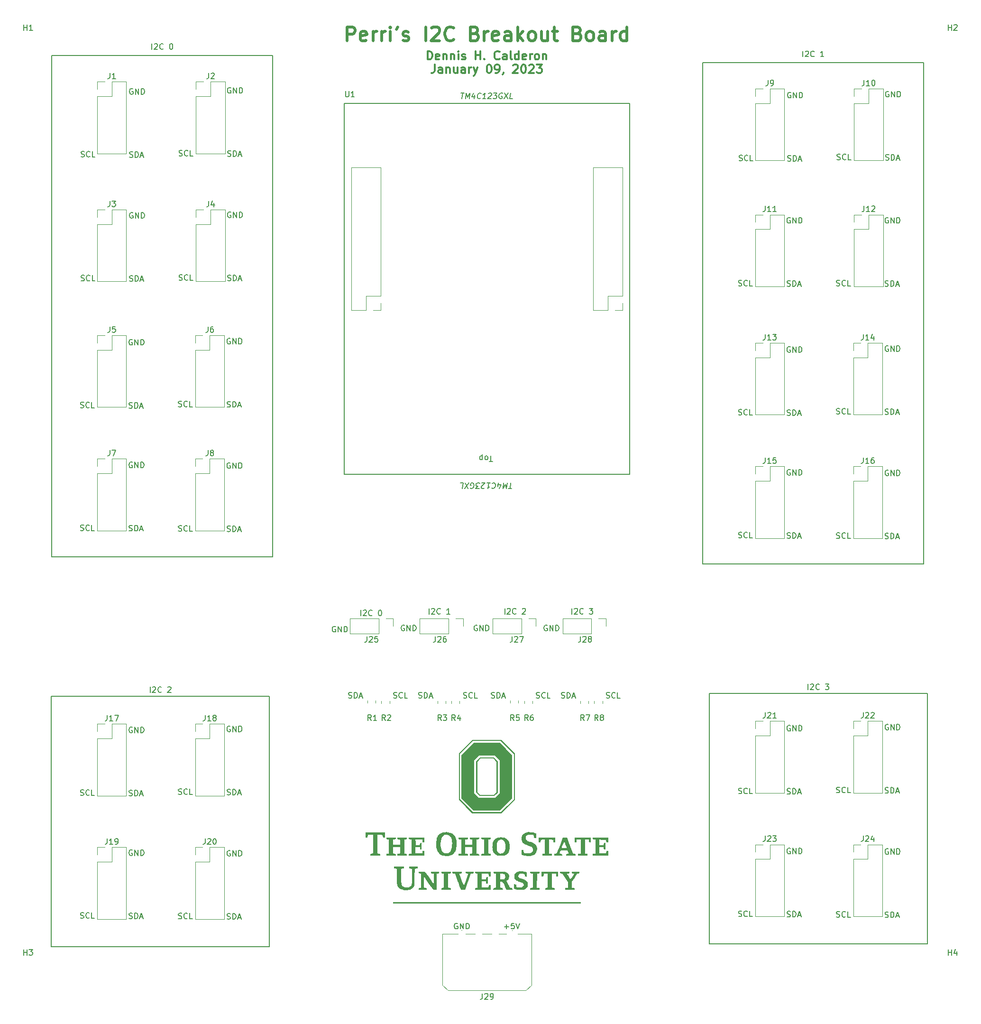
<source format=gbr>
%TF.GenerationSoftware,KiCad,Pcbnew,(6.0.9)*%
%TF.CreationDate,2023-01-09T12:19:46-05:00*%
%TF.ProjectId,Perris_Breakout,50657272-6973-45f4-9272-65616b6f7574,3*%
%TF.SameCoordinates,Original*%
%TF.FileFunction,Legend,Top*%
%TF.FilePolarity,Positive*%
%FSLAX46Y46*%
G04 Gerber Fmt 4.6, Leading zero omitted, Abs format (unit mm)*
G04 Created by KiCad (PCBNEW (6.0.9)) date 2023-01-09 12:19:46*
%MOMM*%
%LPD*%
G01*
G04 APERTURE LIST*
%ADD10C,0.150000*%
%ADD11C,0.152400*%
%ADD12C,0.300000*%
%ADD13C,0.500000*%
%ADD14C,0.120000*%
G04 APERTURE END LIST*
D10*
X145500000Y-49050000D02*
X185000000Y-49050000D01*
X185000000Y-49050000D02*
X185000000Y-138550000D01*
X185000000Y-138550000D02*
X145500000Y-138550000D01*
X145500000Y-138550000D02*
X145500000Y-49050000D01*
X146688922Y-161612500D02*
X185623922Y-161612500D01*
X185623922Y-161612500D02*
X185623922Y-206362500D01*
X185623922Y-206362500D02*
X146688922Y-206362500D01*
X146688922Y-206362500D02*
X146688922Y-161612500D01*
D11*
X132490000Y-122500000D02*
X81500000Y-122500000D01*
D10*
X102500001Y-203950000D02*
G75*
G03*
X102500001Y-203950000I-1J0D01*
G01*
X111500001Y-203950000D02*
G75*
G03*
X111500001Y-203950000I-1J0D01*
G01*
X29211072Y-162112500D02*
X68146072Y-162112500D01*
X68146072Y-162112500D02*
X68146072Y-206862500D01*
X68146072Y-206862500D02*
X29211072Y-206862500D01*
X29211072Y-206862500D02*
X29211072Y-162112500D01*
D11*
X81490000Y-56320000D02*
X132480000Y-56310000D01*
X81500000Y-122500000D02*
X81490000Y-56320000D01*
D10*
X29250000Y-47750000D02*
X68750000Y-47750000D01*
X68750000Y-47750000D02*
X68750000Y-137250000D01*
X68750000Y-137250000D02*
X29250000Y-137250000D01*
X29250000Y-137250000D02*
X29250000Y-47750000D01*
D11*
X132480000Y-56310000D02*
X132490000Y-122500000D01*
D10*
X161138095Y-189300000D02*
X161042857Y-189252380D01*
X160900000Y-189252380D01*
X160757142Y-189300000D01*
X160661904Y-189395238D01*
X160614285Y-189490476D01*
X160566666Y-189680952D01*
X160566666Y-189823809D01*
X160614285Y-190014285D01*
X160661904Y-190109523D01*
X160757142Y-190204761D01*
X160900000Y-190252380D01*
X160995238Y-190252380D01*
X161138095Y-190204761D01*
X161185714Y-190157142D01*
X161185714Y-189823809D01*
X160995238Y-189823809D01*
X161614285Y-190252380D02*
X161614285Y-189252380D01*
X162185714Y-190252380D01*
X162185714Y-189252380D01*
X162661904Y-190252380D02*
X162661904Y-189252380D01*
X162900000Y-189252380D01*
X163042857Y-189300000D01*
X163138095Y-189395238D01*
X163185714Y-189490476D01*
X163233333Y-189680952D01*
X163233333Y-189823809D01*
X163185714Y-190014285D01*
X163138095Y-190109523D01*
X163042857Y-190204761D01*
X162900000Y-190252380D01*
X162661904Y-190252380D01*
X160585714Y-111954761D02*
X160728571Y-112002380D01*
X160966666Y-112002380D01*
X161061904Y-111954761D01*
X161109523Y-111907142D01*
X161157142Y-111811904D01*
X161157142Y-111716666D01*
X161109523Y-111621428D01*
X161061904Y-111573809D01*
X160966666Y-111526190D01*
X160776190Y-111478571D01*
X160680952Y-111430952D01*
X160633333Y-111383333D01*
X160585714Y-111288095D01*
X160585714Y-111192857D01*
X160633333Y-111097619D01*
X160680952Y-111050000D01*
X160776190Y-111002380D01*
X161014285Y-111002380D01*
X161157142Y-111050000D01*
X161585714Y-112002380D02*
X161585714Y-111002380D01*
X161823809Y-111002380D01*
X161966666Y-111050000D01*
X162061904Y-111145238D01*
X162109523Y-111240476D01*
X162157142Y-111430952D01*
X162157142Y-111573809D01*
X162109523Y-111764285D01*
X162061904Y-111859523D01*
X161966666Y-111954761D01*
X161823809Y-112002380D01*
X161585714Y-112002380D01*
X162538095Y-111716666D02*
X163014285Y-111716666D01*
X162442857Y-112002380D02*
X162776190Y-111002380D01*
X163109523Y-112002380D01*
X107785714Y-162404761D02*
X107928571Y-162452380D01*
X108166666Y-162452380D01*
X108261904Y-162404761D01*
X108309523Y-162357142D01*
X108357142Y-162261904D01*
X108357142Y-162166666D01*
X108309523Y-162071428D01*
X108261904Y-162023809D01*
X108166666Y-161976190D01*
X107976190Y-161928571D01*
X107880952Y-161880952D01*
X107833333Y-161833333D01*
X107785714Y-161738095D01*
X107785714Y-161642857D01*
X107833333Y-161547619D01*
X107880952Y-161500000D01*
X107976190Y-161452380D01*
X108214285Y-161452380D01*
X108357142Y-161500000D01*
X108785714Y-162452380D02*
X108785714Y-161452380D01*
X109023809Y-161452380D01*
X109166666Y-161500000D01*
X109261904Y-161595238D01*
X109309523Y-161690476D01*
X109357142Y-161880952D01*
X109357142Y-162023809D01*
X109309523Y-162214285D01*
X109261904Y-162309523D01*
X109166666Y-162404761D01*
X109023809Y-162452380D01*
X108785714Y-162452380D01*
X109738095Y-162166666D02*
X110214285Y-162166666D01*
X109642857Y-162452380D02*
X109976190Y-161452380D01*
X110309523Y-162452380D01*
X160685714Y-66554761D02*
X160828571Y-66602380D01*
X161066666Y-66602380D01*
X161161904Y-66554761D01*
X161209523Y-66507142D01*
X161257142Y-66411904D01*
X161257142Y-66316666D01*
X161209523Y-66221428D01*
X161161904Y-66173809D01*
X161066666Y-66126190D01*
X160876190Y-66078571D01*
X160780952Y-66030952D01*
X160733333Y-65983333D01*
X160685714Y-65888095D01*
X160685714Y-65792857D01*
X160733333Y-65697619D01*
X160780952Y-65650000D01*
X160876190Y-65602380D01*
X161114285Y-65602380D01*
X161257142Y-65650000D01*
X161685714Y-66602380D02*
X161685714Y-65602380D01*
X161923809Y-65602380D01*
X162066666Y-65650000D01*
X162161904Y-65745238D01*
X162209523Y-65840476D01*
X162257142Y-66030952D01*
X162257142Y-66173809D01*
X162209523Y-66364285D01*
X162161904Y-66459523D01*
X162066666Y-66554761D01*
X161923809Y-66602380D01*
X161685714Y-66602380D01*
X162638095Y-66316666D02*
X163114285Y-66316666D01*
X162542857Y-66602380D02*
X162876190Y-65602380D01*
X163209523Y-66602380D01*
X178085714Y-88904761D02*
X178228571Y-88952380D01*
X178466666Y-88952380D01*
X178561904Y-88904761D01*
X178609523Y-88857142D01*
X178657142Y-88761904D01*
X178657142Y-88666666D01*
X178609523Y-88571428D01*
X178561904Y-88523809D01*
X178466666Y-88476190D01*
X178276190Y-88428571D01*
X178180952Y-88380952D01*
X178133333Y-88333333D01*
X178085714Y-88238095D01*
X178085714Y-88142857D01*
X178133333Y-88047619D01*
X178180952Y-88000000D01*
X178276190Y-87952380D01*
X178514285Y-87952380D01*
X178657142Y-88000000D01*
X179085714Y-88952380D02*
X179085714Y-87952380D01*
X179323809Y-87952380D01*
X179466666Y-88000000D01*
X179561904Y-88095238D01*
X179609523Y-88190476D01*
X179657142Y-88380952D01*
X179657142Y-88523809D01*
X179609523Y-88714285D01*
X179561904Y-88809523D01*
X179466666Y-88904761D01*
X179323809Y-88952380D01*
X179085714Y-88952380D01*
X180038095Y-88666666D02*
X180514285Y-88666666D01*
X179942857Y-88952380D02*
X180276190Y-87952380D01*
X180609523Y-88952380D01*
X60585714Y-201879761D02*
X60728571Y-201927380D01*
X60966666Y-201927380D01*
X61061904Y-201879761D01*
X61109523Y-201832142D01*
X61157142Y-201736904D01*
X61157142Y-201641666D01*
X61109523Y-201546428D01*
X61061904Y-201498809D01*
X60966666Y-201451190D01*
X60776190Y-201403571D01*
X60680952Y-201355952D01*
X60633333Y-201308333D01*
X60585714Y-201213095D01*
X60585714Y-201117857D01*
X60633333Y-201022619D01*
X60680952Y-200975000D01*
X60776190Y-200927380D01*
X61014285Y-200927380D01*
X61157142Y-200975000D01*
X61585714Y-201927380D02*
X61585714Y-200927380D01*
X61823809Y-200927380D01*
X61966666Y-200975000D01*
X62061904Y-201070238D01*
X62109523Y-201165476D01*
X62157142Y-201355952D01*
X62157142Y-201498809D01*
X62109523Y-201689285D01*
X62061904Y-201784523D01*
X61966666Y-201879761D01*
X61823809Y-201927380D01*
X61585714Y-201927380D01*
X62538095Y-201641666D02*
X63014285Y-201641666D01*
X62442857Y-201927380D02*
X62776190Y-200927380D01*
X63109523Y-201927380D01*
X90309523Y-162404761D02*
X90452380Y-162452380D01*
X90690476Y-162452380D01*
X90785714Y-162404761D01*
X90833333Y-162357142D01*
X90880952Y-162261904D01*
X90880952Y-162166666D01*
X90833333Y-162071428D01*
X90785714Y-162023809D01*
X90690476Y-161976190D01*
X90500000Y-161928571D01*
X90404761Y-161880952D01*
X90357142Y-161833333D01*
X90309523Y-161738095D01*
X90309523Y-161642857D01*
X90357142Y-161547619D01*
X90404761Y-161500000D01*
X90500000Y-161452380D01*
X90738095Y-161452380D01*
X90880952Y-161500000D01*
X91880952Y-162357142D02*
X91833333Y-162404761D01*
X91690476Y-162452380D01*
X91595238Y-162452380D01*
X91452380Y-162404761D01*
X91357142Y-162309523D01*
X91309523Y-162214285D01*
X91261904Y-162023809D01*
X91261904Y-161880952D01*
X91309523Y-161690476D01*
X91357142Y-161595238D01*
X91452380Y-161500000D01*
X91595238Y-161452380D01*
X91690476Y-161452380D01*
X91833333Y-161500000D01*
X91880952Y-161547619D01*
X92785714Y-162452380D02*
X92309523Y-162452380D01*
X92309523Y-161452380D01*
X128309523Y-162404761D02*
X128452380Y-162452380D01*
X128690476Y-162452380D01*
X128785714Y-162404761D01*
X128833333Y-162357142D01*
X128880952Y-162261904D01*
X128880952Y-162166666D01*
X128833333Y-162071428D01*
X128785714Y-162023809D01*
X128690476Y-161976190D01*
X128500000Y-161928571D01*
X128404761Y-161880952D01*
X128357142Y-161833333D01*
X128309523Y-161738095D01*
X128309523Y-161642857D01*
X128357142Y-161547619D01*
X128404761Y-161500000D01*
X128500000Y-161452380D01*
X128738095Y-161452380D01*
X128880952Y-161500000D01*
X129880952Y-162357142D02*
X129833333Y-162404761D01*
X129690476Y-162452380D01*
X129595238Y-162452380D01*
X129452380Y-162404761D01*
X129357142Y-162309523D01*
X129309523Y-162214285D01*
X129261904Y-162023809D01*
X129261904Y-161880952D01*
X129309523Y-161690476D01*
X129357142Y-161595238D01*
X129452380Y-161500000D01*
X129595238Y-161452380D01*
X129690476Y-161452380D01*
X129833333Y-161500000D01*
X129880952Y-161547619D01*
X130785714Y-162452380D02*
X130309523Y-162452380D01*
X130309523Y-161452380D01*
X178185714Y-66379761D02*
X178328571Y-66427380D01*
X178566666Y-66427380D01*
X178661904Y-66379761D01*
X178709523Y-66332142D01*
X178757142Y-66236904D01*
X178757142Y-66141666D01*
X178709523Y-66046428D01*
X178661904Y-65998809D01*
X178566666Y-65951190D01*
X178376190Y-65903571D01*
X178280952Y-65855952D01*
X178233333Y-65808333D01*
X178185714Y-65713095D01*
X178185714Y-65617857D01*
X178233333Y-65522619D01*
X178280952Y-65475000D01*
X178376190Y-65427380D01*
X178614285Y-65427380D01*
X178757142Y-65475000D01*
X179185714Y-66427380D02*
X179185714Y-65427380D01*
X179423809Y-65427380D01*
X179566666Y-65475000D01*
X179661904Y-65570238D01*
X179709523Y-65665476D01*
X179757142Y-65855952D01*
X179757142Y-65998809D01*
X179709523Y-66189285D01*
X179661904Y-66284523D01*
X179566666Y-66379761D01*
X179423809Y-66427380D01*
X179185714Y-66427380D01*
X180138095Y-66141666D02*
X180614285Y-66141666D01*
X180042857Y-66427380D02*
X180376190Y-65427380D01*
X180709523Y-66427380D01*
X43085714Y-179854761D02*
X43228571Y-179902380D01*
X43466666Y-179902380D01*
X43561904Y-179854761D01*
X43609523Y-179807142D01*
X43657142Y-179711904D01*
X43657142Y-179616666D01*
X43609523Y-179521428D01*
X43561904Y-179473809D01*
X43466666Y-179426190D01*
X43276190Y-179378571D01*
X43180952Y-179330952D01*
X43133333Y-179283333D01*
X43085714Y-179188095D01*
X43085714Y-179092857D01*
X43133333Y-178997619D01*
X43180952Y-178950000D01*
X43276190Y-178902380D01*
X43514285Y-178902380D01*
X43657142Y-178950000D01*
X44085714Y-179902380D02*
X44085714Y-178902380D01*
X44323809Y-178902380D01*
X44466666Y-178950000D01*
X44561904Y-179045238D01*
X44609523Y-179140476D01*
X44657142Y-179330952D01*
X44657142Y-179473809D01*
X44609523Y-179664285D01*
X44561904Y-179759523D01*
X44466666Y-179854761D01*
X44323809Y-179902380D01*
X44085714Y-179902380D01*
X45038095Y-179616666D02*
X45514285Y-179616666D01*
X44942857Y-179902380D02*
X45276190Y-178902380D01*
X45609523Y-179902380D01*
X52009523Y-65629761D02*
X52152380Y-65677380D01*
X52390476Y-65677380D01*
X52485714Y-65629761D01*
X52533333Y-65582142D01*
X52580952Y-65486904D01*
X52580952Y-65391666D01*
X52533333Y-65296428D01*
X52485714Y-65248809D01*
X52390476Y-65201190D01*
X52200000Y-65153571D01*
X52104761Y-65105952D01*
X52057142Y-65058333D01*
X52009523Y-64963095D01*
X52009523Y-64867857D01*
X52057142Y-64772619D01*
X52104761Y-64725000D01*
X52200000Y-64677380D01*
X52438095Y-64677380D01*
X52580952Y-64725000D01*
X53580952Y-65582142D02*
X53533333Y-65629761D01*
X53390476Y-65677380D01*
X53295238Y-65677380D01*
X53152380Y-65629761D01*
X53057142Y-65534523D01*
X53009523Y-65439285D01*
X52961904Y-65248809D01*
X52961904Y-65105952D01*
X53009523Y-64915476D01*
X53057142Y-64820238D01*
X53152380Y-64725000D01*
X53295238Y-64677380D01*
X53390476Y-64677380D01*
X53533333Y-64725000D01*
X53580952Y-64772619D01*
X54485714Y-65677380D02*
X54009523Y-65677380D01*
X54009523Y-64677380D01*
X161138095Y-121700000D02*
X161042857Y-121652380D01*
X160900000Y-121652380D01*
X160757142Y-121700000D01*
X160661904Y-121795238D01*
X160614285Y-121890476D01*
X160566666Y-122080952D01*
X160566666Y-122223809D01*
X160614285Y-122414285D01*
X160661904Y-122509523D01*
X160757142Y-122604761D01*
X160900000Y-122652380D01*
X160995238Y-122652380D01*
X161138095Y-122604761D01*
X161185714Y-122557142D01*
X161185714Y-122223809D01*
X160995238Y-122223809D01*
X161614285Y-122652380D02*
X161614285Y-121652380D01*
X162185714Y-122652380D01*
X162185714Y-121652380D01*
X162661904Y-122652380D02*
X162661904Y-121652380D01*
X162900000Y-121652380D01*
X163042857Y-121700000D01*
X163138095Y-121795238D01*
X163185714Y-121890476D01*
X163233333Y-122080952D01*
X163233333Y-122223809D01*
X163185714Y-122414285D01*
X163138095Y-122509523D01*
X163042857Y-122604761D01*
X162900000Y-122652380D01*
X162661904Y-122652380D01*
X107990476Y-120247619D02*
X107419047Y-120247619D01*
X107704761Y-119247619D02*
X107704761Y-120247619D01*
X106942857Y-119247619D02*
X107038095Y-119295238D01*
X107085714Y-119342857D01*
X107133333Y-119438095D01*
X107133333Y-119723809D01*
X107085714Y-119819047D01*
X107038095Y-119866666D01*
X106942857Y-119914285D01*
X106800000Y-119914285D01*
X106704761Y-119866666D01*
X106657142Y-119819047D01*
X106609523Y-119723809D01*
X106609523Y-119438095D01*
X106657142Y-119342857D01*
X106704761Y-119295238D01*
X106800000Y-119247619D01*
X106942857Y-119247619D01*
X106180952Y-119914285D02*
X106180952Y-118914285D01*
X106180952Y-119866666D02*
X106085714Y-119914285D01*
X105895238Y-119914285D01*
X105800000Y-119866666D01*
X105752380Y-119819047D01*
X105704761Y-119723809D01*
X105704761Y-119438095D01*
X105752380Y-119342857D01*
X105800000Y-119295238D01*
X105895238Y-119247619D01*
X106085714Y-119247619D01*
X106180952Y-119295238D01*
X61138095Y-98300000D02*
X61042857Y-98252380D01*
X60900000Y-98252380D01*
X60757142Y-98300000D01*
X60661904Y-98395238D01*
X60614285Y-98490476D01*
X60566666Y-98680952D01*
X60566666Y-98823809D01*
X60614285Y-99014285D01*
X60661904Y-99109523D01*
X60757142Y-99204761D01*
X60900000Y-99252380D01*
X60995238Y-99252380D01*
X61138095Y-99204761D01*
X61185714Y-99157142D01*
X61185714Y-98823809D01*
X60995238Y-98823809D01*
X61614285Y-99252380D02*
X61614285Y-98252380D01*
X62185714Y-99252380D01*
X62185714Y-98252380D01*
X62661904Y-99252380D02*
X62661904Y-98252380D01*
X62900000Y-98252380D01*
X63042857Y-98300000D01*
X63138095Y-98395238D01*
X63185714Y-98490476D01*
X63233333Y-98680952D01*
X63233333Y-98823809D01*
X63185714Y-99014285D01*
X63138095Y-99109523D01*
X63042857Y-99204761D01*
X62900000Y-99252380D01*
X62661904Y-99252380D01*
X34409523Y-132504761D02*
X34552380Y-132552380D01*
X34790476Y-132552380D01*
X34885714Y-132504761D01*
X34933333Y-132457142D01*
X34980952Y-132361904D01*
X34980952Y-132266666D01*
X34933333Y-132171428D01*
X34885714Y-132123809D01*
X34790476Y-132076190D01*
X34600000Y-132028571D01*
X34504761Y-131980952D01*
X34457142Y-131933333D01*
X34409523Y-131838095D01*
X34409523Y-131742857D01*
X34457142Y-131647619D01*
X34504761Y-131600000D01*
X34600000Y-131552380D01*
X34838095Y-131552380D01*
X34980952Y-131600000D01*
X35980952Y-132457142D02*
X35933333Y-132504761D01*
X35790476Y-132552380D01*
X35695238Y-132552380D01*
X35552380Y-132504761D01*
X35457142Y-132409523D01*
X35409523Y-132314285D01*
X35361904Y-132123809D01*
X35361904Y-131980952D01*
X35409523Y-131790476D01*
X35457142Y-131695238D01*
X35552380Y-131600000D01*
X35695238Y-131552380D01*
X35790476Y-131552380D01*
X35933333Y-131600000D01*
X35980952Y-131647619D01*
X36885714Y-132552380D02*
X36409523Y-132552380D01*
X36409523Y-131552380D01*
X60585714Y-132679761D02*
X60728571Y-132727380D01*
X60966666Y-132727380D01*
X61061904Y-132679761D01*
X61109523Y-132632142D01*
X61157142Y-132536904D01*
X61157142Y-132441666D01*
X61109523Y-132346428D01*
X61061904Y-132298809D01*
X60966666Y-132251190D01*
X60776190Y-132203571D01*
X60680952Y-132155952D01*
X60633333Y-132108333D01*
X60585714Y-132013095D01*
X60585714Y-131917857D01*
X60633333Y-131822619D01*
X60680952Y-131775000D01*
X60776190Y-131727380D01*
X61014285Y-131727380D01*
X61157142Y-131775000D01*
X61585714Y-132727380D02*
X61585714Y-131727380D01*
X61823809Y-131727380D01*
X61966666Y-131775000D01*
X62061904Y-131870238D01*
X62109523Y-131965476D01*
X62157142Y-132155952D01*
X62157142Y-132298809D01*
X62109523Y-132489285D01*
X62061904Y-132584523D01*
X61966666Y-132679761D01*
X61823809Y-132727380D01*
X61585714Y-132727380D01*
X62538095Y-132441666D02*
X63014285Y-132441666D01*
X62442857Y-132727380D02*
X62776190Y-131727380D01*
X63109523Y-132727380D01*
X110166666Y-147452380D02*
X110166666Y-146452380D01*
X110595238Y-146547619D02*
X110642857Y-146500000D01*
X110738095Y-146452380D01*
X110976190Y-146452380D01*
X111071428Y-146500000D01*
X111119047Y-146547619D01*
X111166666Y-146642857D01*
X111166666Y-146738095D01*
X111119047Y-146880952D01*
X110547619Y-147452380D01*
X111166666Y-147452380D01*
X112166666Y-147357142D02*
X112119047Y-147404761D01*
X111976190Y-147452380D01*
X111880952Y-147452380D01*
X111738095Y-147404761D01*
X111642857Y-147309523D01*
X111595238Y-147214285D01*
X111547619Y-147023809D01*
X111547619Y-146880952D01*
X111595238Y-146690476D01*
X111642857Y-146595238D01*
X111738095Y-146500000D01*
X111880952Y-146452380D01*
X111976190Y-146452380D01*
X112119047Y-146500000D01*
X112166666Y-146547619D01*
X113309523Y-146547619D02*
X113357142Y-146500000D01*
X113452380Y-146452380D01*
X113690476Y-146452380D01*
X113785714Y-146500000D01*
X113833333Y-146547619D01*
X113880952Y-146642857D01*
X113880952Y-146738095D01*
X113833333Y-146880952D01*
X113261904Y-147452380D01*
X113880952Y-147452380D01*
X61238095Y-75725000D02*
X61142857Y-75677380D01*
X61000000Y-75677380D01*
X60857142Y-75725000D01*
X60761904Y-75820238D01*
X60714285Y-75915476D01*
X60666666Y-76105952D01*
X60666666Y-76248809D01*
X60714285Y-76439285D01*
X60761904Y-76534523D01*
X60857142Y-76629761D01*
X61000000Y-76677380D01*
X61095238Y-76677380D01*
X61238095Y-76629761D01*
X61285714Y-76582142D01*
X61285714Y-76248809D01*
X61095238Y-76248809D01*
X61714285Y-76677380D02*
X61714285Y-75677380D01*
X62285714Y-76677380D01*
X62285714Y-75677380D01*
X62761904Y-76677380D02*
X62761904Y-75677380D01*
X63000000Y-75677380D01*
X63142857Y-75725000D01*
X63238095Y-75820238D01*
X63285714Y-75915476D01*
X63333333Y-76105952D01*
X63333333Y-76248809D01*
X63285714Y-76439285D01*
X63238095Y-76534523D01*
X63142857Y-76629761D01*
X63000000Y-76677380D01*
X62761904Y-76677380D01*
X151909523Y-88829761D02*
X152052380Y-88877380D01*
X152290476Y-88877380D01*
X152385714Y-88829761D01*
X152433333Y-88782142D01*
X152480952Y-88686904D01*
X152480952Y-88591666D01*
X152433333Y-88496428D01*
X152385714Y-88448809D01*
X152290476Y-88401190D01*
X152100000Y-88353571D01*
X152004761Y-88305952D01*
X151957142Y-88258333D01*
X151909523Y-88163095D01*
X151909523Y-88067857D01*
X151957142Y-87972619D01*
X152004761Y-87925000D01*
X152100000Y-87877380D01*
X152338095Y-87877380D01*
X152480952Y-87925000D01*
X153480952Y-88782142D02*
X153433333Y-88829761D01*
X153290476Y-88877380D01*
X153195238Y-88877380D01*
X153052380Y-88829761D01*
X152957142Y-88734523D01*
X152909523Y-88639285D01*
X152861904Y-88448809D01*
X152861904Y-88305952D01*
X152909523Y-88115476D01*
X152957142Y-88020238D01*
X153052380Y-87925000D01*
X153195238Y-87877380D01*
X153290476Y-87877380D01*
X153433333Y-87925000D01*
X153480952Y-87972619D01*
X154385714Y-88877380D02*
X153909523Y-88877380D01*
X153909523Y-87877380D01*
X61138095Y-189700000D02*
X61042857Y-189652380D01*
X60900000Y-189652380D01*
X60757142Y-189700000D01*
X60661904Y-189795238D01*
X60614285Y-189890476D01*
X60566666Y-190080952D01*
X60566666Y-190223809D01*
X60614285Y-190414285D01*
X60661904Y-190509523D01*
X60757142Y-190604761D01*
X60900000Y-190652380D01*
X60995238Y-190652380D01*
X61138095Y-190604761D01*
X61185714Y-190557142D01*
X61185714Y-190223809D01*
X60995238Y-190223809D01*
X61614285Y-190652380D02*
X61614285Y-189652380D01*
X62185714Y-190652380D01*
X62185714Y-189652380D01*
X62661904Y-190652380D02*
X62661904Y-189652380D01*
X62900000Y-189652380D01*
X63042857Y-189700000D01*
X63138095Y-189795238D01*
X63185714Y-189890476D01*
X63233333Y-190080952D01*
X63233333Y-190223809D01*
X63185714Y-190414285D01*
X63138095Y-190509523D01*
X63042857Y-190604761D01*
X62900000Y-190652380D01*
X62661904Y-190652380D01*
X151909523Y-179479761D02*
X152052380Y-179527380D01*
X152290476Y-179527380D01*
X152385714Y-179479761D01*
X152433333Y-179432142D01*
X152480952Y-179336904D01*
X152480952Y-179241666D01*
X152433333Y-179146428D01*
X152385714Y-179098809D01*
X152290476Y-179051190D01*
X152100000Y-179003571D01*
X152004761Y-178955952D01*
X151957142Y-178908333D01*
X151909523Y-178813095D01*
X151909523Y-178717857D01*
X151957142Y-178622619D01*
X152004761Y-178575000D01*
X152100000Y-178527380D01*
X152338095Y-178527380D01*
X152480952Y-178575000D01*
X153480952Y-179432142D02*
X153433333Y-179479761D01*
X153290476Y-179527380D01*
X153195238Y-179527380D01*
X153052380Y-179479761D01*
X152957142Y-179384523D01*
X152909523Y-179289285D01*
X152861904Y-179098809D01*
X152861904Y-178955952D01*
X152909523Y-178765476D01*
X152957142Y-178670238D01*
X153052380Y-178575000D01*
X153195238Y-178527380D01*
X153290476Y-178527380D01*
X153433333Y-178575000D01*
X153480952Y-178622619D01*
X154385714Y-179527380D02*
X153909523Y-179527380D01*
X153909523Y-178527380D01*
X43738095Y-75825000D02*
X43642857Y-75777380D01*
X43500000Y-75777380D01*
X43357142Y-75825000D01*
X43261904Y-75920238D01*
X43214285Y-76015476D01*
X43166666Y-76205952D01*
X43166666Y-76348809D01*
X43214285Y-76539285D01*
X43261904Y-76634523D01*
X43357142Y-76729761D01*
X43500000Y-76777380D01*
X43595238Y-76777380D01*
X43738095Y-76729761D01*
X43785714Y-76682142D01*
X43785714Y-76348809D01*
X43595238Y-76348809D01*
X44214285Y-76777380D02*
X44214285Y-75777380D01*
X44785714Y-76777380D01*
X44785714Y-75777380D01*
X45261904Y-76777380D02*
X45261904Y-75777380D01*
X45500000Y-75777380D01*
X45642857Y-75825000D01*
X45738095Y-75920238D01*
X45785714Y-76015476D01*
X45833333Y-76205952D01*
X45833333Y-76348809D01*
X45785714Y-76539285D01*
X45738095Y-76634523D01*
X45642857Y-76729761D01*
X45500000Y-76777380D01*
X45261904Y-76777380D01*
X34409523Y-201704761D02*
X34552380Y-201752380D01*
X34790476Y-201752380D01*
X34885714Y-201704761D01*
X34933333Y-201657142D01*
X34980952Y-201561904D01*
X34980952Y-201466666D01*
X34933333Y-201371428D01*
X34885714Y-201323809D01*
X34790476Y-201276190D01*
X34600000Y-201228571D01*
X34504761Y-201180952D01*
X34457142Y-201133333D01*
X34409523Y-201038095D01*
X34409523Y-200942857D01*
X34457142Y-200847619D01*
X34504761Y-200800000D01*
X34600000Y-200752380D01*
X34838095Y-200752380D01*
X34980952Y-200800000D01*
X35980952Y-201657142D02*
X35933333Y-201704761D01*
X35790476Y-201752380D01*
X35695238Y-201752380D01*
X35552380Y-201704761D01*
X35457142Y-201609523D01*
X35409523Y-201514285D01*
X35361904Y-201323809D01*
X35361904Y-201180952D01*
X35409523Y-200990476D01*
X35457142Y-200895238D01*
X35552380Y-200800000D01*
X35695238Y-200752380D01*
X35790476Y-200752380D01*
X35933333Y-200800000D01*
X35980952Y-200847619D01*
X36885714Y-201752380D02*
X36409523Y-201752380D01*
X36409523Y-200752380D01*
X151909523Y-111879761D02*
X152052380Y-111927380D01*
X152290476Y-111927380D01*
X152385714Y-111879761D01*
X152433333Y-111832142D01*
X152480952Y-111736904D01*
X152480952Y-111641666D01*
X152433333Y-111546428D01*
X152385714Y-111498809D01*
X152290476Y-111451190D01*
X152100000Y-111403571D01*
X152004761Y-111355952D01*
X151957142Y-111308333D01*
X151909523Y-111213095D01*
X151909523Y-111117857D01*
X151957142Y-111022619D01*
X152004761Y-110975000D01*
X152100000Y-110927380D01*
X152338095Y-110927380D01*
X152480952Y-110975000D01*
X153480952Y-111832142D02*
X153433333Y-111879761D01*
X153290476Y-111927380D01*
X153195238Y-111927380D01*
X153052380Y-111879761D01*
X152957142Y-111784523D01*
X152909523Y-111689285D01*
X152861904Y-111498809D01*
X152861904Y-111355952D01*
X152909523Y-111165476D01*
X152957142Y-111070238D01*
X153052380Y-110975000D01*
X153195238Y-110927380D01*
X153290476Y-110927380D01*
X153433333Y-110975000D01*
X153480952Y-111022619D01*
X154385714Y-111927380D02*
X153909523Y-111927380D01*
X153909523Y-110927380D01*
X34409523Y-110579761D02*
X34552380Y-110627380D01*
X34790476Y-110627380D01*
X34885714Y-110579761D01*
X34933333Y-110532142D01*
X34980952Y-110436904D01*
X34980952Y-110341666D01*
X34933333Y-110246428D01*
X34885714Y-110198809D01*
X34790476Y-110151190D01*
X34600000Y-110103571D01*
X34504761Y-110055952D01*
X34457142Y-110008333D01*
X34409523Y-109913095D01*
X34409523Y-109817857D01*
X34457142Y-109722619D01*
X34504761Y-109675000D01*
X34600000Y-109627380D01*
X34838095Y-109627380D01*
X34980952Y-109675000D01*
X35980952Y-110532142D02*
X35933333Y-110579761D01*
X35790476Y-110627380D01*
X35695238Y-110627380D01*
X35552380Y-110579761D01*
X35457142Y-110484523D01*
X35409523Y-110389285D01*
X35361904Y-110198809D01*
X35361904Y-110055952D01*
X35409523Y-109865476D01*
X35457142Y-109770238D01*
X35552380Y-109675000D01*
X35695238Y-109627380D01*
X35790476Y-109627380D01*
X35933333Y-109675000D01*
X35980952Y-109722619D01*
X36885714Y-110627380D02*
X36409523Y-110627380D01*
X36409523Y-109627380D01*
X164323088Y-160952380D02*
X164323088Y-159952380D01*
X164751660Y-160047619D02*
X164799279Y-160000000D01*
X164894517Y-159952380D01*
X165132612Y-159952380D01*
X165227850Y-160000000D01*
X165275469Y-160047619D01*
X165323088Y-160142857D01*
X165323088Y-160238095D01*
X165275469Y-160380952D01*
X164704041Y-160952380D01*
X165323088Y-160952380D01*
X166323088Y-160857142D02*
X166275469Y-160904761D01*
X166132612Y-160952380D01*
X166037374Y-160952380D01*
X165894517Y-160904761D01*
X165799279Y-160809523D01*
X165751660Y-160714285D01*
X165704041Y-160523809D01*
X165704041Y-160380952D01*
X165751660Y-160190476D01*
X165799279Y-160095238D01*
X165894517Y-160000000D01*
X166037374Y-159952380D01*
X166132612Y-159952380D01*
X166275469Y-160000000D01*
X166323088Y-160047619D01*
X167418326Y-159952380D02*
X168037374Y-159952380D01*
X167704041Y-160333333D01*
X167846898Y-160333333D01*
X167942136Y-160380952D01*
X167989755Y-160428571D01*
X168037374Y-160523809D01*
X168037374Y-160761904D01*
X167989755Y-160857142D01*
X167942136Y-160904761D01*
X167846898Y-160952380D01*
X167561183Y-160952380D01*
X167465945Y-160904761D01*
X167418326Y-160857142D01*
X46845238Y-161452380D02*
X46845238Y-160452380D01*
X47273810Y-160547619D02*
X47321429Y-160500000D01*
X47416667Y-160452380D01*
X47654762Y-160452380D01*
X47750000Y-160500000D01*
X47797619Y-160547619D01*
X47845238Y-160642857D01*
X47845238Y-160738095D01*
X47797619Y-160880952D01*
X47226191Y-161452380D01*
X47845238Y-161452380D01*
X48845238Y-161357142D02*
X48797619Y-161404761D01*
X48654762Y-161452380D01*
X48559524Y-161452380D01*
X48416667Y-161404761D01*
X48321429Y-161309523D01*
X48273810Y-161214285D01*
X48226191Y-161023809D01*
X48226191Y-160880952D01*
X48273810Y-160690476D01*
X48321429Y-160595238D01*
X48416667Y-160500000D01*
X48559524Y-160452380D01*
X48654762Y-160452380D01*
X48797619Y-160500000D01*
X48845238Y-160547619D01*
X49988095Y-160547619D02*
X50035714Y-160500000D01*
X50130952Y-160452380D01*
X50369048Y-160452380D01*
X50464286Y-160500000D01*
X50511905Y-160547619D01*
X50559524Y-160642857D01*
X50559524Y-160738095D01*
X50511905Y-160880952D01*
X49940476Y-161452380D01*
X50559524Y-161452380D01*
X51909523Y-179604761D02*
X52052380Y-179652380D01*
X52290476Y-179652380D01*
X52385714Y-179604761D01*
X52433333Y-179557142D01*
X52480952Y-179461904D01*
X52480952Y-179366666D01*
X52433333Y-179271428D01*
X52385714Y-179223809D01*
X52290476Y-179176190D01*
X52100000Y-179128571D01*
X52004761Y-179080952D01*
X51957142Y-179033333D01*
X51909523Y-178938095D01*
X51909523Y-178842857D01*
X51957142Y-178747619D01*
X52004761Y-178700000D01*
X52100000Y-178652380D01*
X52338095Y-178652380D01*
X52480952Y-178700000D01*
X53480952Y-179557142D02*
X53433333Y-179604761D01*
X53290476Y-179652380D01*
X53195238Y-179652380D01*
X53052380Y-179604761D01*
X52957142Y-179509523D01*
X52909523Y-179414285D01*
X52861904Y-179223809D01*
X52861904Y-179080952D01*
X52909523Y-178890476D01*
X52957142Y-178795238D01*
X53052380Y-178700000D01*
X53195238Y-178652380D01*
X53290476Y-178652380D01*
X53433333Y-178700000D01*
X53480952Y-178747619D01*
X54385714Y-179652380D02*
X53909523Y-179652380D01*
X53909523Y-178652380D01*
X161138095Y-167375000D02*
X161042857Y-167327380D01*
X160900000Y-167327380D01*
X160757142Y-167375000D01*
X160661904Y-167470238D01*
X160614285Y-167565476D01*
X160566666Y-167755952D01*
X160566666Y-167898809D01*
X160614285Y-168089285D01*
X160661904Y-168184523D01*
X160757142Y-168279761D01*
X160900000Y-168327380D01*
X160995238Y-168327380D01*
X161138095Y-168279761D01*
X161185714Y-168232142D01*
X161185714Y-167898809D01*
X160995238Y-167898809D01*
X161614285Y-168327380D02*
X161614285Y-167327380D01*
X162185714Y-168327380D01*
X162185714Y-167327380D01*
X162661904Y-168327380D02*
X162661904Y-167327380D01*
X162900000Y-167327380D01*
X163042857Y-167375000D01*
X163138095Y-167470238D01*
X163185714Y-167565476D01*
X163233333Y-167755952D01*
X163233333Y-167898809D01*
X163185714Y-168089285D01*
X163138095Y-168184523D01*
X163042857Y-168279761D01*
X162900000Y-168327380D01*
X162661904Y-168327380D01*
X161138095Y-76725000D02*
X161042857Y-76677380D01*
X160900000Y-76677380D01*
X160757142Y-76725000D01*
X160661904Y-76820238D01*
X160614285Y-76915476D01*
X160566666Y-77105952D01*
X160566666Y-77248809D01*
X160614285Y-77439285D01*
X160661904Y-77534523D01*
X160757142Y-77629761D01*
X160900000Y-77677380D01*
X160995238Y-77677380D01*
X161138095Y-77629761D01*
X161185714Y-77582142D01*
X161185714Y-77248809D01*
X160995238Y-77248809D01*
X161614285Y-77677380D02*
X161614285Y-76677380D01*
X162185714Y-77677380D01*
X162185714Y-76677380D01*
X162661904Y-77677380D02*
X162661904Y-76677380D01*
X162900000Y-76677380D01*
X163042857Y-76725000D01*
X163138095Y-76820238D01*
X163185714Y-76915476D01*
X163233333Y-77105952D01*
X163233333Y-77248809D01*
X163185714Y-77439285D01*
X163138095Y-77534523D01*
X163042857Y-77629761D01*
X162900000Y-77677380D01*
X162661904Y-77677380D01*
X60585714Y-110479761D02*
X60728571Y-110527380D01*
X60966666Y-110527380D01*
X61061904Y-110479761D01*
X61109523Y-110432142D01*
X61157142Y-110336904D01*
X61157142Y-110241666D01*
X61109523Y-110146428D01*
X61061904Y-110098809D01*
X60966666Y-110051190D01*
X60776190Y-110003571D01*
X60680952Y-109955952D01*
X60633333Y-109908333D01*
X60585714Y-109813095D01*
X60585714Y-109717857D01*
X60633333Y-109622619D01*
X60680952Y-109575000D01*
X60776190Y-109527380D01*
X61014285Y-109527380D01*
X61157142Y-109575000D01*
X61585714Y-110527380D02*
X61585714Y-109527380D01*
X61823809Y-109527380D01*
X61966666Y-109575000D01*
X62061904Y-109670238D01*
X62109523Y-109765476D01*
X62157142Y-109955952D01*
X62157142Y-110098809D01*
X62109523Y-110289285D01*
X62061904Y-110384523D01*
X61966666Y-110479761D01*
X61823809Y-110527380D01*
X61585714Y-110527380D01*
X62538095Y-110241666D02*
X63014285Y-110241666D01*
X62442857Y-110527380D02*
X62776190Y-109527380D01*
X63109523Y-110527380D01*
X96666666Y-147452380D02*
X96666666Y-146452380D01*
X97095238Y-146547619D02*
X97142857Y-146500000D01*
X97238095Y-146452380D01*
X97476190Y-146452380D01*
X97571428Y-146500000D01*
X97619047Y-146547619D01*
X97666666Y-146642857D01*
X97666666Y-146738095D01*
X97619047Y-146880952D01*
X97047619Y-147452380D01*
X97666666Y-147452380D01*
X98666666Y-147357142D02*
X98619047Y-147404761D01*
X98476190Y-147452380D01*
X98380952Y-147452380D01*
X98238095Y-147404761D01*
X98142857Y-147309523D01*
X98095238Y-147214285D01*
X98047619Y-147023809D01*
X98047619Y-146880952D01*
X98095238Y-146690476D01*
X98142857Y-146595238D01*
X98238095Y-146500000D01*
X98380952Y-146452380D01*
X98476190Y-146452380D01*
X98619047Y-146500000D01*
X98666666Y-146547619D01*
X100380952Y-147452380D02*
X99809523Y-147452380D01*
X100095238Y-147452380D02*
X100095238Y-146452380D01*
X100000000Y-146595238D01*
X99904761Y-146690476D01*
X99809523Y-146738095D01*
X52009523Y-87829761D02*
X52152380Y-87877380D01*
X52390476Y-87877380D01*
X52485714Y-87829761D01*
X52533333Y-87782142D01*
X52580952Y-87686904D01*
X52580952Y-87591666D01*
X52533333Y-87496428D01*
X52485714Y-87448809D01*
X52390476Y-87401190D01*
X52200000Y-87353571D01*
X52104761Y-87305952D01*
X52057142Y-87258333D01*
X52009523Y-87163095D01*
X52009523Y-87067857D01*
X52057142Y-86972619D01*
X52104761Y-86925000D01*
X52200000Y-86877380D01*
X52438095Y-86877380D01*
X52580952Y-86925000D01*
X53580952Y-87782142D02*
X53533333Y-87829761D01*
X53390476Y-87877380D01*
X53295238Y-87877380D01*
X53152380Y-87829761D01*
X53057142Y-87734523D01*
X53009523Y-87639285D01*
X52961904Y-87448809D01*
X52961904Y-87305952D01*
X53009523Y-87115476D01*
X53057142Y-87020238D01*
X53152380Y-86925000D01*
X53295238Y-86877380D01*
X53390476Y-86877380D01*
X53533333Y-86925000D01*
X53580952Y-86972619D01*
X54485714Y-87877380D02*
X54009523Y-87877380D01*
X54009523Y-86877380D01*
X60585714Y-179679761D02*
X60728571Y-179727380D01*
X60966666Y-179727380D01*
X61061904Y-179679761D01*
X61109523Y-179632142D01*
X61157142Y-179536904D01*
X61157142Y-179441666D01*
X61109523Y-179346428D01*
X61061904Y-179298809D01*
X60966666Y-179251190D01*
X60776190Y-179203571D01*
X60680952Y-179155952D01*
X60633333Y-179108333D01*
X60585714Y-179013095D01*
X60585714Y-178917857D01*
X60633333Y-178822619D01*
X60680952Y-178775000D01*
X60776190Y-178727380D01*
X61014285Y-178727380D01*
X61157142Y-178775000D01*
X61585714Y-179727380D02*
X61585714Y-178727380D01*
X61823809Y-178727380D01*
X61966666Y-178775000D01*
X62061904Y-178870238D01*
X62109523Y-178965476D01*
X62157142Y-179155952D01*
X62157142Y-179298809D01*
X62109523Y-179489285D01*
X62061904Y-179584523D01*
X61966666Y-179679761D01*
X61823809Y-179727380D01*
X61585714Y-179727380D01*
X62538095Y-179441666D02*
X63014285Y-179441666D01*
X62442857Y-179727380D02*
X62776190Y-178727380D01*
X63109523Y-179727380D01*
X34509523Y-87929761D02*
X34652380Y-87977380D01*
X34890476Y-87977380D01*
X34985714Y-87929761D01*
X35033333Y-87882142D01*
X35080952Y-87786904D01*
X35080952Y-87691666D01*
X35033333Y-87596428D01*
X34985714Y-87548809D01*
X34890476Y-87501190D01*
X34700000Y-87453571D01*
X34604761Y-87405952D01*
X34557142Y-87358333D01*
X34509523Y-87263095D01*
X34509523Y-87167857D01*
X34557142Y-87072619D01*
X34604761Y-87025000D01*
X34700000Y-86977380D01*
X34938095Y-86977380D01*
X35080952Y-87025000D01*
X36080952Y-87882142D02*
X36033333Y-87929761D01*
X35890476Y-87977380D01*
X35795238Y-87977380D01*
X35652380Y-87929761D01*
X35557142Y-87834523D01*
X35509523Y-87739285D01*
X35461904Y-87548809D01*
X35461904Y-87405952D01*
X35509523Y-87215476D01*
X35557142Y-87120238D01*
X35652380Y-87025000D01*
X35795238Y-86977380D01*
X35890476Y-86977380D01*
X36033333Y-87025000D01*
X36080952Y-87072619D01*
X36985714Y-87977380D02*
X36509523Y-87977380D01*
X36509523Y-86977380D01*
X102809523Y-162404761D02*
X102952380Y-162452380D01*
X103190476Y-162452380D01*
X103285714Y-162404761D01*
X103333333Y-162357142D01*
X103380952Y-162261904D01*
X103380952Y-162166666D01*
X103333333Y-162071428D01*
X103285714Y-162023809D01*
X103190476Y-161976190D01*
X103000000Y-161928571D01*
X102904761Y-161880952D01*
X102857142Y-161833333D01*
X102809523Y-161738095D01*
X102809523Y-161642857D01*
X102857142Y-161547619D01*
X102904761Y-161500000D01*
X103000000Y-161452380D01*
X103238095Y-161452380D01*
X103380952Y-161500000D01*
X104380952Y-162357142D02*
X104333333Y-162404761D01*
X104190476Y-162452380D01*
X104095238Y-162452380D01*
X103952380Y-162404761D01*
X103857142Y-162309523D01*
X103809523Y-162214285D01*
X103761904Y-162023809D01*
X103761904Y-161880952D01*
X103809523Y-161690476D01*
X103857142Y-161595238D01*
X103952380Y-161500000D01*
X104095238Y-161452380D01*
X104190476Y-161452380D01*
X104333333Y-161500000D01*
X104380952Y-161547619D01*
X105285714Y-162452380D02*
X104809523Y-162452380D01*
X104809523Y-161452380D01*
X152009523Y-66479761D02*
X152152380Y-66527380D01*
X152390476Y-66527380D01*
X152485714Y-66479761D01*
X152533333Y-66432142D01*
X152580952Y-66336904D01*
X152580952Y-66241666D01*
X152533333Y-66146428D01*
X152485714Y-66098809D01*
X152390476Y-66051190D01*
X152200000Y-66003571D01*
X152104761Y-65955952D01*
X152057142Y-65908333D01*
X152009523Y-65813095D01*
X152009523Y-65717857D01*
X152057142Y-65622619D01*
X152104761Y-65575000D01*
X152200000Y-65527380D01*
X152438095Y-65527380D01*
X152580952Y-65575000D01*
X153580952Y-66432142D02*
X153533333Y-66479761D01*
X153390476Y-66527380D01*
X153295238Y-66527380D01*
X153152380Y-66479761D01*
X153057142Y-66384523D01*
X153009523Y-66289285D01*
X152961904Y-66098809D01*
X152961904Y-65955952D01*
X153009523Y-65765476D01*
X153057142Y-65670238D01*
X153152380Y-65575000D01*
X153295238Y-65527380D01*
X153390476Y-65527380D01*
X153533333Y-65575000D01*
X153580952Y-65622619D01*
X154485714Y-66527380D02*
X154009523Y-66527380D01*
X154009523Y-65527380D01*
X43638095Y-98475000D02*
X43542857Y-98427380D01*
X43400000Y-98427380D01*
X43257142Y-98475000D01*
X43161904Y-98570238D01*
X43114285Y-98665476D01*
X43066666Y-98855952D01*
X43066666Y-98998809D01*
X43114285Y-99189285D01*
X43161904Y-99284523D01*
X43257142Y-99379761D01*
X43400000Y-99427380D01*
X43495238Y-99427380D01*
X43638095Y-99379761D01*
X43685714Y-99332142D01*
X43685714Y-98998809D01*
X43495238Y-98998809D01*
X44114285Y-99427380D02*
X44114285Y-98427380D01*
X44685714Y-99427380D01*
X44685714Y-98427380D01*
X45161904Y-99427380D02*
X45161904Y-98427380D01*
X45400000Y-98427380D01*
X45542857Y-98475000D01*
X45638095Y-98570238D01*
X45685714Y-98665476D01*
X45733333Y-98855952D01*
X45733333Y-98998809D01*
X45685714Y-99189285D01*
X45638095Y-99284523D01*
X45542857Y-99379761D01*
X45400000Y-99427380D01*
X45161904Y-99427380D01*
X169409523Y-133904761D02*
X169552380Y-133952380D01*
X169790476Y-133952380D01*
X169885714Y-133904761D01*
X169933333Y-133857142D01*
X169980952Y-133761904D01*
X169980952Y-133666666D01*
X169933333Y-133571428D01*
X169885714Y-133523809D01*
X169790476Y-133476190D01*
X169600000Y-133428571D01*
X169504761Y-133380952D01*
X169457142Y-133333333D01*
X169409523Y-133238095D01*
X169409523Y-133142857D01*
X169457142Y-133047619D01*
X169504761Y-133000000D01*
X169600000Y-132952380D01*
X169838095Y-132952380D01*
X169980952Y-133000000D01*
X170980952Y-133857142D02*
X170933333Y-133904761D01*
X170790476Y-133952380D01*
X170695238Y-133952380D01*
X170552380Y-133904761D01*
X170457142Y-133809523D01*
X170409523Y-133714285D01*
X170361904Y-133523809D01*
X170361904Y-133380952D01*
X170409523Y-133190476D01*
X170457142Y-133095238D01*
X170552380Y-133000000D01*
X170695238Y-132952380D01*
X170790476Y-132952380D01*
X170933333Y-133000000D01*
X170980952Y-133047619D01*
X171885714Y-133952380D02*
X171409523Y-133952380D01*
X171409523Y-132952380D01*
X169409523Y-201504761D02*
X169552380Y-201552380D01*
X169790476Y-201552380D01*
X169885714Y-201504761D01*
X169933333Y-201457142D01*
X169980952Y-201361904D01*
X169980952Y-201266666D01*
X169933333Y-201171428D01*
X169885714Y-201123809D01*
X169790476Y-201076190D01*
X169600000Y-201028571D01*
X169504761Y-200980952D01*
X169457142Y-200933333D01*
X169409523Y-200838095D01*
X169409523Y-200742857D01*
X169457142Y-200647619D01*
X169504761Y-200600000D01*
X169600000Y-200552380D01*
X169838095Y-200552380D01*
X169980952Y-200600000D01*
X170980952Y-201457142D02*
X170933333Y-201504761D01*
X170790476Y-201552380D01*
X170695238Y-201552380D01*
X170552380Y-201504761D01*
X170457142Y-201409523D01*
X170409523Y-201314285D01*
X170361904Y-201123809D01*
X170361904Y-200980952D01*
X170409523Y-200790476D01*
X170457142Y-200695238D01*
X170552380Y-200600000D01*
X170695238Y-200552380D01*
X170790476Y-200552380D01*
X170933333Y-200600000D01*
X170980952Y-200647619D01*
X171885714Y-201552380D02*
X171409523Y-201552380D01*
X171409523Y-200552380D01*
X160585714Y-179554761D02*
X160728571Y-179602380D01*
X160966666Y-179602380D01*
X161061904Y-179554761D01*
X161109523Y-179507142D01*
X161157142Y-179411904D01*
X161157142Y-179316666D01*
X161109523Y-179221428D01*
X161061904Y-179173809D01*
X160966666Y-179126190D01*
X160776190Y-179078571D01*
X160680952Y-179030952D01*
X160633333Y-178983333D01*
X160585714Y-178888095D01*
X160585714Y-178792857D01*
X160633333Y-178697619D01*
X160680952Y-178650000D01*
X160776190Y-178602380D01*
X161014285Y-178602380D01*
X161157142Y-178650000D01*
X161585714Y-179602380D02*
X161585714Y-178602380D01*
X161823809Y-178602380D01*
X161966666Y-178650000D01*
X162061904Y-178745238D01*
X162109523Y-178840476D01*
X162157142Y-179030952D01*
X162157142Y-179173809D01*
X162109523Y-179364285D01*
X162061904Y-179459523D01*
X161966666Y-179554761D01*
X161823809Y-179602380D01*
X161585714Y-179602380D01*
X162538095Y-179316666D02*
X163014285Y-179316666D01*
X162442857Y-179602380D02*
X162776190Y-178602380D01*
X163109523Y-179602380D01*
X163416666Y-47952380D02*
X163416666Y-46952380D01*
X163845238Y-47047619D02*
X163892857Y-47000000D01*
X163988095Y-46952380D01*
X164226190Y-46952380D01*
X164321428Y-47000000D01*
X164369047Y-47047619D01*
X164416666Y-47142857D01*
X164416666Y-47238095D01*
X164369047Y-47380952D01*
X163797619Y-47952380D01*
X164416666Y-47952380D01*
X165416666Y-47857142D02*
X165369047Y-47904761D01*
X165226190Y-47952380D01*
X165130952Y-47952380D01*
X164988095Y-47904761D01*
X164892857Y-47809523D01*
X164845238Y-47714285D01*
X164797619Y-47523809D01*
X164797619Y-47380952D01*
X164845238Y-47190476D01*
X164892857Y-47095238D01*
X164988095Y-47000000D01*
X165130952Y-46952380D01*
X165226190Y-46952380D01*
X165369047Y-47000000D01*
X165416666Y-47047619D01*
X167130952Y-47952380D02*
X166559523Y-47952380D01*
X166845238Y-47952380D02*
X166845238Y-46952380D01*
X166750000Y-47095238D01*
X166654761Y-47190476D01*
X166559523Y-47238095D01*
X161138095Y-99775000D02*
X161042857Y-99727380D01*
X160900000Y-99727380D01*
X160757142Y-99775000D01*
X160661904Y-99870238D01*
X160614285Y-99965476D01*
X160566666Y-100155952D01*
X160566666Y-100298809D01*
X160614285Y-100489285D01*
X160661904Y-100584523D01*
X160757142Y-100679761D01*
X160900000Y-100727380D01*
X160995238Y-100727380D01*
X161138095Y-100679761D01*
X161185714Y-100632142D01*
X161185714Y-100298809D01*
X160995238Y-100298809D01*
X161614285Y-100727380D02*
X161614285Y-99727380D01*
X162185714Y-100727380D01*
X162185714Y-99727380D01*
X162661904Y-100727380D02*
X162661904Y-99727380D01*
X162900000Y-99727380D01*
X163042857Y-99775000D01*
X163138095Y-99870238D01*
X163185714Y-99965476D01*
X163233333Y-100155952D01*
X163233333Y-100298809D01*
X163185714Y-100489285D01*
X163138095Y-100584523D01*
X163042857Y-100679761D01*
X162900000Y-100727380D01*
X162661904Y-100727380D01*
X43638095Y-167675000D02*
X43542857Y-167627380D01*
X43400000Y-167627380D01*
X43257142Y-167675000D01*
X43161904Y-167770238D01*
X43114285Y-167865476D01*
X43066666Y-168055952D01*
X43066666Y-168198809D01*
X43114285Y-168389285D01*
X43161904Y-168484523D01*
X43257142Y-168579761D01*
X43400000Y-168627380D01*
X43495238Y-168627380D01*
X43638095Y-168579761D01*
X43685714Y-168532142D01*
X43685714Y-168198809D01*
X43495238Y-168198809D01*
X44114285Y-168627380D02*
X44114285Y-167627380D01*
X44685714Y-168627380D01*
X44685714Y-167627380D01*
X45161904Y-168627380D02*
X45161904Y-167627380D01*
X45400000Y-167627380D01*
X45542857Y-167675000D01*
X45638095Y-167770238D01*
X45685714Y-167865476D01*
X45733333Y-168055952D01*
X45733333Y-168198809D01*
X45685714Y-168389285D01*
X45638095Y-168484523D01*
X45542857Y-168579761D01*
X45400000Y-168627380D01*
X45161904Y-168627380D01*
X178085714Y-201579761D02*
X178228571Y-201627380D01*
X178466666Y-201627380D01*
X178561904Y-201579761D01*
X178609523Y-201532142D01*
X178657142Y-201436904D01*
X178657142Y-201341666D01*
X178609523Y-201246428D01*
X178561904Y-201198809D01*
X178466666Y-201151190D01*
X178276190Y-201103571D01*
X178180952Y-201055952D01*
X178133333Y-201008333D01*
X178085714Y-200913095D01*
X178085714Y-200817857D01*
X178133333Y-200722619D01*
X178180952Y-200675000D01*
X178276190Y-200627380D01*
X178514285Y-200627380D01*
X178657142Y-200675000D01*
X179085714Y-201627380D02*
X179085714Y-200627380D01*
X179323809Y-200627380D01*
X179466666Y-200675000D01*
X179561904Y-200770238D01*
X179609523Y-200865476D01*
X179657142Y-201055952D01*
X179657142Y-201198809D01*
X179609523Y-201389285D01*
X179561904Y-201484523D01*
X179466666Y-201579761D01*
X179323809Y-201627380D01*
X179085714Y-201627380D01*
X180038095Y-201341666D02*
X180514285Y-201341666D01*
X179942857Y-201627380D02*
X180276190Y-200627380D01*
X180609523Y-201627380D01*
X178738095Y-54200000D02*
X178642857Y-54152380D01*
X178500000Y-54152380D01*
X178357142Y-54200000D01*
X178261904Y-54295238D01*
X178214285Y-54390476D01*
X178166666Y-54580952D01*
X178166666Y-54723809D01*
X178214285Y-54914285D01*
X178261904Y-55009523D01*
X178357142Y-55104761D01*
X178500000Y-55152380D01*
X178595238Y-55152380D01*
X178738095Y-55104761D01*
X178785714Y-55057142D01*
X178785714Y-54723809D01*
X178595238Y-54723809D01*
X179214285Y-55152380D02*
X179214285Y-54152380D01*
X179785714Y-55152380D01*
X179785714Y-54152380D01*
X180261904Y-55152380D02*
X180261904Y-54152380D01*
X180500000Y-54152380D01*
X180642857Y-54200000D01*
X180738095Y-54295238D01*
X180785714Y-54390476D01*
X180833333Y-54580952D01*
X180833333Y-54723809D01*
X180785714Y-54914285D01*
X180738095Y-55009523D01*
X180642857Y-55104761D01*
X180500000Y-55152380D01*
X180261904Y-55152380D01*
X94785714Y-162404761D02*
X94928571Y-162452380D01*
X95166666Y-162452380D01*
X95261904Y-162404761D01*
X95309523Y-162357142D01*
X95357142Y-162261904D01*
X95357142Y-162166666D01*
X95309523Y-162071428D01*
X95261904Y-162023809D01*
X95166666Y-161976190D01*
X94976190Y-161928571D01*
X94880952Y-161880952D01*
X94833333Y-161833333D01*
X94785714Y-161738095D01*
X94785714Y-161642857D01*
X94833333Y-161547619D01*
X94880952Y-161500000D01*
X94976190Y-161452380D01*
X95214285Y-161452380D01*
X95357142Y-161500000D01*
X95785714Y-162452380D02*
X95785714Y-161452380D01*
X96023809Y-161452380D01*
X96166666Y-161500000D01*
X96261904Y-161595238D01*
X96309523Y-161690476D01*
X96357142Y-161880952D01*
X96357142Y-162023809D01*
X96309523Y-162214285D01*
X96261904Y-162309523D01*
X96166666Y-162404761D01*
X96023809Y-162452380D01*
X95785714Y-162452380D01*
X96738095Y-162166666D02*
X97214285Y-162166666D01*
X96642857Y-162452380D02*
X96976190Y-161452380D01*
X97309523Y-162452380D01*
X51909523Y-132604761D02*
X52052380Y-132652380D01*
X52290476Y-132652380D01*
X52385714Y-132604761D01*
X52433333Y-132557142D01*
X52480952Y-132461904D01*
X52480952Y-132366666D01*
X52433333Y-132271428D01*
X52385714Y-132223809D01*
X52290476Y-132176190D01*
X52100000Y-132128571D01*
X52004761Y-132080952D01*
X51957142Y-132033333D01*
X51909523Y-131938095D01*
X51909523Y-131842857D01*
X51957142Y-131747619D01*
X52004761Y-131700000D01*
X52100000Y-131652380D01*
X52338095Y-131652380D01*
X52480952Y-131700000D01*
X53480952Y-132557142D02*
X53433333Y-132604761D01*
X53290476Y-132652380D01*
X53195238Y-132652380D01*
X53052380Y-132604761D01*
X52957142Y-132509523D01*
X52909523Y-132414285D01*
X52861904Y-132223809D01*
X52861904Y-132080952D01*
X52909523Y-131890476D01*
X52957142Y-131795238D01*
X53052380Y-131700000D01*
X53195238Y-131652380D01*
X53290476Y-131652380D01*
X53433333Y-131700000D01*
X53480952Y-131747619D01*
X54385714Y-132652380D02*
X53909523Y-132652380D01*
X53909523Y-131652380D01*
X43638095Y-189600000D02*
X43542857Y-189552380D01*
X43400000Y-189552380D01*
X43257142Y-189600000D01*
X43161904Y-189695238D01*
X43114285Y-189790476D01*
X43066666Y-189980952D01*
X43066666Y-190123809D01*
X43114285Y-190314285D01*
X43161904Y-190409523D01*
X43257142Y-190504761D01*
X43400000Y-190552380D01*
X43495238Y-190552380D01*
X43638095Y-190504761D01*
X43685714Y-190457142D01*
X43685714Y-190123809D01*
X43495238Y-190123809D01*
X44114285Y-190552380D02*
X44114285Y-189552380D01*
X44685714Y-190552380D01*
X44685714Y-189552380D01*
X45161904Y-190552380D02*
X45161904Y-189552380D01*
X45400000Y-189552380D01*
X45542857Y-189600000D01*
X45638095Y-189695238D01*
X45685714Y-189790476D01*
X45733333Y-189980952D01*
X45733333Y-190123809D01*
X45685714Y-190314285D01*
X45638095Y-190409523D01*
X45542857Y-190504761D01*
X45400000Y-190552380D01*
X45161904Y-190552380D01*
X51909523Y-110404761D02*
X52052380Y-110452380D01*
X52290476Y-110452380D01*
X52385714Y-110404761D01*
X52433333Y-110357142D01*
X52480952Y-110261904D01*
X52480952Y-110166666D01*
X52433333Y-110071428D01*
X52385714Y-110023809D01*
X52290476Y-109976190D01*
X52100000Y-109928571D01*
X52004761Y-109880952D01*
X51957142Y-109833333D01*
X51909523Y-109738095D01*
X51909523Y-109642857D01*
X51957142Y-109547619D01*
X52004761Y-109500000D01*
X52100000Y-109452380D01*
X52338095Y-109452380D01*
X52480952Y-109500000D01*
X53480952Y-110357142D02*
X53433333Y-110404761D01*
X53290476Y-110452380D01*
X53195238Y-110452380D01*
X53052380Y-110404761D01*
X52957142Y-110309523D01*
X52909523Y-110214285D01*
X52861904Y-110023809D01*
X52861904Y-109880952D01*
X52909523Y-109690476D01*
X52957142Y-109595238D01*
X53052380Y-109500000D01*
X53195238Y-109452380D01*
X53290476Y-109452380D01*
X53433333Y-109500000D01*
X53480952Y-109547619D01*
X54385714Y-110452380D02*
X53909523Y-110452380D01*
X53909523Y-109452380D01*
X169509523Y-66304761D02*
X169652380Y-66352380D01*
X169890476Y-66352380D01*
X169985714Y-66304761D01*
X170033333Y-66257142D01*
X170080952Y-66161904D01*
X170080952Y-66066666D01*
X170033333Y-65971428D01*
X169985714Y-65923809D01*
X169890476Y-65876190D01*
X169700000Y-65828571D01*
X169604761Y-65780952D01*
X169557142Y-65733333D01*
X169509523Y-65638095D01*
X169509523Y-65542857D01*
X169557142Y-65447619D01*
X169604761Y-65400000D01*
X169700000Y-65352380D01*
X169938095Y-65352380D01*
X170080952Y-65400000D01*
X171080952Y-66257142D02*
X171033333Y-66304761D01*
X170890476Y-66352380D01*
X170795238Y-66352380D01*
X170652380Y-66304761D01*
X170557142Y-66209523D01*
X170509523Y-66114285D01*
X170461904Y-65923809D01*
X170461904Y-65780952D01*
X170509523Y-65590476D01*
X170557142Y-65495238D01*
X170652380Y-65400000D01*
X170795238Y-65352380D01*
X170890476Y-65352380D01*
X171033333Y-65400000D01*
X171080952Y-65447619D01*
X171985714Y-66352380D02*
X171509523Y-66352380D01*
X171509523Y-65352380D01*
X43738095Y-53700000D02*
X43642857Y-53652380D01*
X43500000Y-53652380D01*
X43357142Y-53700000D01*
X43261904Y-53795238D01*
X43214285Y-53890476D01*
X43166666Y-54080952D01*
X43166666Y-54223809D01*
X43214285Y-54414285D01*
X43261904Y-54509523D01*
X43357142Y-54604761D01*
X43500000Y-54652380D01*
X43595238Y-54652380D01*
X43738095Y-54604761D01*
X43785714Y-54557142D01*
X43785714Y-54223809D01*
X43595238Y-54223809D01*
X44214285Y-54652380D02*
X44214285Y-53652380D01*
X44785714Y-54652380D01*
X44785714Y-53652380D01*
X45261904Y-54652380D02*
X45261904Y-53652380D01*
X45500000Y-53652380D01*
X45642857Y-53700000D01*
X45738095Y-53795238D01*
X45785714Y-53890476D01*
X45833333Y-54080952D01*
X45833333Y-54223809D01*
X45785714Y-54414285D01*
X45738095Y-54509523D01*
X45642857Y-54604761D01*
X45500000Y-54652380D01*
X45261904Y-54652380D01*
X160585714Y-201479761D02*
X160728571Y-201527380D01*
X160966666Y-201527380D01*
X161061904Y-201479761D01*
X161109523Y-201432142D01*
X161157142Y-201336904D01*
X161157142Y-201241666D01*
X161109523Y-201146428D01*
X161061904Y-201098809D01*
X160966666Y-201051190D01*
X160776190Y-201003571D01*
X160680952Y-200955952D01*
X160633333Y-200908333D01*
X160585714Y-200813095D01*
X160585714Y-200717857D01*
X160633333Y-200622619D01*
X160680952Y-200575000D01*
X160776190Y-200527380D01*
X161014285Y-200527380D01*
X161157142Y-200575000D01*
X161585714Y-201527380D02*
X161585714Y-200527380D01*
X161823809Y-200527380D01*
X161966666Y-200575000D01*
X162061904Y-200670238D01*
X162109523Y-200765476D01*
X162157142Y-200955952D01*
X162157142Y-201098809D01*
X162109523Y-201289285D01*
X162061904Y-201384523D01*
X161966666Y-201479761D01*
X161823809Y-201527380D01*
X161585714Y-201527380D01*
X162538095Y-201241666D02*
X163014285Y-201241666D01*
X162442857Y-201527380D02*
X162776190Y-200527380D01*
X163109523Y-201527380D01*
X43085714Y-132579761D02*
X43228571Y-132627380D01*
X43466666Y-132627380D01*
X43561904Y-132579761D01*
X43609523Y-132532142D01*
X43657142Y-132436904D01*
X43657142Y-132341666D01*
X43609523Y-132246428D01*
X43561904Y-132198809D01*
X43466666Y-132151190D01*
X43276190Y-132103571D01*
X43180952Y-132055952D01*
X43133333Y-132008333D01*
X43085714Y-131913095D01*
X43085714Y-131817857D01*
X43133333Y-131722619D01*
X43180952Y-131675000D01*
X43276190Y-131627380D01*
X43514285Y-131627380D01*
X43657142Y-131675000D01*
X44085714Y-132627380D02*
X44085714Y-131627380D01*
X44323809Y-131627380D01*
X44466666Y-131675000D01*
X44561904Y-131770238D01*
X44609523Y-131865476D01*
X44657142Y-132055952D01*
X44657142Y-132198809D01*
X44609523Y-132389285D01*
X44561904Y-132484523D01*
X44466666Y-132579761D01*
X44323809Y-132627380D01*
X44085714Y-132627380D01*
X45038095Y-132341666D02*
X45514285Y-132341666D01*
X44942857Y-132627380D02*
X45276190Y-131627380D01*
X45609523Y-132627380D01*
D12*
X96377857Y-48471071D02*
X96377857Y-46971071D01*
X96735000Y-46971071D01*
X96949285Y-47042500D01*
X97092142Y-47185357D01*
X97163571Y-47328214D01*
X97235000Y-47613928D01*
X97235000Y-47828214D01*
X97163571Y-48113928D01*
X97092142Y-48256785D01*
X96949285Y-48399642D01*
X96735000Y-48471071D01*
X96377857Y-48471071D01*
X98449285Y-48399642D02*
X98306428Y-48471071D01*
X98020714Y-48471071D01*
X97877857Y-48399642D01*
X97806428Y-48256785D01*
X97806428Y-47685357D01*
X97877857Y-47542500D01*
X98020714Y-47471071D01*
X98306428Y-47471071D01*
X98449285Y-47542500D01*
X98520714Y-47685357D01*
X98520714Y-47828214D01*
X97806428Y-47971071D01*
X99163571Y-47471071D02*
X99163571Y-48471071D01*
X99163571Y-47613928D02*
X99235000Y-47542500D01*
X99377857Y-47471071D01*
X99592142Y-47471071D01*
X99735000Y-47542500D01*
X99806428Y-47685357D01*
X99806428Y-48471071D01*
X100520714Y-47471071D02*
X100520714Y-48471071D01*
X100520714Y-47613928D02*
X100592142Y-47542500D01*
X100735000Y-47471071D01*
X100949285Y-47471071D01*
X101092142Y-47542500D01*
X101163571Y-47685357D01*
X101163571Y-48471071D01*
X101877857Y-48471071D02*
X101877857Y-47471071D01*
X101877857Y-46971071D02*
X101806428Y-47042500D01*
X101877857Y-47113928D01*
X101949285Y-47042500D01*
X101877857Y-46971071D01*
X101877857Y-47113928D01*
X102520714Y-48399642D02*
X102663571Y-48471071D01*
X102949285Y-48471071D01*
X103092142Y-48399642D01*
X103163571Y-48256785D01*
X103163571Y-48185357D01*
X103092142Y-48042500D01*
X102949285Y-47971071D01*
X102735000Y-47971071D01*
X102592142Y-47899642D01*
X102520714Y-47756785D01*
X102520714Y-47685357D01*
X102592142Y-47542500D01*
X102735000Y-47471071D01*
X102949285Y-47471071D01*
X103092142Y-47542500D01*
X104949285Y-48471071D02*
X104949285Y-46971071D01*
X104949285Y-47685357D02*
X105806428Y-47685357D01*
X105806428Y-48471071D02*
X105806428Y-46971071D01*
X106520714Y-48328214D02*
X106592142Y-48399642D01*
X106520714Y-48471071D01*
X106449285Y-48399642D01*
X106520714Y-48328214D01*
X106520714Y-48471071D01*
X109235000Y-48328214D02*
X109163571Y-48399642D01*
X108949285Y-48471071D01*
X108806428Y-48471071D01*
X108592142Y-48399642D01*
X108449285Y-48256785D01*
X108377857Y-48113928D01*
X108306428Y-47828214D01*
X108306428Y-47613928D01*
X108377857Y-47328214D01*
X108449285Y-47185357D01*
X108592142Y-47042500D01*
X108806428Y-46971071D01*
X108949285Y-46971071D01*
X109163571Y-47042500D01*
X109235000Y-47113928D01*
X110520714Y-48471071D02*
X110520714Y-47685357D01*
X110449285Y-47542500D01*
X110306428Y-47471071D01*
X110020714Y-47471071D01*
X109877857Y-47542500D01*
X110520714Y-48399642D02*
X110377857Y-48471071D01*
X110020714Y-48471071D01*
X109877857Y-48399642D01*
X109806428Y-48256785D01*
X109806428Y-48113928D01*
X109877857Y-47971071D01*
X110020714Y-47899642D01*
X110377857Y-47899642D01*
X110520714Y-47828214D01*
X111449285Y-48471071D02*
X111306428Y-48399642D01*
X111235000Y-48256785D01*
X111235000Y-46971071D01*
X112663571Y-48471071D02*
X112663571Y-46971071D01*
X112663571Y-48399642D02*
X112520714Y-48471071D01*
X112235000Y-48471071D01*
X112092142Y-48399642D01*
X112020714Y-48328214D01*
X111949285Y-48185357D01*
X111949285Y-47756785D01*
X112020714Y-47613928D01*
X112092142Y-47542500D01*
X112235000Y-47471071D01*
X112520714Y-47471071D01*
X112663571Y-47542500D01*
X113949285Y-48399642D02*
X113806428Y-48471071D01*
X113520714Y-48471071D01*
X113377857Y-48399642D01*
X113306428Y-48256785D01*
X113306428Y-47685357D01*
X113377857Y-47542500D01*
X113520714Y-47471071D01*
X113806428Y-47471071D01*
X113949285Y-47542500D01*
X114020714Y-47685357D01*
X114020714Y-47828214D01*
X113306428Y-47971071D01*
X114663571Y-48471071D02*
X114663571Y-47471071D01*
X114663571Y-47756785D02*
X114735000Y-47613928D01*
X114806428Y-47542500D01*
X114949285Y-47471071D01*
X115092142Y-47471071D01*
X115806428Y-48471071D02*
X115663571Y-48399642D01*
X115592142Y-48328214D01*
X115520714Y-48185357D01*
X115520714Y-47756785D01*
X115592142Y-47613928D01*
X115663571Y-47542500D01*
X115806428Y-47471071D01*
X116020714Y-47471071D01*
X116163571Y-47542500D01*
X116235000Y-47613928D01*
X116306428Y-47756785D01*
X116306428Y-48185357D01*
X116235000Y-48328214D01*
X116163571Y-48399642D01*
X116020714Y-48471071D01*
X115806428Y-48471071D01*
X116949285Y-47471071D02*
X116949285Y-48471071D01*
X116949285Y-47613928D02*
X117020714Y-47542500D01*
X117163571Y-47471071D01*
X117377857Y-47471071D01*
X117520714Y-47542500D01*
X117592142Y-47685357D01*
X117592142Y-48471071D01*
X97663571Y-49386071D02*
X97663571Y-50457500D01*
X97592142Y-50671785D01*
X97449285Y-50814642D01*
X97234999Y-50886071D01*
X97092142Y-50886071D01*
X99020714Y-50886071D02*
X99020714Y-50100357D01*
X98949285Y-49957500D01*
X98806428Y-49886071D01*
X98520714Y-49886071D01*
X98377857Y-49957500D01*
X99020714Y-50814642D02*
X98877857Y-50886071D01*
X98520714Y-50886071D01*
X98377857Y-50814642D01*
X98306428Y-50671785D01*
X98306428Y-50528928D01*
X98377857Y-50386071D01*
X98520714Y-50314642D01*
X98877857Y-50314642D01*
X99020714Y-50243214D01*
X99734999Y-49886071D02*
X99734999Y-50886071D01*
X99734999Y-50028928D02*
X99806428Y-49957500D01*
X99949285Y-49886071D01*
X100163571Y-49886071D01*
X100306428Y-49957500D01*
X100377857Y-50100357D01*
X100377857Y-50886071D01*
X101734999Y-49886071D02*
X101734999Y-50886071D01*
X101092142Y-49886071D02*
X101092142Y-50671785D01*
X101163571Y-50814642D01*
X101306428Y-50886071D01*
X101520714Y-50886071D01*
X101663571Y-50814642D01*
X101734999Y-50743214D01*
X103092142Y-50886071D02*
X103092142Y-50100357D01*
X103020714Y-49957500D01*
X102877857Y-49886071D01*
X102592142Y-49886071D01*
X102449285Y-49957500D01*
X103092142Y-50814642D02*
X102949285Y-50886071D01*
X102592142Y-50886071D01*
X102449285Y-50814642D01*
X102377857Y-50671785D01*
X102377857Y-50528928D01*
X102449285Y-50386071D01*
X102592142Y-50314642D01*
X102949285Y-50314642D01*
X103092142Y-50243214D01*
X103806428Y-50886071D02*
X103806428Y-49886071D01*
X103806428Y-50171785D02*
X103877857Y-50028928D01*
X103949285Y-49957500D01*
X104092142Y-49886071D01*
X104234999Y-49886071D01*
X104592142Y-49886071D02*
X104949285Y-50886071D01*
X105306428Y-49886071D02*
X104949285Y-50886071D01*
X104806428Y-51243214D01*
X104734999Y-51314642D01*
X104592142Y-51386071D01*
X107306428Y-49386071D02*
X107449285Y-49386071D01*
X107592142Y-49457500D01*
X107663571Y-49528928D01*
X107734999Y-49671785D01*
X107806428Y-49957500D01*
X107806428Y-50314642D01*
X107734999Y-50600357D01*
X107663571Y-50743214D01*
X107592142Y-50814642D01*
X107449285Y-50886071D01*
X107306428Y-50886071D01*
X107163571Y-50814642D01*
X107092142Y-50743214D01*
X107020714Y-50600357D01*
X106949285Y-50314642D01*
X106949285Y-49957500D01*
X107020714Y-49671785D01*
X107092142Y-49528928D01*
X107163571Y-49457500D01*
X107306428Y-49386071D01*
X108520714Y-50886071D02*
X108806428Y-50886071D01*
X108949285Y-50814642D01*
X109020714Y-50743214D01*
X109163571Y-50528928D01*
X109234999Y-50243214D01*
X109234999Y-49671785D01*
X109163571Y-49528928D01*
X109092142Y-49457500D01*
X108949285Y-49386071D01*
X108663571Y-49386071D01*
X108520714Y-49457500D01*
X108449285Y-49528928D01*
X108377857Y-49671785D01*
X108377857Y-50028928D01*
X108449285Y-50171785D01*
X108520714Y-50243214D01*
X108663571Y-50314642D01*
X108949285Y-50314642D01*
X109092142Y-50243214D01*
X109163571Y-50171785D01*
X109234999Y-50028928D01*
X109949285Y-50814642D02*
X109949285Y-50886071D01*
X109877857Y-51028928D01*
X109806428Y-51100357D01*
X111663571Y-49528928D02*
X111734999Y-49457500D01*
X111877857Y-49386071D01*
X112234999Y-49386071D01*
X112377857Y-49457500D01*
X112449285Y-49528928D01*
X112520714Y-49671785D01*
X112520714Y-49814642D01*
X112449285Y-50028928D01*
X111592142Y-50886071D01*
X112520714Y-50886071D01*
X113449285Y-49386071D02*
X113592142Y-49386071D01*
X113735000Y-49457500D01*
X113806428Y-49528928D01*
X113877857Y-49671785D01*
X113949285Y-49957500D01*
X113949285Y-50314642D01*
X113877857Y-50600357D01*
X113806428Y-50743214D01*
X113735000Y-50814642D01*
X113592142Y-50886071D01*
X113449285Y-50886071D01*
X113306428Y-50814642D01*
X113235000Y-50743214D01*
X113163571Y-50600357D01*
X113092142Y-50314642D01*
X113092142Y-49957500D01*
X113163571Y-49671785D01*
X113235000Y-49528928D01*
X113306428Y-49457500D01*
X113449285Y-49386071D01*
X114520714Y-49528928D02*
X114592142Y-49457500D01*
X114735000Y-49386071D01*
X115092142Y-49386071D01*
X115235000Y-49457500D01*
X115306428Y-49528928D01*
X115377857Y-49671785D01*
X115377857Y-49814642D01*
X115306428Y-50028928D01*
X114449285Y-50886071D01*
X115377857Y-50886071D01*
X115877857Y-49386071D02*
X116806428Y-49386071D01*
X116306428Y-49957500D01*
X116520714Y-49957500D01*
X116663571Y-50028928D01*
X116735000Y-50100357D01*
X116806428Y-50243214D01*
X116806428Y-50600357D01*
X116735000Y-50743214D01*
X116663571Y-50814642D01*
X116520714Y-50886071D01*
X116092142Y-50886071D01*
X115949285Y-50814642D01*
X115877857Y-50743214D01*
D10*
X101738095Y-202700000D02*
X101642857Y-202652380D01*
X101500000Y-202652380D01*
X101357142Y-202700000D01*
X101261904Y-202795238D01*
X101214285Y-202890476D01*
X101166666Y-203080952D01*
X101166666Y-203223809D01*
X101214285Y-203414285D01*
X101261904Y-203509523D01*
X101357142Y-203604761D01*
X101500000Y-203652380D01*
X101595238Y-203652380D01*
X101738095Y-203604761D01*
X101785714Y-203557142D01*
X101785714Y-203223809D01*
X101595238Y-203223809D01*
X102214285Y-203652380D02*
X102214285Y-202652380D01*
X102785714Y-203652380D01*
X102785714Y-202652380D01*
X103261904Y-203652380D02*
X103261904Y-202652380D01*
X103500000Y-202652380D01*
X103642857Y-202700000D01*
X103738095Y-202795238D01*
X103785714Y-202890476D01*
X103833333Y-203080952D01*
X103833333Y-203223809D01*
X103785714Y-203414285D01*
X103738095Y-203509523D01*
X103642857Y-203604761D01*
X103500000Y-203652380D01*
X103261904Y-203652380D01*
X34409523Y-179779761D02*
X34552380Y-179827380D01*
X34790476Y-179827380D01*
X34885714Y-179779761D01*
X34933333Y-179732142D01*
X34980952Y-179636904D01*
X34980952Y-179541666D01*
X34933333Y-179446428D01*
X34885714Y-179398809D01*
X34790476Y-179351190D01*
X34600000Y-179303571D01*
X34504761Y-179255952D01*
X34457142Y-179208333D01*
X34409523Y-179113095D01*
X34409523Y-179017857D01*
X34457142Y-178922619D01*
X34504761Y-178875000D01*
X34600000Y-178827380D01*
X34838095Y-178827380D01*
X34980952Y-178875000D01*
X35980952Y-179732142D02*
X35933333Y-179779761D01*
X35790476Y-179827380D01*
X35695238Y-179827380D01*
X35552380Y-179779761D01*
X35457142Y-179684523D01*
X35409523Y-179589285D01*
X35361904Y-179398809D01*
X35361904Y-179255952D01*
X35409523Y-179065476D01*
X35457142Y-178970238D01*
X35552380Y-178875000D01*
X35695238Y-178827380D01*
X35790476Y-178827380D01*
X35933333Y-178875000D01*
X35980952Y-178922619D01*
X36885714Y-179827380D02*
X36409523Y-179827380D01*
X36409523Y-178827380D01*
X34509523Y-65804761D02*
X34652380Y-65852380D01*
X34890476Y-65852380D01*
X34985714Y-65804761D01*
X35033333Y-65757142D01*
X35080952Y-65661904D01*
X35080952Y-65566666D01*
X35033333Y-65471428D01*
X34985714Y-65423809D01*
X34890476Y-65376190D01*
X34700000Y-65328571D01*
X34604761Y-65280952D01*
X34557142Y-65233333D01*
X34509523Y-65138095D01*
X34509523Y-65042857D01*
X34557142Y-64947619D01*
X34604761Y-64900000D01*
X34700000Y-64852380D01*
X34938095Y-64852380D01*
X35080952Y-64900000D01*
X36080952Y-65757142D02*
X36033333Y-65804761D01*
X35890476Y-65852380D01*
X35795238Y-65852380D01*
X35652380Y-65804761D01*
X35557142Y-65709523D01*
X35509523Y-65614285D01*
X35461904Y-65423809D01*
X35461904Y-65280952D01*
X35509523Y-65090476D01*
X35557142Y-64995238D01*
X35652380Y-64900000D01*
X35795238Y-64852380D01*
X35890476Y-64852380D01*
X36033333Y-64900000D01*
X36080952Y-64947619D01*
X36985714Y-65852380D02*
X36509523Y-65852380D01*
X36509523Y-64852380D01*
X178085714Y-179379761D02*
X178228571Y-179427380D01*
X178466666Y-179427380D01*
X178561904Y-179379761D01*
X178609523Y-179332142D01*
X178657142Y-179236904D01*
X178657142Y-179141666D01*
X178609523Y-179046428D01*
X178561904Y-178998809D01*
X178466666Y-178951190D01*
X178276190Y-178903571D01*
X178180952Y-178855952D01*
X178133333Y-178808333D01*
X178085714Y-178713095D01*
X178085714Y-178617857D01*
X178133333Y-178522619D01*
X178180952Y-178475000D01*
X178276190Y-178427380D01*
X178514285Y-178427380D01*
X178657142Y-178475000D01*
X179085714Y-179427380D02*
X179085714Y-178427380D01*
X179323809Y-178427380D01*
X179466666Y-178475000D01*
X179561904Y-178570238D01*
X179609523Y-178665476D01*
X179657142Y-178855952D01*
X179657142Y-178998809D01*
X179609523Y-179189285D01*
X179561904Y-179284523D01*
X179466666Y-179379761D01*
X179323809Y-179427380D01*
X179085714Y-179427380D01*
X180038095Y-179141666D02*
X180514285Y-179141666D01*
X179942857Y-179427380D02*
X180276190Y-178427380D01*
X180609523Y-179427380D01*
X60685714Y-87904761D02*
X60828571Y-87952380D01*
X61066666Y-87952380D01*
X61161904Y-87904761D01*
X61209523Y-87857142D01*
X61257142Y-87761904D01*
X61257142Y-87666666D01*
X61209523Y-87571428D01*
X61161904Y-87523809D01*
X61066666Y-87476190D01*
X60876190Y-87428571D01*
X60780952Y-87380952D01*
X60733333Y-87333333D01*
X60685714Y-87238095D01*
X60685714Y-87142857D01*
X60733333Y-87047619D01*
X60780952Y-87000000D01*
X60876190Y-86952380D01*
X61114285Y-86952380D01*
X61257142Y-87000000D01*
X61685714Y-87952380D02*
X61685714Y-86952380D01*
X61923809Y-86952380D01*
X62066666Y-87000000D01*
X62161904Y-87095238D01*
X62209523Y-87190476D01*
X62257142Y-87380952D01*
X62257142Y-87523809D01*
X62209523Y-87714285D01*
X62161904Y-87809523D01*
X62066666Y-87904761D01*
X61923809Y-87952380D01*
X61685714Y-87952380D01*
X62638095Y-87666666D02*
X63114285Y-87666666D01*
X62542857Y-87952380D02*
X62876190Y-86952380D01*
X63209523Y-87952380D01*
D13*
X81984999Y-45130952D02*
X81984999Y-42630952D01*
X82937380Y-42630952D01*
X83175476Y-42750000D01*
X83294523Y-42869047D01*
X83413571Y-43107142D01*
X83413571Y-43464285D01*
X83294523Y-43702380D01*
X83175476Y-43821428D01*
X82937380Y-43940476D01*
X81984999Y-43940476D01*
X85437380Y-45011904D02*
X85199285Y-45130952D01*
X84723095Y-45130952D01*
X84484999Y-45011904D01*
X84365952Y-44773809D01*
X84365952Y-43821428D01*
X84484999Y-43583333D01*
X84723095Y-43464285D01*
X85199285Y-43464285D01*
X85437380Y-43583333D01*
X85556428Y-43821428D01*
X85556428Y-44059523D01*
X84365952Y-44297619D01*
X86627857Y-45130952D02*
X86627857Y-43464285D01*
X86627857Y-43940476D02*
X86746904Y-43702380D01*
X86865952Y-43583333D01*
X87104047Y-43464285D01*
X87342142Y-43464285D01*
X88175476Y-45130952D02*
X88175476Y-43464285D01*
X88175476Y-43940476D02*
X88294523Y-43702380D01*
X88413571Y-43583333D01*
X88651666Y-43464285D01*
X88889761Y-43464285D01*
X89723095Y-45130952D02*
X89723095Y-43464285D01*
X89723095Y-42630952D02*
X89604047Y-42750000D01*
X89723095Y-42869047D01*
X89842142Y-42750000D01*
X89723095Y-42630952D01*
X89723095Y-42869047D01*
X91032619Y-42630952D02*
X90794523Y-43107142D01*
X91984999Y-45011904D02*
X92223095Y-45130952D01*
X92699285Y-45130952D01*
X92937380Y-45011904D01*
X93056428Y-44773809D01*
X93056428Y-44654761D01*
X92937380Y-44416666D01*
X92699285Y-44297619D01*
X92342142Y-44297619D01*
X92104047Y-44178571D01*
X91984999Y-43940476D01*
X91984999Y-43821428D01*
X92104047Y-43583333D01*
X92342142Y-43464285D01*
X92699285Y-43464285D01*
X92937380Y-43583333D01*
X96032619Y-45130952D02*
X96032619Y-42630952D01*
X97104047Y-42869047D02*
X97223095Y-42750000D01*
X97461190Y-42630952D01*
X98056428Y-42630952D01*
X98294523Y-42750000D01*
X98413571Y-42869047D01*
X98532619Y-43107142D01*
X98532619Y-43345238D01*
X98413571Y-43702380D01*
X96984999Y-45130952D01*
X98532619Y-45130952D01*
X101032619Y-44892857D02*
X100913571Y-45011904D01*
X100556428Y-45130952D01*
X100318333Y-45130952D01*
X99961190Y-45011904D01*
X99723095Y-44773809D01*
X99604047Y-44535714D01*
X99485000Y-44059523D01*
X99485000Y-43702380D01*
X99604047Y-43226190D01*
X99723095Y-42988095D01*
X99961190Y-42750000D01*
X100318333Y-42630952D01*
X100556428Y-42630952D01*
X100913571Y-42750000D01*
X101032619Y-42869047D01*
X104842142Y-43821428D02*
X105199285Y-43940476D01*
X105318333Y-44059523D01*
X105437380Y-44297619D01*
X105437380Y-44654761D01*
X105318333Y-44892857D01*
X105199285Y-45011904D01*
X104961190Y-45130952D01*
X104008809Y-45130952D01*
X104008809Y-42630952D01*
X104842142Y-42630952D01*
X105080238Y-42750000D01*
X105199285Y-42869047D01*
X105318333Y-43107142D01*
X105318333Y-43345238D01*
X105199285Y-43583333D01*
X105080238Y-43702380D01*
X104842142Y-43821428D01*
X104008809Y-43821428D01*
X106508809Y-45130952D02*
X106508809Y-43464285D01*
X106508809Y-43940476D02*
X106627857Y-43702380D01*
X106746904Y-43583333D01*
X106984999Y-43464285D01*
X107223095Y-43464285D01*
X109008809Y-45011904D02*
X108770714Y-45130952D01*
X108294523Y-45130952D01*
X108056428Y-45011904D01*
X107937380Y-44773809D01*
X107937380Y-43821428D01*
X108056428Y-43583333D01*
X108294523Y-43464285D01*
X108770714Y-43464285D01*
X109008809Y-43583333D01*
X109127857Y-43821428D01*
X109127857Y-44059523D01*
X107937380Y-44297619D01*
X111270714Y-45130952D02*
X111270714Y-43821428D01*
X111151666Y-43583333D01*
X110913571Y-43464285D01*
X110437380Y-43464285D01*
X110199285Y-43583333D01*
X111270714Y-45011904D02*
X111032619Y-45130952D01*
X110437380Y-45130952D01*
X110199285Y-45011904D01*
X110080238Y-44773809D01*
X110080238Y-44535714D01*
X110199285Y-44297619D01*
X110437380Y-44178571D01*
X111032619Y-44178571D01*
X111270714Y-44059523D01*
X112461190Y-45130952D02*
X112461190Y-42630952D01*
X112699285Y-44178571D02*
X113413571Y-45130952D01*
X113413571Y-43464285D02*
X112461190Y-44416666D01*
X114842142Y-45130952D02*
X114604047Y-45011904D01*
X114484999Y-44892857D01*
X114365952Y-44654761D01*
X114365952Y-43940476D01*
X114484999Y-43702380D01*
X114604047Y-43583333D01*
X114842142Y-43464285D01*
X115199285Y-43464285D01*
X115437380Y-43583333D01*
X115556428Y-43702380D01*
X115675476Y-43940476D01*
X115675476Y-44654761D01*
X115556428Y-44892857D01*
X115437380Y-45011904D01*
X115199285Y-45130952D01*
X114842142Y-45130952D01*
X117818333Y-43464285D02*
X117818333Y-45130952D01*
X116746904Y-43464285D02*
X116746904Y-44773809D01*
X116865952Y-45011904D01*
X117104047Y-45130952D01*
X117461190Y-45130952D01*
X117699285Y-45011904D01*
X117818333Y-44892857D01*
X118651666Y-43464285D02*
X119604047Y-43464285D01*
X119008809Y-42630952D02*
X119008809Y-44773809D01*
X119127857Y-45011904D01*
X119365952Y-45130952D01*
X119604047Y-45130952D01*
X123175476Y-43821428D02*
X123532619Y-43940476D01*
X123651666Y-44059523D01*
X123770714Y-44297619D01*
X123770714Y-44654761D01*
X123651666Y-44892857D01*
X123532619Y-45011904D01*
X123294523Y-45130952D01*
X122342142Y-45130952D01*
X122342142Y-42630952D01*
X123175476Y-42630952D01*
X123413571Y-42750000D01*
X123532619Y-42869047D01*
X123651666Y-43107142D01*
X123651666Y-43345238D01*
X123532619Y-43583333D01*
X123413571Y-43702380D01*
X123175476Y-43821428D01*
X122342142Y-43821428D01*
X125199285Y-45130952D02*
X124961190Y-45011904D01*
X124842142Y-44892857D01*
X124723095Y-44654761D01*
X124723095Y-43940476D01*
X124842142Y-43702380D01*
X124961190Y-43583333D01*
X125199285Y-43464285D01*
X125556428Y-43464285D01*
X125794523Y-43583333D01*
X125913571Y-43702380D01*
X126032619Y-43940476D01*
X126032619Y-44654761D01*
X125913571Y-44892857D01*
X125794523Y-45011904D01*
X125556428Y-45130952D01*
X125199285Y-45130952D01*
X128175476Y-45130952D02*
X128175476Y-43821428D01*
X128056428Y-43583333D01*
X127818333Y-43464285D01*
X127342142Y-43464285D01*
X127104047Y-43583333D01*
X128175476Y-45011904D02*
X127937380Y-45130952D01*
X127342142Y-45130952D01*
X127104047Y-45011904D01*
X126984999Y-44773809D01*
X126984999Y-44535714D01*
X127104047Y-44297619D01*
X127342142Y-44178571D01*
X127937380Y-44178571D01*
X128175476Y-44059523D01*
X129365952Y-45130952D02*
X129365952Y-43464285D01*
X129365952Y-43940476D02*
X129484999Y-43702380D01*
X129604047Y-43583333D01*
X129842142Y-43464285D01*
X130080238Y-43464285D01*
X131984999Y-45130952D02*
X131984999Y-42630952D01*
X131984999Y-45011904D02*
X131746904Y-45130952D01*
X131270714Y-45130952D01*
X131032619Y-45011904D01*
X130913571Y-44892857D01*
X130794523Y-44654761D01*
X130794523Y-43940476D01*
X130913571Y-43702380D01*
X131032619Y-43583333D01*
X131270714Y-43464285D01*
X131746904Y-43464285D01*
X131984999Y-43583333D01*
D10*
X43085714Y-110654761D02*
X43228571Y-110702380D01*
X43466666Y-110702380D01*
X43561904Y-110654761D01*
X43609523Y-110607142D01*
X43657142Y-110511904D01*
X43657142Y-110416666D01*
X43609523Y-110321428D01*
X43561904Y-110273809D01*
X43466666Y-110226190D01*
X43276190Y-110178571D01*
X43180952Y-110130952D01*
X43133333Y-110083333D01*
X43085714Y-109988095D01*
X43085714Y-109892857D01*
X43133333Y-109797619D01*
X43180952Y-109750000D01*
X43276190Y-109702380D01*
X43514285Y-109702380D01*
X43657142Y-109750000D01*
X44085714Y-110702380D02*
X44085714Y-109702380D01*
X44323809Y-109702380D01*
X44466666Y-109750000D01*
X44561904Y-109845238D01*
X44609523Y-109940476D01*
X44657142Y-110130952D01*
X44657142Y-110273809D01*
X44609523Y-110464285D01*
X44561904Y-110559523D01*
X44466666Y-110654761D01*
X44323809Y-110702380D01*
X44085714Y-110702380D01*
X45038095Y-110416666D02*
X45514285Y-110416666D01*
X44942857Y-110702380D02*
X45276190Y-109702380D01*
X45609523Y-110702380D01*
X60685714Y-65704761D02*
X60828571Y-65752380D01*
X61066666Y-65752380D01*
X61161904Y-65704761D01*
X61209523Y-65657142D01*
X61257142Y-65561904D01*
X61257142Y-65466666D01*
X61209523Y-65371428D01*
X61161904Y-65323809D01*
X61066666Y-65276190D01*
X60876190Y-65228571D01*
X60780952Y-65180952D01*
X60733333Y-65133333D01*
X60685714Y-65038095D01*
X60685714Y-64942857D01*
X60733333Y-64847619D01*
X60780952Y-64800000D01*
X60876190Y-64752380D01*
X61114285Y-64752380D01*
X61257142Y-64800000D01*
X61685714Y-65752380D02*
X61685714Y-64752380D01*
X61923809Y-64752380D01*
X62066666Y-64800000D01*
X62161904Y-64895238D01*
X62209523Y-64990476D01*
X62257142Y-65180952D01*
X62257142Y-65323809D01*
X62209523Y-65514285D01*
X62161904Y-65609523D01*
X62066666Y-65704761D01*
X61923809Y-65752380D01*
X61685714Y-65752380D01*
X62638095Y-65466666D02*
X63114285Y-65466666D01*
X62542857Y-65752380D02*
X62876190Y-64752380D01*
X63209523Y-65752380D01*
X169409523Y-179304761D02*
X169552380Y-179352380D01*
X169790476Y-179352380D01*
X169885714Y-179304761D01*
X169933333Y-179257142D01*
X169980952Y-179161904D01*
X169980952Y-179066666D01*
X169933333Y-178971428D01*
X169885714Y-178923809D01*
X169790476Y-178876190D01*
X169600000Y-178828571D01*
X169504761Y-178780952D01*
X169457142Y-178733333D01*
X169409523Y-178638095D01*
X169409523Y-178542857D01*
X169457142Y-178447619D01*
X169504761Y-178400000D01*
X169600000Y-178352380D01*
X169838095Y-178352380D01*
X169980952Y-178400000D01*
X170980952Y-179257142D02*
X170933333Y-179304761D01*
X170790476Y-179352380D01*
X170695238Y-179352380D01*
X170552380Y-179304761D01*
X170457142Y-179209523D01*
X170409523Y-179114285D01*
X170361904Y-178923809D01*
X170361904Y-178780952D01*
X170409523Y-178590476D01*
X170457142Y-178495238D01*
X170552380Y-178400000D01*
X170695238Y-178352380D01*
X170790476Y-178352380D01*
X170933333Y-178400000D01*
X170980952Y-178447619D01*
X171885714Y-179352380D02*
X171409523Y-179352380D01*
X171409523Y-178352380D01*
X51909523Y-201804761D02*
X52052380Y-201852380D01*
X52290476Y-201852380D01*
X52385714Y-201804761D01*
X52433333Y-201757142D01*
X52480952Y-201661904D01*
X52480952Y-201566666D01*
X52433333Y-201471428D01*
X52385714Y-201423809D01*
X52290476Y-201376190D01*
X52100000Y-201328571D01*
X52004761Y-201280952D01*
X51957142Y-201233333D01*
X51909523Y-201138095D01*
X51909523Y-201042857D01*
X51957142Y-200947619D01*
X52004761Y-200900000D01*
X52100000Y-200852380D01*
X52338095Y-200852380D01*
X52480952Y-200900000D01*
X53480952Y-201757142D02*
X53433333Y-201804761D01*
X53290476Y-201852380D01*
X53195238Y-201852380D01*
X53052380Y-201804761D01*
X52957142Y-201709523D01*
X52909523Y-201614285D01*
X52861904Y-201423809D01*
X52861904Y-201280952D01*
X52909523Y-201090476D01*
X52957142Y-200995238D01*
X53052380Y-200900000D01*
X53195238Y-200852380D01*
X53290476Y-200852380D01*
X53433333Y-200900000D01*
X53480952Y-200947619D01*
X54385714Y-201852380D02*
X53909523Y-201852380D01*
X53909523Y-200852380D01*
X61138095Y-120500000D02*
X61042857Y-120452380D01*
X60900000Y-120452380D01*
X60757142Y-120500000D01*
X60661904Y-120595238D01*
X60614285Y-120690476D01*
X60566666Y-120880952D01*
X60566666Y-121023809D01*
X60614285Y-121214285D01*
X60661904Y-121309523D01*
X60757142Y-121404761D01*
X60900000Y-121452380D01*
X60995238Y-121452380D01*
X61138095Y-121404761D01*
X61185714Y-121357142D01*
X61185714Y-121023809D01*
X60995238Y-121023809D01*
X61614285Y-121452380D02*
X61614285Y-120452380D01*
X62185714Y-121452380D01*
X62185714Y-120452380D01*
X62661904Y-121452380D02*
X62661904Y-120452380D01*
X62900000Y-120452380D01*
X63042857Y-120500000D01*
X63138095Y-120595238D01*
X63185714Y-120690476D01*
X63233333Y-120880952D01*
X63233333Y-121023809D01*
X63185714Y-121214285D01*
X63138095Y-121309523D01*
X63042857Y-121404761D01*
X62900000Y-121452380D01*
X62661904Y-121452380D01*
X178085714Y-111779761D02*
X178228571Y-111827380D01*
X178466666Y-111827380D01*
X178561904Y-111779761D01*
X178609523Y-111732142D01*
X178657142Y-111636904D01*
X178657142Y-111541666D01*
X178609523Y-111446428D01*
X178561904Y-111398809D01*
X178466666Y-111351190D01*
X178276190Y-111303571D01*
X178180952Y-111255952D01*
X178133333Y-111208333D01*
X178085714Y-111113095D01*
X178085714Y-111017857D01*
X178133333Y-110922619D01*
X178180952Y-110875000D01*
X178276190Y-110827380D01*
X178514285Y-110827380D01*
X178657142Y-110875000D01*
X179085714Y-111827380D02*
X179085714Y-110827380D01*
X179323809Y-110827380D01*
X179466666Y-110875000D01*
X179561904Y-110970238D01*
X179609523Y-111065476D01*
X179657142Y-111255952D01*
X179657142Y-111398809D01*
X179609523Y-111589285D01*
X179561904Y-111684523D01*
X179466666Y-111779761D01*
X179323809Y-111827380D01*
X179085714Y-111827380D01*
X180038095Y-111541666D02*
X180514285Y-111541666D01*
X179942857Y-111827380D02*
X180276190Y-110827380D01*
X180609523Y-111827380D01*
X151909523Y-133804761D02*
X152052380Y-133852380D01*
X152290476Y-133852380D01*
X152385714Y-133804761D01*
X152433333Y-133757142D01*
X152480952Y-133661904D01*
X152480952Y-133566666D01*
X152433333Y-133471428D01*
X152385714Y-133423809D01*
X152290476Y-133376190D01*
X152100000Y-133328571D01*
X152004761Y-133280952D01*
X151957142Y-133233333D01*
X151909523Y-133138095D01*
X151909523Y-133042857D01*
X151957142Y-132947619D01*
X152004761Y-132900000D01*
X152100000Y-132852380D01*
X152338095Y-132852380D01*
X152480952Y-132900000D01*
X153480952Y-133757142D02*
X153433333Y-133804761D01*
X153290476Y-133852380D01*
X153195238Y-133852380D01*
X153052380Y-133804761D01*
X152957142Y-133709523D01*
X152909523Y-133614285D01*
X152861904Y-133423809D01*
X152861904Y-133280952D01*
X152909523Y-133090476D01*
X152957142Y-132995238D01*
X153052380Y-132900000D01*
X153195238Y-132852380D01*
X153290476Y-132852380D01*
X153433333Y-132900000D01*
X153480952Y-132947619D01*
X154385714Y-133852380D02*
X153909523Y-133852380D01*
X153909523Y-132852380D01*
X178085714Y-133979761D02*
X178228571Y-134027380D01*
X178466666Y-134027380D01*
X178561904Y-133979761D01*
X178609523Y-133932142D01*
X178657142Y-133836904D01*
X178657142Y-133741666D01*
X178609523Y-133646428D01*
X178561904Y-133598809D01*
X178466666Y-133551190D01*
X178276190Y-133503571D01*
X178180952Y-133455952D01*
X178133333Y-133408333D01*
X178085714Y-133313095D01*
X178085714Y-133217857D01*
X178133333Y-133122619D01*
X178180952Y-133075000D01*
X178276190Y-133027380D01*
X178514285Y-133027380D01*
X178657142Y-133075000D01*
X179085714Y-134027380D02*
X179085714Y-133027380D01*
X179323809Y-133027380D01*
X179466666Y-133075000D01*
X179561904Y-133170238D01*
X179609523Y-133265476D01*
X179657142Y-133455952D01*
X179657142Y-133598809D01*
X179609523Y-133789285D01*
X179561904Y-133884523D01*
X179466666Y-133979761D01*
X179323809Y-134027380D01*
X179085714Y-134027380D01*
X180038095Y-133741666D02*
X180514285Y-133741666D01*
X179942857Y-134027380D02*
X180276190Y-133027380D01*
X180609523Y-134027380D01*
X161238095Y-54375000D02*
X161142857Y-54327380D01*
X161000000Y-54327380D01*
X160857142Y-54375000D01*
X160761904Y-54470238D01*
X160714285Y-54565476D01*
X160666666Y-54755952D01*
X160666666Y-54898809D01*
X160714285Y-55089285D01*
X160761904Y-55184523D01*
X160857142Y-55279761D01*
X161000000Y-55327380D01*
X161095238Y-55327380D01*
X161238095Y-55279761D01*
X161285714Y-55232142D01*
X161285714Y-54898809D01*
X161095238Y-54898809D01*
X161714285Y-55327380D02*
X161714285Y-54327380D01*
X162285714Y-55327380D01*
X162285714Y-54327380D01*
X162761904Y-55327380D02*
X162761904Y-54327380D01*
X163000000Y-54327380D01*
X163142857Y-54375000D01*
X163238095Y-54470238D01*
X163285714Y-54565476D01*
X163333333Y-54755952D01*
X163333333Y-54898809D01*
X163285714Y-55089285D01*
X163238095Y-55184523D01*
X163142857Y-55279761D01*
X163000000Y-55327380D01*
X162761904Y-55327380D01*
X169409523Y-111704761D02*
X169552380Y-111752380D01*
X169790476Y-111752380D01*
X169885714Y-111704761D01*
X169933333Y-111657142D01*
X169980952Y-111561904D01*
X169980952Y-111466666D01*
X169933333Y-111371428D01*
X169885714Y-111323809D01*
X169790476Y-111276190D01*
X169600000Y-111228571D01*
X169504761Y-111180952D01*
X169457142Y-111133333D01*
X169409523Y-111038095D01*
X169409523Y-110942857D01*
X169457142Y-110847619D01*
X169504761Y-110800000D01*
X169600000Y-110752380D01*
X169838095Y-110752380D01*
X169980952Y-110800000D01*
X170980952Y-111657142D02*
X170933333Y-111704761D01*
X170790476Y-111752380D01*
X170695238Y-111752380D01*
X170552380Y-111704761D01*
X170457142Y-111609523D01*
X170409523Y-111514285D01*
X170361904Y-111323809D01*
X170361904Y-111180952D01*
X170409523Y-110990476D01*
X170457142Y-110895238D01*
X170552380Y-110800000D01*
X170695238Y-110752380D01*
X170790476Y-110752380D01*
X170933333Y-110800000D01*
X170980952Y-110847619D01*
X171885714Y-111752380D02*
X171409523Y-111752380D01*
X171409523Y-110752380D01*
X122166666Y-147452380D02*
X122166666Y-146452380D01*
X122595238Y-146547619D02*
X122642857Y-146500000D01*
X122738095Y-146452380D01*
X122976190Y-146452380D01*
X123071428Y-146500000D01*
X123119047Y-146547619D01*
X123166666Y-146642857D01*
X123166666Y-146738095D01*
X123119047Y-146880952D01*
X122547619Y-147452380D01*
X123166666Y-147452380D01*
X124166666Y-147357142D02*
X124119047Y-147404761D01*
X123976190Y-147452380D01*
X123880952Y-147452380D01*
X123738095Y-147404761D01*
X123642857Y-147309523D01*
X123595238Y-147214285D01*
X123547619Y-147023809D01*
X123547619Y-146880952D01*
X123595238Y-146690476D01*
X123642857Y-146595238D01*
X123738095Y-146500000D01*
X123880952Y-146452380D01*
X123976190Y-146452380D01*
X124119047Y-146500000D01*
X124166666Y-146547619D01*
X125261904Y-146452380D02*
X125880952Y-146452380D01*
X125547619Y-146833333D01*
X125690476Y-146833333D01*
X125785714Y-146880952D01*
X125833333Y-146928571D01*
X125880952Y-147023809D01*
X125880952Y-147261904D01*
X125833333Y-147357142D01*
X125785714Y-147404761D01*
X125690476Y-147452380D01*
X125404761Y-147452380D01*
X125309523Y-147404761D01*
X125261904Y-147357142D01*
X178638095Y-99600000D02*
X178542857Y-99552380D01*
X178400000Y-99552380D01*
X178257142Y-99600000D01*
X178161904Y-99695238D01*
X178114285Y-99790476D01*
X178066666Y-99980952D01*
X178066666Y-100123809D01*
X178114285Y-100314285D01*
X178161904Y-100409523D01*
X178257142Y-100504761D01*
X178400000Y-100552380D01*
X178495238Y-100552380D01*
X178638095Y-100504761D01*
X178685714Y-100457142D01*
X178685714Y-100123809D01*
X178495238Y-100123809D01*
X179114285Y-100552380D02*
X179114285Y-99552380D01*
X179685714Y-100552380D01*
X179685714Y-99552380D01*
X180161904Y-100552380D02*
X180161904Y-99552380D01*
X180400000Y-99552380D01*
X180542857Y-99600000D01*
X180638095Y-99695238D01*
X180685714Y-99790476D01*
X180733333Y-99980952D01*
X180733333Y-100123809D01*
X180685714Y-100314285D01*
X180638095Y-100409523D01*
X180542857Y-100504761D01*
X180400000Y-100552380D01*
X180161904Y-100552380D01*
X61238095Y-53525000D02*
X61142857Y-53477380D01*
X61000000Y-53477380D01*
X60857142Y-53525000D01*
X60761904Y-53620238D01*
X60714285Y-53715476D01*
X60666666Y-53905952D01*
X60666666Y-54048809D01*
X60714285Y-54239285D01*
X60761904Y-54334523D01*
X60857142Y-54429761D01*
X61000000Y-54477380D01*
X61095238Y-54477380D01*
X61238095Y-54429761D01*
X61285714Y-54382142D01*
X61285714Y-54048809D01*
X61095238Y-54048809D01*
X61714285Y-54477380D02*
X61714285Y-53477380D01*
X62285714Y-54477380D01*
X62285714Y-53477380D01*
X62761904Y-54477380D02*
X62761904Y-53477380D01*
X63000000Y-53477380D01*
X63142857Y-53525000D01*
X63238095Y-53620238D01*
X63285714Y-53715476D01*
X63333333Y-53905952D01*
X63333333Y-54048809D01*
X63285714Y-54239285D01*
X63238095Y-54334523D01*
X63142857Y-54429761D01*
X63000000Y-54477380D01*
X62761904Y-54477380D01*
X82285714Y-162404761D02*
X82428571Y-162452380D01*
X82666666Y-162452380D01*
X82761904Y-162404761D01*
X82809523Y-162357142D01*
X82857142Y-162261904D01*
X82857142Y-162166666D01*
X82809523Y-162071428D01*
X82761904Y-162023809D01*
X82666666Y-161976190D01*
X82476190Y-161928571D01*
X82380952Y-161880952D01*
X82333333Y-161833333D01*
X82285714Y-161738095D01*
X82285714Y-161642857D01*
X82333333Y-161547619D01*
X82380952Y-161500000D01*
X82476190Y-161452380D01*
X82714285Y-161452380D01*
X82857142Y-161500000D01*
X83285714Y-162452380D02*
X83285714Y-161452380D01*
X83523809Y-161452380D01*
X83666666Y-161500000D01*
X83761904Y-161595238D01*
X83809523Y-161690476D01*
X83857142Y-161880952D01*
X83857142Y-162023809D01*
X83809523Y-162214285D01*
X83761904Y-162309523D01*
X83666666Y-162404761D01*
X83523809Y-162452380D01*
X83285714Y-162452380D01*
X84238095Y-162166666D02*
X84714285Y-162166666D01*
X84142857Y-162452380D02*
X84476190Y-161452380D01*
X84809523Y-162452380D01*
X178638095Y-121800000D02*
X178542857Y-121752380D01*
X178400000Y-121752380D01*
X178257142Y-121800000D01*
X178161904Y-121895238D01*
X178114285Y-121990476D01*
X178066666Y-122180952D01*
X178066666Y-122323809D01*
X178114285Y-122514285D01*
X178161904Y-122609523D01*
X178257142Y-122704761D01*
X178400000Y-122752380D01*
X178495238Y-122752380D01*
X178638095Y-122704761D01*
X178685714Y-122657142D01*
X178685714Y-122323809D01*
X178495238Y-122323809D01*
X179114285Y-122752380D02*
X179114285Y-121752380D01*
X179685714Y-122752380D01*
X179685714Y-121752380D01*
X180161904Y-122752380D02*
X180161904Y-121752380D01*
X180400000Y-121752380D01*
X180542857Y-121800000D01*
X180638095Y-121895238D01*
X180685714Y-121990476D01*
X180733333Y-122180952D01*
X180733333Y-122323809D01*
X180685714Y-122514285D01*
X180638095Y-122609523D01*
X180542857Y-122704761D01*
X180400000Y-122752380D01*
X180161904Y-122752380D01*
X178638095Y-76725000D02*
X178542857Y-76677380D01*
X178400000Y-76677380D01*
X178257142Y-76725000D01*
X178161904Y-76820238D01*
X178114285Y-76915476D01*
X178066666Y-77105952D01*
X178066666Y-77248809D01*
X178114285Y-77439285D01*
X178161904Y-77534523D01*
X178257142Y-77629761D01*
X178400000Y-77677380D01*
X178495238Y-77677380D01*
X178638095Y-77629761D01*
X178685714Y-77582142D01*
X178685714Y-77248809D01*
X178495238Y-77248809D01*
X179114285Y-77677380D02*
X179114285Y-76677380D01*
X179685714Y-77677380D01*
X179685714Y-76677380D01*
X180161904Y-77677380D02*
X180161904Y-76677380D01*
X180400000Y-76677380D01*
X180542857Y-76725000D01*
X180638095Y-76820238D01*
X180685714Y-76915476D01*
X180733333Y-77105952D01*
X180733333Y-77248809D01*
X180685714Y-77439285D01*
X180638095Y-77534523D01*
X180542857Y-77629761D01*
X180400000Y-77677380D01*
X180161904Y-77677380D01*
X102372470Y-54452380D02*
X102943898Y-54452380D01*
X102533184Y-55452380D02*
X102658184Y-54452380D01*
X103152232Y-55452380D02*
X103277232Y-54452380D01*
X103521279Y-55166666D01*
X103943898Y-54452380D01*
X103818898Y-55452380D01*
X104806994Y-54785714D02*
X104723660Y-55452380D01*
X104616517Y-54404761D02*
X104289136Y-55119047D01*
X104908184Y-55119047D01*
X105830803Y-55357142D02*
X105777232Y-55404761D01*
X105628422Y-55452380D01*
X105533184Y-55452380D01*
X105396279Y-55404761D01*
X105312946Y-55309523D01*
X105277232Y-55214285D01*
X105253422Y-55023809D01*
X105271279Y-54880952D01*
X105342708Y-54690476D01*
X105402232Y-54595238D01*
X105509375Y-54500000D01*
X105658184Y-54452380D01*
X105753422Y-54452380D01*
X105890327Y-54500000D01*
X105931994Y-54547619D01*
X106771279Y-55452380D02*
X106199851Y-55452380D01*
X106485565Y-55452380D02*
X106610565Y-54452380D01*
X106497470Y-54595238D01*
X106390327Y-54690476D01*
X106289136Y-54738095D01*
X107265327Y-54547619D02*
X107318898Y-54500000D01*
X107420089Y-54452380D01*
X107658184Y-54452380D01*
X107747470Y-54500000D01*
X107789136Y-54547619D01*
X107824851Y-54642857D01*
X107812946Y-54738095D01*
X107747470Y-54880952D01*
X107104613Y-55452380D01*
X107723660Y-55452380D01*
X108181994Y-54452380D02*
X108801041Y-54452380D01*
X108420089Y-54833333D01*
X108562946Y-54833333D01*
X108652232Y-54880952D01*
X108693898Y-54928571D01*
X108729613Y-55023809D01*
X108699851Y-55261904D01*
X108640327Y-55357142D01*
X108586755Y-55404761D01*
X108485565Y-55452380D01*
X108199851Y-55452380D01*
X108110565Y-55404761D01*
X108068898Y-55357142D01*
X109747470Y-54500000D02*
X109658184Y-54452380D01*
X109515327Y-54452380D01*
X109366517Y-54500000D01*
X109259375Y-54595238D01*
X109199851Y-54690476D01*
X109128422Y-54880952D01*
X109110565Y-55023809D01*
X109134375Y-55214285D01*
X109170089Y-55309523D01*
X109253422Y-55404761D01*
X109390327Y-55452380D01*
X109485565Y-55452380D01*
X109634375Y-55404761D01*
X109687946Y-55357142D01*
X109729613Y-55023809D01*
X109539136Y-55023809D01*
X110134375Y-54452380D02*
X110676041Y-55452380D01*
X110801041Y-54452380D02*
X110009375Y-55452380D01*
X111533184Y-55452380D02*
X111056994Y-55452380D01*
X111181994Y-54452380D01*
X43185714Y-65879761D02*
X43328571Y-65927380D01*
X43566666Y-65927380D01*
X43661904Y-65879761D01*
X43709523Y-65832142D01*
X43757142Y-65736904D01*
X43757142Y-65641666D01*
X43709523Y-65546428D01*
X43661904Y-65498809D01*
X43566666Y-65451190D01*
X43376190Y-65403571D01*
X43280952Y-65355952D01*
X43233333Y-65308333D01*
X43185714Y-65213095D01*
X43185714Y-65117857D01*
X43233333Y-65022619D01*
X43280952Y-64975000D01*
X43376190Y-64927380D01*
X43614285Y-64927380D01*
X43757142Y-64975000D01*
X44185714Y-65927380D02*
X44185714Y-64927380D01*
X44423809Y-64927380D01*
X44566666Y-64975000D01*
X44661904Y-65070238D01*
X44709523Y-65165476D01*
X44757142Y-65355952D01*
X44757142Y-65498809D01*
X44709523Y-65689285D01*
X44661904Y-65784523D01*
X44566666Y-65879761D01*
X44423809Y-65927380D01*
X44185714Y-65927380D01*
X45138095Y-65641666D02*
X45614285Y-65641666D01*
X45042857Y-65927380D02*
X45376190Y-64927380D01*
X45709523Y-65927380D01*
X43638095Y-120400000D02*
X43542857Y-120352380D01*
X43400000Y-120352380D01*
X43257142Y-120400000D01*
X43161904Y-120495238D01*
X43114285Y-120590476D01*
X43066666Y-120780952D01*
X43066666Y-120923809D01*
X43114285Y-121114285D01*
X43161904Y-121209523D01*
X43257142Y-121304761D01*
X43400000Y-121352380D01*
X43495238Y-121352380D01*
X43638095Y-121304761D01*
X43685714Y-121257142D01*
X43685714Y-120923809D01*
X43495238Y-120923809D01*
X44114285Y-121352380D02*
X44114285Y-120352380D01*
X44685714Y-121352380D01*
X44685714Y-120352380D01*
X45161904Y-121352380D02*
X45161904Y-120352380D01*
X45400000Y-120352380D01*
X45542857Y-120400000D01*
X45638095Y-120495238D01*
X45685714Y-120590476D01*
X45733333Y-120780952D01*
X45733333Y-120923809D01*
X45685714Y-121114285D01*
X45638095Y-121209523D01*
X45542857Y-121304761D01*
X45400000Y-121352380D01*
X45161904Y-121352380D01*
X105238095Y-149500000D02*
X105142857Y-149452380D01*
X105000000Y-149452380D01*
X104857142Y-149500000D01*
X104761904Y-149595238D01*
X104714285Y-149690476D01*
X104666666Y-149880952D01*
X104666666Y-150023809D01*
X104714285Y-150214285D01*
X104761904Y-150309523D01*
X104857142Y-150404761D01*
X105000000Y-150452380D01*
X105095238Y-150452380D01*
X105238095Y-150404761D01*
X105285714Y-150357142D01*
X105285714Y-150023809D01*
X105095238Y-150023809D01*
X105714285Y-150452380D02*
X105714285Y-149452380D01*
X106285714Y-150452380D01*
X106285714Y-149452380D01*
X106761904Y-150452380D02*
X106761904Y-149452380D01*
X107000000Y-149452380D01*
X107142857Y-149500000D01*
X107238095Y-149595238D01*
X107285714Y-149690476D01*
X107333333Y-149880952D01*
X107333333Y-150023809D01*
X107285714Y-150214285D01*
X107238095Y-150309523D01*
X107142857Y-150404761D01*
X107000000Y-150452380D01*
X106761904Y-150452380D01*
X43185714Y-88004761D02*
X43328571Y-88052380D01*
X43566666Y-88052380D01*
X43661904Y-88004761D01*
X43709523Y-87957142D01*
X43757142Y-87861904D01*
X43757142Y-87766666D01*
X43709523Y-87671428D01*
X43661904Y-87623809D01*
X43566666Y-87576190D01*
X43376190Y-87528571D01*
X43280952Y-87480952D01*
X43233333Y-87433333D01*
X43185714Y-87338095D01*
X43185714Y-87242857D01*
X43233333Y-87147619D01*
X43280952Y-87100000D01*
X43376190Y-87052380D01*
X43614285Y-87052380D01*
X43757142Y-87100000D01*
X44185714Y-88052380D02*
X44185714Y-87052380D01*
X44423809Y-87052380D01*
X44566666Y-87100000D01*
X44661904Y-87195238D01*
X44709523Y-87290476D01*
X44757142Y-87480952D01*
X44757142Y-87623809D01*
X44709523Y-87814285D01*
X44661904Y-87909523D01*
X44566666Y-88004761D01*
X44423809Y-88052380D01*
X44185714Y-88052380D01*
X45138095Y-87766666D02*
X45614285Y-87766666D01*
X45042857Y-88052380D02*
X45376190Y-87052380D01*
X45709523Y-88052380D01*
X117738095Y-149500000D02*
X117642857Y-149452380D01*
X117500000Y-149452380D01*
X117357142Y-149500000D01*
X117261904Y-149595238D01*
X117214285Y-149690476D01*
X117166666Y-149880952D01*
X117166666Y-150023809D01*
X117214285Y-150214285D01*
X117261904Y-150309523D01*
X117357142Y-150404761D01*
X117500000Y-150452380D01*
X117595238Y-150452380D01*
X117738095Y-150404761D01*
X117785714Y-150357142D01*
X117785714Y-150023809D01*
X117595238Y-150023809D01*
X118214285Y-150452380D02*
X118214285Y-149452380D01*
X118785714Y-150452380D01*
X118785714Y-149452380D01*
X119261904Y-150452380D02*
X119261904Y-149452380D01*
X119500000Y-149452380D01*
X119642857Y-149500000D01*
X119738095Y-149595238D01*
X119785714Y-149690476D01*
X119833333Y-149880952D01*
X119833333Y-150023809D01*
X119785714Y-150214285D01*
X119738095Y-150309523D01*
X119642857Y-150404761D01*
X119500000Y-150452380D01*
X119261904Y-150452380D01*
X178638095Y-167200000D02*
X178542857Y-167152380D01*
X178400000Y-167152380D01*
X178257142Y-167200000D01*
X178161904Y-167295238D01*
X178114285Y-167390476D01*
X178066666Y-167580952D01*
X178066666Y-167723809D01*
X178114285Y-167914285D01*
X178161904Y-168009523D01*
X178257142Y-168104761D01*
X178400000Y-168152380D01*
X178495238Y-168152380D01*
X178638095Y-168104761D01*
X178685714Y-168057142D01*
X178685714Y-167723809D01*
X178495238Y-167723809D01*
X179114285Y-168152380D02*
X179114285Y-167152380D01*
X179685714Y-168152380D01*
X179685714Y-167152380D01*
X180161904Y-168152380D02*
X180161904Y-167152380D01*
X180400000Y-167152380D01*
X180542857Y-167200000D01*
X180638095Y-167295238D01*
X180685714Y-167390476D01*
X180733333Y-167580952D01*
X180733333Y-167723809D01*
X180685714Y-167914285D01*
X180638095Y-168009523D01*
X180542857Y-168104761D01*
X180400000Y-168152380D01*
X180161904Y-168152380D01*
X160585714Y-133879761D02*
X160728571Y-133927380D01*
X160966666Y-133927380D01*
X161061904Y-133879761D01*
X161109523Y-133832142D01*
X161157142Y-133736904D01*
X161157142Y-133641666D01*
X161109523Y-133546428D01*
X161061904Y-133498809D01*
X160966666Y-133451190D01*
X160776190Y-133403571D01*
X160680952Y-133355952D01*
X160633333Y-133308333D01*
X160585714Y-133213095D01*
X160585714Y-133117857D01*
X160633333Y-133022619D01*
X160680952Y-132975000D01*
X160776190Y-132927380D01*
X161014285Y-132927380D01*
X161157142Y-132975000D01*
X161585714Y-133927380D02*
X161585714Y-132927380D01*
X161823809Y-132927380D01*
X161966666Y-132975000D01*
X162061904Y-133070238D01*
X162109523Y-133165476D01*
X162157142Y-133355952D01*
X162157142Y-133498809D01*
X162109523Y-133689285D01*
X162061904Y-133784523D01*
X161966666Y-133879761D01*
X161823809Y-133927380D01*
X161585714Y-133927380D01*
X162538095Y-133641666D02*
X163014285Y-133641666D01*
X162442857Y-133927380D02*
X162776190Y-132927380D01*
X163109523Y-133927380D01*
X115809523Y-162404761D02*
X115952380Y-162452380D01*
X116190476Y-162452380D01*
X116285714Y-162404761D01*
X116333333Y-162357142D01*
X116380952Y-162261904D01*
X116380952Y-162166666D01*
X116333333Y-162071428D01*
X116285714Y-162023809D01*
X116190476Y-161976190D01*
X116000000Y-161928571D01*
X115904761Y-161880952D01*
X115857142Y-161833333D01*
X115809523Y-161738095D01*
X115809523Y-161642857D01*
X115857142Y-161547619D01*
X115904761Y-161500000D01*
X116000000Y-161452380D01*
X116238095Y-161452380D01*
X116380952Y-161500000D01*
X117380952Y-162357142D02*
X117333333Y-162404761D01*
X117190476Y-162452380D01*
X117095238Y-162452380D01*
X116952380Y-162404761D01*
X116857142Y-162309523D01*
X116809523Y-162214285D01*
X116761904Y-162023809D01*
X116761904Y-161880952D01*
X116809523Y-161690476D01*
X116857142Y-161595238D01*
X116952380Y-161500000D01*
X117095238Y-161452380D01*
X117190476Y-161452380D01*
X117333333Y-161500000D01*
X117380952Y-161547619D01*
X118285714Y-162452380D02*
X117809523Y-162452380D01*
X117809523Y-161452380D01*
X169409523Y-88829761D02*
X169552380Y-88877380D01*
X169790476Y-88877380D01*
X169885714Y-88829761D01*
X169933333Y-88782142D01*
X169980952Y-88686904D01*
X169980952Y-88591666D01*
X169933333Y-88496428D01*
X169885714Y-88448809D01*
X169790476Y-88401190D01*
X169600000Y-88353571D01*
X169504761Y-88305952D01*
X169457142Y-88258333D01*
X169409523Y-88163095D01*
X169409523Y-88067857D01*
X169457142Y-87972619D01*
X169504761Y-87925000D01*
X169600000Y-87877380D01*
X169838095Y-87877380D01*
X169980952Y-87925000D01*
X170980952Y-88782142D02*
X170933333Y-88829761D01*
X170790476Y-88877380D01*
X170695238Y-88877380D01*
X170552380Y-88829761D01*
X170457142Y-88734523D01*
X170409523Y-88639285D01*
X170361904Y-88448809D01*
X170361904Y-88305952D01*
X170409523Y-88115476D01*
X170457142Y-88020238D01*
X170552380Y-87925000D01*
X170695238Y-87877380D01*
X170790476Y-87877380D01*
X170933333Y-87925000D01*
X170980952Y-87972619D01*
X171885714Y-88877380D02*
X171409523Y-88877380D01*
X171409523Y-87877380D01*
X47166666Y-46647380D02*
X47166666Y-45647380D01*
X47595238Y-45742619D02*
X47642857Y-45695000D01*
X47738095Y-45647380D01*
X47976190Y-45647380D01*
X48071428Y-45695000D01*
X48119047Y-45742619D01*
X48166666Y-45837857D01*
X48166666Y-45933095D01*
X48119047Y-46075952D01*
X47547619Y-46647380D01*
X48166666Y-46647380D01*
X49166666Y-46552142D02*
X49119047Y-46599761D01*
X48976190Y-46647380D01*
X48880952Y-46647380D01*
X48738095Y-46599761D01*
X48642857Y-46504523D01*
X48595238Y-46409285D01*
X48547619Y-46218809D01*
X48547619Y-46075952D01*
X48595238Y-45885476D01*
X48642857Y-45790238D01*
X48738095Y-45695000D01*
X48880952Y-45647380D01*
X48976190Y-45647380D01*
X49119047Y-45695000D01*
X49166666Y-45742619D01*
X50547619Y-45647380D02*
X50642857Y-45647380D01*
X50738095Y-45695000D01*
X50785714Y-45742619D01*
X50833333Y-45837857D01*
X50880952Y-46028333D01*
X50880952Y-46266428D01*
X50833333Y-46456904D01*
X50785714Y-46552142D01*
X50738095Y-46599761D01*
X50642857Y-46647380D01*
X50547619Y-46647380D01*
X50452380Y-46599761D01*
X50404761Y-46552142D01*
X50357142Y-46456904D01*
X50309523Y-46266428D01*
X50309523Y-46028333D01*
X50357142Y-45837857D01*
X50404761Y-45742619D01*
X50452380Y-45695000D01*
X50547619Y-45647380D01*
X151909523Y-201404761D02*
X152052380Y-201452380D01*
X152290476Y-201452380D01*
X152385714Y-201404761D01*
X152433333Y-201357142D01*
X152480952Y-201261904D01*
X152480952Y-201166666D01*
X152433333Y-201071428D01*
X152385714Y-201023809D01*
X152290476Y-200976190D01*
X152100000Y-200928571D01*
X152004761Y-200880952D01*
X151957142Y-200833333D01*
X151909523Y-200738095D01*
X151909523Y-200642857D01*
X151957142Y-200547619D01*
X152004761Y-200500000D01*
X152100000Y-200452380D01*
X152338095Y-200452380D01*
X152480952Y-200500000D01*
X153480952Y-201357142D02*
X153433333Y-201404761D01*
X153290476Y-201452380D01*
X153195238Y-201452380D01*
X153052380Y-201404761D01*
X152957142Y-201309523D01*
X152909523Y-201214285D01*
X152861904Y-201023809D01*
X152861904Y-200880952D01*
X152909523Y-200690476D01*
X152957142Y-200595238D01*
X153052380Y-200500000D01*
X153195238Y-200452380D01*
X153290476Y-200452380D01*
X153433333Y-200500000D01*
X153480952Y-200547619D01*
X154385714Y-201452380D02*
X153909523Y-201452380D01*
X153909523Y-200452380D01*
X43085714Y-201779761D02*
X43228571Y-201827380D01*
X43466666Y-201827380D01*
X43561904Y-201779761D01*
X43609523Y-201732142D01*
X43657142Y-201636904D01*
X43657142Y-201541666D01*
X43609523Y-201446428D01*
X43561904Y-201398809D01*
X43466666Y-201351190D01*
X43276190Y-201303571D01*
X43180952Y-201255952D01*
X43133333Y-201208333D01*
X43085714Y-201113095D01*
X43085714Y-201017857D01*
X43133333Y-200922619D01*
X43180952Y-200875000D01*
X43276190Y-200827380D01*
X43514285Y-200827380D01*
X43657142Y-200875000D01*
X44085714Y-201827380D02*
X44085714Y-200827380D01*
X44323809Y-200827380D01*
X44466666Y-200875000D01*
X44561904Y-200970238D01*
X44609523Y-201065476D01*
X44657142Y-201255952D01*
X44657142Y-201398809D01*
X44609523Y-201589285D01*
X44561904Y-201684523D01*
X44466666Y-201779761D01*
X44323809Y-201827380D01*
X44085714Y-201827380D01*
X45038095Y-201541666D02*
X45514285Y-201541666D01*
X44942857Y-201827380D02*
X45276190Y-200827380D01*
X45609523Y-201827380D01*
X79938095Y-149700000D02*
X79842857Y-149652380D01*
X79700000Y-149652380D01*
X79557142Y-149700000D01*
X79461904Y-149795238D01*
X79414285Y-149890476D01*
X79366666Y-150080952D01*
X79366666Y-150223809D01*
X79414285Y-150414285D01*
X79461904Y-150509523D01*
X79557142Y-150604761D01*
X79700000Y-150652380D01*
X79795238Y-150652380D01*
X79938095Y-150604761D01*
X79985714Y-150557142D01*
X79985714Y-150223809D01*
X79795238Y-150223809D01*
X80414285Y-150652380D02*
X80414285Y-149652380D01*
X80985714Y-150652380D01*
X80985714Y-149652380D01*
X81461904Y-150652380D02*
X81461904Y-149652380D01*
X81700000Y-149652380D01*
X81842857Y-149700000D01*
X81938095Y-149795238D01*
X81985714Y-149890476D01*
X82033333Y-150080952D01*
X82033333Y-150223809D01*
X81985714Y-150414285D01*
X81938095Y-150509523D01*
X81842857Y-150604761D01*
X81700000Y-150652380D01*
X81461904Y-150652380D01*
X84466666Y-147752380D02*
X84466666Y-146752380D01*
X84895238Y-146847619D02*
X84942857Y-146800000D01*
X85038095Y-146752380D01*
X85276190Y-146752380D01*
X85371428Y-146800000D01*
X85419047Y-146847619D01*
X85466666Y-146942857D01*
X85466666Y-147038095D01*
X85419047Y-147180952D01*
X84847619Y-147752380D01*
X85466666Y-147752380D01*
X86466666Y-147657142D02*
X86419047Y-147704761D01*
X86276190Y-147752380D01*
X86180952Y-147752380D01*
X86038095Y-147704761D01*
X85942857Y-147609523D01*
X85895238Y-147514285D01*
X85847619Y-147323809D01*
X85847619Y-147180952D01*
X85895238Y-146990476D01*
X85942857Y-146895238D01*
X86038095Y-146800000D01*
X86180952Y-146752380D01*
X86276190Y-146752380D01*
X86419047Y-146800000D01*
X86466666Y-146847619D01*
X87847619Y-146752380D02*
X87942857Y-146752380D01*
X88038095Y-146800000D01*
X88085714Y-146847619D01*
X88133333Y-146942857D01*
X88180952Y-147133333D01*
X88180952Y-147371428D01*
X88133333Y-147561904D01*
X88085714Y-147657142D01*
X88038095Y-147704761D01*
X87942857Y-147752380D01*
X87847619Y-147752380D01*
X87752380Y-147704761D01*
X87704761Y-147657142D01*
X87657142Y-147561904D01*
X87609523Y-147371428D01*
X87609523Y-147133333D01*
X87657142Y-146942857D01*
X87704761Y-146847619D01*
X87752380Y-146800000D01*
X87847619Y-146752380D01*
X178638095Y-189400000D02*
X178542857Y-189352380D01*
X178400000Y-189352380D01*
X178257142Y-189400000D01*
X178161904Y-189495238D01*
X178114285Y-189590476D01*
X178066666Y-189780952D01*
X178066666Y-189923809D01*
X178114285Y-190114285D01*
X178161904Y-190209523D01*
X178257142Y-190304761D01*
X178400000Y-190352380D01*
X178495238Y-190352380D01*
X178638095Y-190304761D01*
X178685714Y-190257142D01*
X178685714Y-189923809D01*
X178495238Y-189923809D01*
X179114285Y-190352380D02*
X179114285Y-189352380D01*
X179685714Y-190352380D01*
X179685714Y-189352380D01*
X180161904Y-190352380D02*
X180161904Y-189352380D01*
X180400000Y-189352380D01*
X180542857Y-189400000D01*
X180638095Y-189495238D01*
X180685714Y-189590476D01*
X180733333Y-189780952D01*
X180733333Y-189923809D01*
X180685714Y-190114285D01*
X180638095Y-190209523D01*
X180542857Y-190304761D01*
X180400000Y-190352380D01*
X180161904Y-190352380D01*
X61138095Y-167500000D02*
X61042857Y-167452380D01*
X60900000Y-167452380D01*
X60757142Y-167500000D01*
X60661904Y-167595238D01*
X60614285Y-167690476D01*
X60566666Y-167880952D01*
X60566666Y-168023809D01*
X60614285Y-168214285D01*
X60661904Y-168309523D01*
X60757142Y-168404761D01*
X60900000Y-168452380D01*
X60995238Y-168452380D01*
X61138095Y-168404761D01*
X61185714Y-168357142D01*
X61185714Y-168023809D01*
X60995238Y-168023809D01*
X61614285Y-168452380D02*
X61614285Y-167452380D01*
X62185714Y-168452380D01*
X62185714Y-167452380D01*
X62661904Y-168452380D02*
X62661904Y-167452380D01*
X62900000Y-167452380D01*
X63042857Y-167500000D01*
X63138095Y-167595238D01*
X63185714Y-167690476D01*
X63233333Y-167880952D01*
X63233333Y-168023809D01*
X63185714Y-168214285D01*
X63138095Y-168309523D01*
X63042857Y-168404761D01*
X62900000Y-168452380D01*
X62661904Y-168452380D01*
X110114285Y-203271428D02*
X110876190Y-203271428D01*
X110495238Y-203652380D02*
X110495238Y-202890476D01*
X111828571Y-202652380D02*
X111352380Y-202652380D01*
X111304761Y-203128571D01*
X111352380Y-203080952D01*
X111447619Y-203033333D01*
X111685714Y-203033333D01*
X111780952Y-203080952D01*
X111828571Y-203128571D01*
X111876190Y-203223809D01*
X111876190Y-203461904D01*
X111828571Y-203557142D01*
X111780952Y-203604761D01*
X111685714Y-203652380D01*
X111447619Y-203652380D01*
X111352380Y-203604761D01*
X111304761Y-203557142D01*
X112161904Y-202652380D02*
X112495238Y-203652380D01*
X112828571Y-202652380D01*
X92238095Y-149500000D02*
X92142857Y-149452380D01*
X92000000Y-149452380D01*
X91857142Y-149500000D01*
X91761904Y-149595238D01*
X91714285Y-149690476D01*
X91666666Y-149880952D01*
X91666666Y-150023809D01*
X91714285Y-150214285D01*
X91761904Y-150309523D01*
X91857142Y-150404761D01*
X92000000Y-150452380D01*
X92095238Y-150452380D01*
X92238095Y-150404761D01*
X92285714Y-150357142D01*
X92285714Y-150023809D01*
X92095238Y-150023809D01*
X92714285Y-150452380D02*
X92714285Y-149452380D01*
X93285714Y-150452380D01*
X93285714Y-149452380D01*
X93761904Y-150452380D02*
X93761904Y-149452380D01*
X94000000Y-149452380D01*
X94142857Y-149500000D01*
X94238095Y-149595238D01*
X94285714Y-149690476D01*
X94333333Y-149880952D01*
X94333333Y-150023809D01*
X94285714Y-150214285D01*
X94238095Y-150309523D01*
X94142857Y-150404761D01*
X94000000Y-150452380D01*
X93761904Y-150452380D01*
X120285714Y-162404761D02*
X120428571Y-162452380D01*
X120666666Y-162452380D01*
X120761904Y-162404761D01*
X120809523Y-162357142D01*
X120857142Y-162261904D01*
X120857142Y-162166666D01*
X120809523Y-162071428D01*
X120761904Y-162023809D01*
X120666666Y-161976190D01*
X120476190Y-161928571D01*
X120380952Y-161880952D01*
X120333333Y-161833333D01*
X120285714Y-161738095D01*
X120285714Y-161642857D01*
X120333333Y-161547619D01*
X120380952Y-161500000D01*
X120476190Y-161452380D01*
X120714285Y-161452380D01*
X120857142Y-161500000D01*
X121285714Y-162452380D02*
X121285714Y-161452380D01*
X121523809Y-161452380D01*
X121666666Y-161500000D01*
X121761904Y-161595238D01*
X121809523Y-161690476D01*
X121857142Y-161880952D01*
X121857142Y-162023809D01*
X121809523Y-162214285D01*
X121761904Y-162309523D01*
X121666666Y-162404761D01*
X121523809Y-162452380D01*
X121285714Y-162452380D01*
X122238095Y-162166666D02*
X122714285Y-162166666D01*
X122142857Y-162452380D02*
X122476190Y-161452380D01*
X122809523Y-162452380D01*
X160585714Y-88904761D02*
X160728571Y-88952380D01*
X160966666Y-88952380D01*
X161061904Y-88904761D01*
X161109523Y-88857142D01*
X161157142Y-88761904D01*
X161157142Y-88666666D01*
X161109523Y-88571428D01*
X161061904Y-88523809D01*
X160966666Y-88476190D01*
X160776190Y-88428571D01*
X160680952Y-88380952D01*
X160633333Y-88333333D01*
X160585714Y-88238095D01*
X160585714Y-88142857D01*
X160633333Y-88047619D01*
X160680952Y-88000000D01*
X160776190Y-87952380D01*
X161014285Y-87952380D01*
X161157142Y-88000000D01*
X161585714Y-88952380D02*
X161585714Y-87952380D01*
X161823809Y-87952380D01*
X161966666Y-88000000D01*
X162061904Y-88095238D01*
X162109523Y-88190476D01*
X162157142Y-88380952D01*
X162157142Y-88523809D01*
X162109523Y-88714285D01*
X162061904Y-88809523D01*
X161966666Y-88904761D01*
X161823809Y-88952380D01*
X161585714Y-88952380D01*
X162538095Y-88666666D02*
X163014285Y-88666666D01*
X162442857Y-88952380D02*
X162776190Y-87952380D01*
X163109523Y-88952380D01*
%TO.C,J20*%
X56674748Y-187547380D02*
X56674748Y-188261666D01*
X56627129Y-188404523D01*
X56531891Y-188499761D01*
X56389033Y-188547380D01*
X56293795Y-188547380D01*
X57103319Y-187642619D02*
X57150938Y-187595000D01*
X57246176Y-187547380D01*
X57484272Y-187547380D01*
X57579510Y-187595000D01*
X57627129Y-187642619D01*
X57674748Y-187737857D01*
X57674748Y-187833095D01*
X57627129Y-187975952D01*
X57055700Y-188547380D01*
X57674748Y-188547380D01*
X58293795Y-187547380D02*
X58389033Y-187547380D01*
X58484272Y-187595000D01*
X58531891Y-187642619D01*
X58579510Y-187737857D01*
X58627129Y-187928333D01*
X58627129Y-188166428D01*
X58579510Y-188356904D01*
X58531891Y-188452142D01*
X58484272Y-188499761D01*
X58389033Y-188547380D01*
X58293795Y-188547380D01*
X58198557Y-188499761D01*
X58150938Y-188452142D01*
X58103319Y-188356904D01*
X58055700Y-188166428D01*
X58055700Y-187928333D01*
X58103319Y-187737857D01*
X58150938Y-187642619D01*
X58198557Y-187595000D01*
X58293795Y-187547380D01*
%TO.C,H4*%
X189382395Y-208342380D02*
X189382395Y-207342380D01*
X189382395Y-207818571D02*
X189953823Y-207818571D01*
X189953823Y-208342380D02*
X189953823Y-207342380D01*
X190858585Y-207675714D02*
X190858585Y-208342380D01*
X190620490Y-207294761D02*
X190382395Y-208009047D01*
X191001442Y-208009047D01*
%TO.C,J9*%
X157161666Y-52137380D02*
X157161666Y-52851666D01*
X157114047Y-52994523D01*
X157018809Y-53089761D01*
X156875952Y-53137380D01*
X156780714Y-53137380D01*
X157685476Y-53137380D02*
X157875952Y-53137380D01*
X157971190Y-53089761D01*
X158018809Y-53042142D01*
X158114047Y-52899285D01*
X158161666Y-52708809D01*
X158161666Y-52327857D01*
X158114047Y-52232619D01*
X158066428Y-52185000D01*
X157971190Y-52137380D01*
X157780714Y-52137380D01*
X157685476Y-52185000D01*
X157637857Y-52232619D01*
X157590238Y-52327857D01*
X157590238Y-52565952D01*
X157637857Y-52661190D01*
X157685476Y-52708809D01*
X157780714Y-52756428D01*
X157971190Y-52756428D01*
X158066428Y-52708809D01*
X158114047Y-52661190D01*
X158161666Y-52565952D01*
%TO.C,R6*%
X114333333Y-166452380D02*
X114000000Y-165976190D01*
X113761904Y-166452380D02*
X113761904Y-165452380D01*
X114142857Y-165452380D01*
X114238095Y-165500000D01*
X114285714Y-165547619D01*
X114333333Y-165642857D01*
X114333333Y-165785714D01*
X114285714Y-165880952D01*
X114238095Y-165928571D01*
X114142857Y-165976190D01*
X113761904Y-165976190D01*
X115190476Y-165452380D02*
X115000000Y-165452380D01*
X114904761Y-165500000D01*
X114857142Y-165547619D01*
X114761904Y-165690476D01*
X114714285Y-165880952D01*
X114714285Y-166261904D01*
X114761904Y-166357142D01*
X114809523Y-166404761D01*
X114904761Y-166452380D01*
X115095238Y-166452380D01*
X115190476Y-166404761D01*
X115238095Y-166357142D01*
X115285714Y-166261904D01*
X115285714Y-166023809D01*
X115238095Y-165928571D01*
X115190476Y-165880952D01*
X115095238Y-165833333D01*
X114904761Y-165833333D01*
X114809523Y-165880952D01*
X114761904Y-165928571D01*
X114714285Y-166023809D01*
%TO.C,U1*%
X81738095Y-54142380D02*
X81738095Y-54951904D01*
X81785714Y-55047142D01*
X81833333Y-55094761D01*
X81928571Y-55142380D01*
X82119047Y-55142380D01*
X82214285Y-55094761D01*
X82261904Y-55047142D01*
X82309523Y-54951904D01*
X82309523Y-54142380D01*
X83309523Y-55142380D02*
X82738095Y-55142380D01*
X83023809Y-55142380D02*
X83023809Y-54142380D01*
X82928571Y-54285238D01*
X82833333Y-54380476D01*
X82738095Y-54428095D01*
X111402529Y-125037619D02*
X110831101Y-125037619D01*
X111241815Y-124037619D02*
X111116815Y-125037619D01*
X110622767Y-124037619D02*
X110497767Y-125037619D01*
X110253720Y-124323333D01*
X109831101Y-125037619D01*
X109956101Y-124037619D01*
X108968005Y-124704285D02*
X109051339Y-124037619D01*
X109158482Y-125085238D02*
X109485863Y-124370952D01*
X108866815Y-124370952D01*
X107944196Y-124132857D02*
X107997767Y-124085238D01*
X108146577Y-124037619D01*
X108241815Y-124037619D01*
X108378720Y-124085238D01*
X108462053Y-124180476D01*
X108497767Y-124275714D01*
X108521577Y-124466190D01*
X108503720Y-124609047D01*
X108432291Y-124799523D01*
X108372767Y-124894761D01*
X108265625Y-124990000D01*
X108116815Y-125037619D01*
X108021577Y-125037619D01*
X107884672Y-124990000D01*
X107843005Y-124942380D01*
X107003720Y-124037619D02*
X107575148Y-124037619D01*
X107289434Y-124037619D02*
X107164434Y-125037619D01*
X107277529Y-124894761D01*
X107384672Y-124799523D01*
X107485863Y-124751904D01*
X106509672Y-124942380D02*
X106456101Y-124990000D01*
X106354910Y-125037619D01*
X106116815Y-125037619D01*
X106027529Y-124990000D01*
X105985863Y-124942380D01*
X105950148Y-124847142D01*
X105962053Y-124751904D01*
X106027529Y-124609047D01*
X106670386Y-124037619D01*
X106051339Y-124037619D01*
X105593005Y-125037619D02*
X104973958Y-125037619D01*
X105354910Y-124656666D01*
X105212053Y-124656666D01*
X105122767Y-124609047D01*
X105081101Y-124561428D01*
X105045386Y-124466190D01*
X105075148Y-124228095D01*
X105134672Y-124132857D01*
X105188244Y-124085238D01*
X105289434Y-124037619D01*
X105575148Y-124037619D01*
X105664434Y-124085238D01*
X105706101Y-124132857D01*
X104027529Y-124990000D02*
X104116815Y-125037619D01*
X104259672Y-125037619D01*
X104408482Y-124990000D01*
X104515625Y-124894761D01*
X104575148Y-124799523D01*
X104646577Y-124609047D01*
X104664434Y-124466190D01*
X104640625Y-124275714D01*
X104604910Y-124180476D01*
X104521577Y-124085238D01*
X104384672Y-124037619D01*
X104289434Y-124037619D01*
X104140625Y-124085238D01*
X104087053Y-124132857D01*
X104045386Y-124466190D01*
X104235863Y-124466190D01*
X103640625Y-125037619D02*
X103098958Y-124037619D01*
X102973958Y-125037619D02*
X103765625Y-124037619D01*
X102241815Y-124037619D02*
X102718005Y-124037619D01*
X102593005Y-125037619D01*
%TO.C,J15*%
X156685476Y-119547380D02*
X156685476Y-120261666D01*
X156637857Y-120404523D01*
X156542619Y-120499761D01*
X156399761Y-120547380D01*
X156304523Y-120547380D01*
X157685476Y-120547380D02*
X157114047Y-120547380D01*
X157399761Y-120547380D02*
X157399761Y-119547380D01*
X157304523Y-119690238D01*
X157209285Y-119785476D01*
X157114047Y-119833095D01*
X158590238Y-119547380D02*
X158114047Y-119547380D01*
X158066428Y-120023571D01*
X158114047Y-119975952D01*
X158209285Y-119928333D01*
X158447380Y-119928333D01*
X158542619Y-119975952D01*
X158590238Y-120023571D01*
X158637857Y-120118809D01*
X158637857Y-120356904D01*
X158590238Y-120452142D01*
X158542619Y-120499761D01*
X158447380Y-120547380D01*
X158209285Y-120547380D01*
X158114047Y-120499761D01*
X158066428Y-120452142D01*
%TO.C,J25*%
X85565476Y-151452380D02*
X85565476Y-152166666D01*
X85517857Y-152309523D01*
X85422619Y-152404761D01*
X85279761Y-152452380D01*
X85184523Y-152452380D01*
X85994047Y-151547619D02*
X86041666Y-151500000D01*
X86136904Y-151452380D01*
X86375000Y-151452380D01*
X86470238Y-151500000D01*
X86517857Y-151547619D01*
X86565476Y-151642857D01*
X86565476Y-151738095D01*
X86517857Y-151880952D01*
X85946428Y-152452380D01*
X86565476Y-152452380D01*
X87470238Y-151452380D02*
X86994047Y-151452380D01*
X86946428Y-151928571D01*
X86994047Y-151880952D01*
X87089285Y-151833333D01*
X87327380Y-151833333D01*
X87422619Y-151880952D01*
X87470238Y-151928571D01*
X87517857Y-152023809D01*
X87517857Y-152261904D01*
X87470238Y-152357142D01*
X87422619Y-152404761D01*
X87327380Y-152452380D01*
X87089285Y-152452380D01*
X86994047Y-152404761D01*
X86946428Y-152357142D01*
%TO.C,J24*%
X174185476Y-187047380D02*
X174185476Y-187761666D01*
X174137857Y-187904523D01*
X174042619Y-187999761D01*
X173899761Y-188047380D01*
X173804523Y-188047380D01*
X174614047Y-187142619D02*
X174661666Y-187095000D01*
X174756904Y-187047380D01*
X174995000Y-187047380D01*
X175090238Y-187095000D01*
X175137857Y-187142619D01*
X175185476Y-187237857D01*
X175185476Y-187333095D01*
X175137857Y-187475952D01*
X174566428Y-188047380D01*
X175185476Y-188047380D01*
X176042619Y-187380714D02*
X176042619Y-188047380D01*
X175804523Y-186999761D02*
X175566428Y-187714047D01*
X176185476Y-187714047D01*
%TO.C,J14*%
X174185476Y-97512380D02*
X174185476Y-98226666D01*
X174137857Y-98369523D01*
X174042619Y-98464761D01*
X173899761Y-98512380D01*
X173804523Y-98512380D01*
X175185476Y-98512380D02*
X174614047Y-98512380D01*
X174899761Y-98512380D02*
X174899761Y-97512380D01*
X174804523Y-97655238D01*
X174709285Y-97750476D01*
X174614047Y-97798095D01*
X176042619Y-97845714D02*
X176042619Y-98512380D01*
X175804523Y-97464761D02*
X175566428Y-98179047D01*
X176185476Y-98179047D01*
%TO.C,J16*%
X174185476Y-119547380D02*
X174185476Y-120261666D01*
X174137857Y-120404523D01*
X174042619Y-120499761D01*
X173899761Y-120547380D01*
X173804523Y-120547380D01*
X175185476Y-120547380D02*
X174614047Y-120547380D01*
X174899761Y-120547380D02*
X174899761Y-119547380D01*
X174804523Y-119690238D01*
X174709285Y-119785476D01*
X174614047Y-119833095D01*
X176042619Y-119547380D02*
X175852142Y-119547380D01*
X175756904Y-119595000D01*
X175709285Y-119642619D01*
X175614047Y-119785476D01*
X175566428Y-119975952D01*
X175566428Y-120356904D01*
X175614047Y-120452142D01*
X175661666Y-120499761D01*
X175756904Y-120547380D01*
X175947380Y-120547380D01*
X176042619Y-120499761D01*
X176090238Y-120452142D01*
X176137857Y-120356904D01*
X176137857Y-120118809D01*
X176090238Y-120023571D01*
X176042619Y-119975952D01*
X175947380Y-119928333D01*
X175756904Y-119928333D01*
X175661666Y-119975952D01*
X175614047Y-120023571D01*
X175566428Y-120118809D01*
%TO.C,R2*%
X88833333Y-166452380D02*
X88500000Y-165976190D01*
X88261904Y-166452380D02*
X88261904Y-165452380D01*
X88642857Y-165452380D01*
X88738095Y-165500000D01*
X88785714Y-165547619D01*
X88833333Y-165642857D01*
X88833333Y-165785714D01*
X88785714Y-165880952D01*
X88738095Y-165928571D01*
X88642857Y-165976190D01*
X88261904Y-165976190D01*
X89214285Y-165547619D02*
X89261904Y-165500000D01*
X89357142Y-165452380D01*
X89595238Y-165452380D01*
X89690476Y-165500000D01*
X89738095Y-165547619D01*
X89785714Y-165642857D01*
X89785714Y-165738095D01*
X89738095Y-165880952D01*
X89166666Y-166452380D01*
X89785714Y-166452380D01*
%TO.C,J7*%
X39661666Y-118192380D02*
X39661666Y-118906666D01*
X39614047Y-119049523D01*
X39518809Y-119144761D01*
X39375952Y-119192380D01*
X39280714Y-119192380D01*
X40042619Y-118192380D02*
X40709285Y-118192380D01*
X40280714Y-119192380D01*
%TO.C,H3*%
X24282395Y-208342380D02*
X24282395Y-207342380D01*
X24282395Y-207818571D02*
X24853823Y-207818571D01*
X24853823Y-208342380D02*
X24853823Y-207342380D01*
X25234776Y-207342380D02*
X25853823Y-207342380D01*
X25520490Y-207723333D01*
X25663347Y-207723333D01*
X25758585Y-207770952D01*
X25806204Y-207818571D01*
X25853823Y-207913809D01*
X25853823Y-208151904D01*
X25806204Y-208247142D01*
X25758585Y-208294761D01*
X25663347Y-208342380D01*
X25377633Y-208342380D01*
X25282395Y-208294761D01*
X25234776Y-208247142D01*
%TO.C,J21*%
X156685476Y-165012380D02*
X156685476Y-165726666D01*
X156637857Y-165869523D01*
X156542619Y-165964761D01*
X156399761Y-166012380D01*
X156304523Y-166012380D01*
X157114047Y-165107619D02*
X157161666Y-165060000D01*
X157256904Y-165012380D01*
X157495000Y-165012380D01*
X157590238Y-165060000D01*
X157637857Y-165107619D01*
X157685476Y-165202857D01*
X157685476Y-165298095D01*
X157637857Y-165440952D01*
X157066428Y-166012380D01*
X157685476Y-166012380D01*
X158637857Y-166012380D02*
X158066428Y-166012380D01*
X158352142Y-166012380D02*
X158352142Y-165012380D01*
X158256904Y-165155238D01*
X158161666Y-165250476D01*
X158066428Y-165298095D01*
%TO.C,J6*%
X57161666Y-96157380D02*
X57161666Y-96871666D01*
X57114047Y-97014523D01*
X57018809Y-97109761D01*
X56875952Y-97157380D01*
X56780714Y-97157380D01*
X58066428Y-96157380D02*
X57875952Y-96157380D01*
X57780714Y-96205000D01*
X57733095Y-96252619D01*
X57637857Y-96395476D01*
X57590238Y-96585952D01*
X57590238Y-96966904D01*
X57637857Y-97062142D01*
X57685476Y-97109761D01*
X57780714Y-97157380D01*
X57971190Y-97157380D01*
X58066428Y-97109761D01*
X58114047Y-97062142D01*
X58161666Y-96966904D01*
X58161666Y-96728809D01*
X58114047Y-96633571D01*
X58066428Y-96585952D01*
X57971190Y-96538333D01*
X57780714Y-96538333D01*
X57685476Y-96585952D01*
X57637857Y-96633571D01*
X57590238Y-96728809D01*
%TO.C,R8*%
X126833333Y-166452380D02*
X126500000Y-165976190D01*
X126261904Y-166452380D02*
X126261904Y-165452380D01*
X126642857Y-165452380D01*
X126738095Y-165500000D01*
X126785714Y-165547619D01*
X126833333Y-165642857D01*
X126833333Y-165785714D01*
X126785714Y-165880952D01*
X126738095Y-165928571D01*
X126642857Y-165976190D01*
X126261904Y-165976190D01*
X127404761Y-165880952D02*
X127309523Y-165833333D01*
X127261904Y-165785714D01*
X127214285Y-165690476D01*
X127214285Y-165642857D01*
X127261904Y-165547619D01*
X127309523Y-165500000D01*
X127404761Y-165452380D01*
X127595238Y-165452380D01*
X127690476Y-165500000D01*
X127738095Y-165547619D01*
X127785714Y-165642857D01*
X127785714Y-165690476D01*
X127738095Y-165785714D01*
X127690476Y-165833333D01*
X127595238Y-165880952D01*
X127404761Y-165880952D01*
X127309523Y-165928571D01*
X127261904Y-165976190D01*
X127214285Y-166071428D01*
X127214285Y-166261904D01*
X127261904Y-166357142D01*
X127309523Y-166404761D01*
X127404761Y-166452380D01*
X127595238Y-166452380D01*
X127690476Y-166404761D01*
X127738095Y-166357142D01*
X127785714Y-166261904D01*
X127785714Y-166071428D01*
X127738095Y-165976190D01*
X127690476Y-165928571D01*
X127595238Y-165880952D01*
%TO.C,J12*%
X174325476Y-74617380D02*
X174325476Y-75331666D01*
X174277857Y-75474523D01*
X174182619Y-75569761D01*
X174039761Y-75617380D01*
X173944523Y-75617380D01*
X175325476Y-75617380D02*
X174754047Y-75617380D01*
X175039761Y-75617380D02*
X175039761Y-74617380D01*
X174944523Y-74760238D01*
X174849285Y-74855476D01*
X174754047Y-74903095D01*
X175706428Y-74712619D02*
X175754047Y-74665000D01*
X175849285Y-74617380D01*
X176087380Y-74617380D01*
X176182619Y-74665000D01*
X176230238Y-74712619D01*
X176277857Y-74807857D01*
X176277857Y-74903095D01*
X176230238Y-75045952D01*
X175658809Y-75617380D01*
X176277857Y-75617380D01*
%TO.C,J28*%
X123690476Y-151452380D02*
X123690476Y-152166666D01*
X123642857Y-152309523D01*
X123547619Y-152404761D01*
X123404761Y-152452380D01*
X123309523Y-152452380D01*
X124119047Y-151547619D02*
X124166666Y-151500000D01*
X124261904Y-151452380D01*
X124500000Y-151452380D01*
X124595238Y-151500000D01*
X124642857Y-151547619D01*
X124690476Y-151642857D01*
X124690476Y-151738095D01*
X124642857Y-151880952D01*
X124071428Y-152452380D01*
X124690476Y-152452380D01*
X125261904Y-151880952D02*
X125166666Y-151833333D01*
X125119047Y-151785714D01*
X125071428Y-151690476D01*
X125071428Y-151642857D01*
X125119047Y-151547619D01*
X125166666Y-151500000D01*
X125261904Y-151452380D01*
X125452380Y-151452380D01*
X125547619Y-151500000D01*
X125595238Y-151547619D01*
X125642857Y-151642857D01*
X125642857Y-151690476D01*
X125595238Y-151785714D01*
X125547619Y-151833333D01*
X125452380Y-151880952D01*
X125261904Y-151880952D01*
X125166666Y-151928571D01*
X125119047Y-151976190D01*
X125071428Y-152071428D01*
X125071428Y-152261904D01*
X125119047Y-152357142D01*
X125166666Y-152404761D01*
X125261904Y-152452380D01*
X125452380Y-152452380D01*
X125547619Y-152404761D01*
X125595238Y-152357142D01*
X125642857Y-152261904D01*
X125642857Y-152071428D01*
X125595238Y-151976190D01*
X125547619Y-151928571D01*
X125452380Y-151880952D01*
%TO.C,J27*%
X111490476Y-151452380D02*
X111490476Y-152166666D01*
X111442857Y-152309523D01*
X111347619Y-152404761D01*
X111204761Y-152452380D01*
X111109523Y-152452380D01*
X111919047Y-151547619D02*
X111966666Y-151500000D01*
X112061904Y-151452380D01*
X112300000Y-151452380D01*
X112395238Y-151500000D01*
X112442857Y-151547619D01*
X112490476Y-151642857D01*
X112490476Y-151738095D01*
X112442857Y-151880952D01*
X111871428Y-152452380D01*
X112490476Y-152452380D01*
X112823809Y-151452380D02*
X113490476Y-151452380D01*
X113061904Y-152452380D01*
%TO.C,J5*%
X39661666Y-96157380D02*
X39661666Y-96871666D01*
X39614047Y-97014523D01*
X39518809Y-97109761D01*
X39375952Y-97157380D01*
X39280714Y-97157380D01*
X40614047Y-96157380D02*
X40137857Y-96157380D01*
X40090238Y-96633571D01*
X40137857Y-96585952D01*
X40233095Y-96538333D01*
X40471190Y-96538333D01*
X40566428Y-96585952D01*
X40614047Y-96633571D01*
X40661666Y-96728809D01*
X40661666Y-96966904D01*
X40614047Y-97062142D01*
X40566428Y-97109761D01*
X40471190Y-97157380D01*
X40233095Y-97157380D01*
X40137857Y-97109761D01*
X40090238Y-97062142D01*
%TO.C,J2*%
X57301666Y-50892380D02*
X57301666Y-51606666D01*
X57254047Y-51749523D01*
X57158809Y-51844761D01*
X57015952Y-51892380D01*
X56920714Y-51892380D01*
X57730238Y-50987619D02*
X57777857Y-50940000D01*
X57873095Y-50892380D01*
X58111190Y-50892380D01*
X58206428Y-50940000D01*
X58254047Y-50987619D01*
X58301666Y-51082857D01*
X58301666Y-51178095D01*
X58254047Y-51320952D01*
X57682619Y-51892380D01*
X58301666Y-51892380D01*
%TO.C,H1*%
X24282395Y-43242380D02*
X24282395Y-42242380D01*
X24282395Y-42718571D02*
X24853823Y-42718571D01*
X24853823Y-43242380D02*
X24853823Y-42242380D01*
X25853823Y-43242380D02*
X25282395Y-43242380D01*
X25568109Y-43242380D02*
X25568109Y-42242380D01*
X25472871Y-42385238D01*
X25377633Y-42480476D01*
X25282395Y-42528095D01*
%TO.C,R5*%
X111833333Y-166452380D02*
X111500000Y-165976190D01*
X111261904Y-166452380D02*
X111261904Y-165452380D01*
X111642857Y-165452380D01*
X111738095Y-165500000D01*
X111785714Y-165547619D01*
X111833333Y-165642857D01*
X111833333Y-165785714D01*
X111785714Y-165880952D01*
X111738095Y-165928571D01*
X111642857Y-165976190D01*
X111261904Y-165976190D01*
X112738095Y-165452380D02*
X112261904Y-165452380D01*
X112214285Y-165928571D01*
X112261904Y-165880952D01*
X112357142Y-165833333D01*
X112595238Y-165833333D01*
X112690476Y-165880952D01*
X112738095Y-165928571D01*
X112785714Y-166023809D01*
X112785714Y-166261904D01*
X112738095Y-166357142D01*
X112690476Y-166404761D01*
X112595238Y-166452380D01*
X112357142Y-166452380D01*
X112261904Y-166404761D01*
X112214285Y-166357142D01*
%TO.C,J26*%
X97790476Y-151452380D02*
X97790476Y-152166666D01*
X97742857Y-152309523D01*
X97647619Y-152404761D01*
X97504761Y-152452380D01*
X97409523Y-152452380D01*
X98219047Y-151547619D02*
X98266666Y-151500000D01*
X98361904Y-151452380D01*
X98600000Y-151452380D01*
X98695238Y-151500000D01*
X98742857Y-151547619D01*
X98790476Y-151642857D01*
X98790476Y-151738095D01*
X98742857Y-151880952D01*
X98171428Y-152452380D01*
X98790476Y-152452380D01*
X99647619Y-151452380D02*
X99457142Y-151452380D01*
X99361904Y-151500000D01*
X99314285Y-151547619D01*
X99219047Y-151690476D01*
X99171428Y-151880952D01*
X99171428Y-152261904D01*
X99219047Y-152357142D01*
X99266666Y-152404761D01*
X99361904Y-152452380D01*
X99552380Y-152452380D01*
X99647619Y-152404761D01*
X99695238Y-152357142D01*
X99742857Y-152261904D01*
X99742857Y-152023809D01*
X99695238Y-151928571D01*
X99647619Y-151880952D01*
X99552380Y-151833333D01*
X99361904Y-151833333D01*
X99266666Y-151880952D01*
X99219047Y-151928571D01*
X99171428Y-152023809D01*
%TO.C,J1*%
X39661666Y-50892380D02*
X39661666Y-51606666D01*
X39614047Y-51749523D01*
X39518809Y-51844761D01*
X39375952Y-51892380D01*
X39280714Y-51892380D01*
X40661666Y-51892380D02*
X40090238Y-51892380D01*
X40375952Y-51892380D02*
X40375952Y-50892380D01*
X40280714Y-51035238D01*
X40185476Y-51130476D01*
X40090238Y-51178095D01*
%TO.C,R3*%
X98833333Y-166452380D02*
X98500000Y-165976190D01*
X98261904Y-166452380D02*
X98261904Y-165452380D01*
X98642857Y-165452380D01*
X98738095Y-165500000D01*
X98785714Y-165547619D01*
X98833333Y-165642857D01*
X98833333Y-165785714D01*
X98785714Y-165880952D01*
X98738095Y-165928571D01*
X98642857Y-165976190D01*
X98261904Y-165976190D01*
X99166666Y-165452380D02*
X99785714Y-165452380D01*
X99452380Y-165833333D01*
X99595238Y-165833333D01*
X99690476Y-165880952D01*
X99738095Y-165928571D01*
X99785714Y-166023809D01*
X99785714Y-166261904D01*
X99738095Y-166357142D01*
X99690476Y-166404761D01*
X99595238Y-166452380D01*
X99309523Y-166452380D01*
X99214285Y-166404761D01*
X99166666Y-166357142D01*
%TO.C,J19*%
X39174748Y-187547380D02*
X39174748Y-188261666D01*
X39127129Y-188404523D01*
X39031891Y-188499761D01*
X38889033Y-188547380D01*
X38793795Y-188547380D01*
X40174748Y-188547380D02*
X39603319Y-188547380D01*
X39889033Y-188547380D02*
X39889033Y-187547380D01*
X39793795Y-187690238D01*
X39698557Y-187785476D01*
X39603319Y-187833095D01*
X40650938Y-188547380D02*
X40841414Y-188547380D01*
X40936652Y-188499761D01*
X40984272Y-188452142D01*
X41079510Y-188309285D01*
X41127129Y-188118809D01*
X41127129Y-187737857D01*
X41079510Y-187642619D01*
X41031891Y-187595000D01*
X40936652Y-187547380D01*
X40746176Y-187547380D01*
X40650938Y-187595000D01*
X40603319Y-187642619D01*
X40555700Y-187737857D01*
X40555700Y-187975952D01*
X40603319Y-188071190D01*
X40650938Y-188118809D01*
X40746176Y-188166428D01*
X40936652Y-188166428D01*
X41031891Y-188118809D01*
X41079510Y-188071190D01*
X41127129Y-187975952D01*
%TO.C,R7*%
X124333333Y-166452380D02*
X124000000Y-165976190D01*
X123761904Y-166452380D02*
X123761904Y-165452380D01*
X124142857Y-165452380D01*
X124238095Y-165500000D01*
X124285714Y-165547619D01*
X124333333Y-165642857D01*
X124333333Y-165785714D01*
X124285714Y-165880952D01*
X124238095Y-165928571D01*
X124142857Y-165976190D01*
X123761904Y-165976190D01*
X124666666Y-165452380D02*
X125333333Y-165452380D01*
X124904761Y-166452380D01*
%TO.C,J18*%
X56674748Y-165512380D02*
X56674748Y-166226666D01*
X56627129Y-166369523D01*
X56531891Y-166464761D01*
X56389033Y-166512380D01*
X56293795Y-166512380D01*
X57674748Y-166512380D02*
X57103319Y-166512380D01*
X57389033Y-166512380D02*
X57389033Y-165512380D01*
X57293795Y-165655238D01*
X57198557Y-165750476D01*
X57103319Y-165798095D01*
X58246176Y-165940952D02*
X58150938Y-165893333D01*
X58103319Y-165845714D01*
X58055700Y-165750476D01*
X58055700Y-165702857D01*
X58103319Y-165607619D01*
X58150938Y-165560000D01*
X58246176Y-165512380D01*
X58436652Y-165512380D01*
X58531891Y-165560000D01*
X58579510Y-165607619D01*
X58627129Y-165702857D01*
X58627129Y-165750476D01*
X58579510Y-165845714D01*
X58531891Y-165893333D01*
X58436652Y-165940952D01*
X58246176Y-165940952D01*
X58150938Y-165988571D01*
X58103319Y-166036190D01*
X58055700Y-166131428D01*
X58055700Y-166321904D01*
X58103319Y-166417142D01*
X58150938Y-166464761D01*
X58246176Y-166512380D01*
X58436652Y-166512380D01*
X58531891Y-166464761D01*
X58579510Y-166417142D01*
X58627129Y-166321904D01*
X58627129Y-166131428D01*
X58579510Y-166036190D01*
X58531891Y-165988571D01*
X58436652Y-165940952D01*
%TO.C,J10*%
X174325476Y-52137380D02*
X174325476Y-52851666D01*
X174277857Y-52994523D01*
X174182619Y-53089761D01*
X174039761Y-53137380D01*
X173944523Y-53137380D01*
X175325476Y-53137380D02*
X174754047Y-53137380D01*
X175039761Y-53137380D02*
X175039761Y-52137380D01*
X174944523Y-52280238D01*
X174849285Y-52375476D01*
X174754047Y-52423095D01*
X175944523Y-52137380D02*
X176039761Y-52137380D01*
X176135000Y-52185000D01*
X176182619Y-52232619D01*
X176230238Y-52327857D01*
X176277857Y-52518333D01*
X176277857Y-52756428D01*
X176230238Y-52946904D01*
X176182619Y-53042142D01*
X176135000Y-53089761D01*
X176039761Y-53137380D01*
X175944523Y-53137380D01*
X175849285Y-53089761D01*
X175801666Y-53042142D01*
X175754047Y-52946904D01*
X175706428Y-52756428D01*
X175706428Y-52518333D01*
X175754047Y-52327857D01*
X175801666Y-52232619D01*
X175849285Y-52185000D01*
X175944523Y-52137380D01*
%TO.C,J11*%
X156685476Y-74617380D02*
X156685476Y-75331666D01*
X156637857Y-75474523D01*
X156542619Y-75569761D01*
X156399761Y-75617380D01*
X156304523Y-75617380D01*
X157685476Y-75617380D02*
X157114047Y-75617380D01*
X157399761Y-75617380D02*
X157399761Y-74617380D01*
X157304523Y-74760238D01*
X157209285Y-74855476D01*
X157114047Y-74903095D01*
X158637857Y-75617380D02*
X158066428Y-75617380D01*
X158352142Y-75617380D02*
X158352142Y-74617380D01*
X158256904Y-74760238D01*
X158161666Y-74855476D01*
X158066428Y-74903095D01*
%TO.C,J3*%
X39661666Y-73727380D02*
X39661666Y-74441666D01*
X39614047Y-74584523D01*
X39518809Y-74679761D01*
X39375952Y-74727380D01*
X39280714Y-74727380D01*
X40042619Y-73727380D02*
X40661666Y-73727380D01*
X40328333Y-74108333D01*
X40471190Y-74108333D01*
X40566428Y-74155952D01*
X40614047Y-74203571D01*
X40661666Y-74298809D01*
X40661666Y-74536904D01*
X40614047Y-74632142D01*
X40566428Y-74679761D01*
X40471190Y-74727380D01*
X40185476Y-74727380D01*
X40090238Y-74679761D01*
X40042619Y-74632142D01*
%TO.C,R4*%
X101333333Y-166452380D02*
X101000000Y-165976190D01*
X100761904Y-166452380D02*
X100761904Y-165452380D01*
X101142857Y-165452380D01*
X101238095Y-165500000D01*
X101285714Y-165547619D01*
X101333333Y-165642857D01*
X101333333Y-165785714D01*
X101285714Y-165880952D01*
X101238095Y-165928571D01*
X101142857Y-165976190D01*
X100761904Y-165976190D01*
X102190476Y-165785714D02*
X102190476Y-166452380D01*
X101952380Y-165404761D02*
X101714285Y-166119047D01*
X102333333Y-166119047D01*
%TO.C,J22*%
X174185476Y-165012380D02*
X174185476Y-165726666D01*
X174137857Y-165869523D01*
X174042619Y-165964761D01*
X173899761Y-166012380D01*
X173804523Y-166012380D01*
X174614047Y-165107619D02*
X174661666Y-165060000D01*
X174756904Y-165012380D01*
X174995000Y-165012380D01*
X175090238Y-165060000D01*
X175137857Y-165107619D01*
X175185476Y-165202857D01*
X175185476Y-165298095D01*
X175137857Y-165440952D01*
X174566428Y-166012380D01*
X175185476Y-166012380D01*
X175566428Y-165107619D02*
X175614047Y-165060000D01*
X175709285Y-165012380D01*
X175947380Y-165012380D01*
X176042619Y-165060000D01*
X176090238Y-165107619D01*
X176137857Y-165202857D01*
X176137857Y-165298095D01*
X176090238Y-165440952D01*
X175518809Y-166012380D01*
X176137857Y-166012380D01*
%TO.C,J23*%
X156685476Y-187047380D02*
X156685476Y-187761666D01*
X156637857Y-187904523D01*
X156542619Y-187999761D01*
X156399761Y-188047380D01*
X156304523Y-188047380D01*
X157114047Y-187142619D02*
X157161666Y-187095000D01*
X157256904Y-187047380D01*
X157495000Y-187047380D01*
X157590238Y-187095000D01*
X157637857Y-187142619D01*
X157685476Y-187237857D01*
X157685476Y-187333095D01*
X157637857Y-187475952D01*
X157066428Y-188047380D01*
X157685476Y-188047380D01*
X158018809Y-187047380D02*
X158637857Y-187047380D01*
X158304523Y-187428333D01*
X158447380Y-187428333D01*
X158542619Y-187475952D01*
X158590238Y-187523571D01*
X158637857Y-187618809D01*
X158637857Y-187856904D01*
X158590238Y-187952142D01*
X158542619Y-187999761D01*
X158447380Y-188047380D01*
X158161666Y-188047380D01*
X158066428Y-187999761D01*
X158018809Y-187952142D01*
%TO.C,R1*%
X86333333Y-166452380D02*
X86000000Y-165976190D01*
X85761904Y-166452380D02*
X85761904Y-165452380D01*
X86142857Y-165452380D01*
X86238095Y-165500000D01*
X86285714Y-165547619D01*
X86333333Y-165642857D01*
X86333333Y-165785714D01*
X86285714Y-165880952D01*
X86238095Y-165928571D01*
X86142857Y-165976190D01*
X85761904Y-165976190D01*
X87285714Y-166452380D02*
X86714285Y-166452380D01*
X87000000Y-166452380D02*
X87000000Y-165452380D01*
X86904761Y-165595238D01*
X86809523Y-165690476D01*
X86714285Y-165738095D01*
%TO.C,J4*%
X57301666Y-73727380D02*
X57301666Y-74441666D01*
X57254047Y-74584523D01*
X57158809Y-74679761D01*
X57015952Y-74727380D01*
X56920714Y-74727380D01*
X58206428Y-74060714D02*
X58206428Y-74727380D01*
X57968333Y-73679761D02*
X57730238Y-74394047D01*
X58349285Y-74394047D01*
%TO.C,J29*%
X106175676Y-215212380D02*
X106175676Y-215926666D01*
X106128057Y-216069523D01*
X106032819Y-216164761D01*
X105889961Y-216212380D01*
X105794723Y-216212380D01*
X106604247Y-215307619D02*
X106651866Y-215260000D01*
X106747104Y-215212380D01*
X106985200Y-215212380D01*
X107080438Y-215260000D01*
X107128057Y-215307619D01*
X107175676Y-215402857D01*
X107175676Y-215498095D01*
X107128057Y-215640952D01*
X106556628Y-216212380D01*
X107175676Y-216212380D01*
X107651866Y-216212380D02*
X107842342Y-216212380D01*
X107937580Y-216164761D01*
X107985200Y-216117142D01*
X108080438Y-215974285D01*
X108128057Y-215783809D01*
X108128057Y-215402857D01*
X108080438Y-215307619D01*
X108032819Y-215260000D01*
X107937580Y-215212380D01*
X107747104Y-215212380D01*
X107651866Y-215260000D01*
X107604247Y-215307619D01*
X107556628Y-215402857D01*
X107556628Y-215640952D01*
X107604247Y-215736190D01*
X107651866Y-215783809D01*
X107747104Y-215831428D01*
X107937580Y-215831428D01*
X108032819Y-215783809D01*
X108080438Y-215736190D01*
X108128057Y-215640952D01*
%TO.C,H2*%
X189382395Y-43242380D02*
X189382395Y-42242380D01*
X189382395Y-42718571D02*
X189953823Y-42718571D01*
X189953823Y-43242380D02*
X189953823Y-42242380D01*
X190382395Y-42337619D02*
X190430014Y-42290000D01*
X190525252Y-42242380D01*
X190763347Y-42242380D01*
X190858585Y-42290000D01*
X190906204Y-42337619D01*
X190953823Y-42432857D01*
X190953823Y-42528095D01*
X190906204Y-42670952D01*
X190334776Y-43242380D01*
X190953823Y-43242380D01*
%TO.C,J8*%
X57161666Y-118192380D02*
X57161666Y-118906666D01*
X57114047Y-119049523D01*
X57018809Y-119144761D01*
X56875952Y-119192380D01*
X56780714Y-119192380D01*
X57780714Y-118620952D02*
X57685476Y-118573333D01*
X57637857Y-118525714D01*
X57590238Y-118430476D01*
X57590238Y-118382857D01*
X57637857Y-118287619D01*
X57685476Y-118240000D01*
X57780714Y-118192380D01*
X57971190Y-118192380D01*
X58066428Y-118240000D01*
X58114047Y-118287619D01*
X58161666Y-118382857D01*
X58161666Y-118430476D01*
X58114047Y-118525714D01*
X58066428Y-118573333D01*
X57971190Y-118620952D01*
X57780714Y-118620952D01*
X57685476Y-118668571D01*
X57637857Y-118716190D01*
X57590238Y-118811428D01*
X57590238Y-119001904D01*
X57637857Y-119097142D01*
X57685476Y-119144761D01*
X57780714Y-119192380D01*
X57971190Y-119192380D01*
X58066428Y-119144761D01*
X58114047Y-119097142D01*
X58161666Y-119001904D01*
X58161666Y-118811428D01*
X58114047Y-118716190D01*
X58066428Y-118668571D01*
X57971190Y-118620952D01*
%TO.C,J13*%
X156685476Y-97512380D02*
X156685476Y-98226666D01*
X156637857Y-98369523D01*
X156542619Y-98464761D01*
X156399761Y-98512380D01*
X156304523Y-98512380D01*
X157685476Y-98512380D02*
X157114047Y-98512380D01*
X157399761Y-98512380D02*
X157399761Y-97512380D01*
X157304523Y-97655238D01*
X157209285Y-97750476D01*
X157114047Y-97798095D01*
X158018809Y-97512380D02*
X158637857Y-97512380D01*
X158304523Y-97893333D01*
X158447380Y-97893333D01*
X158542619Y-97940952D01*
X158590238Y-97988571D01*
X158637857Y-98083809D01*
X158637857Y-98321904D01*
X158590238Y-98417142D01*
X158542619Y-98464761D01*
X158447380Y-98512380D01*
X158161666Y-98512380D01*
X158066428Y-98464761D01*
X158018809Y-98417142D01*
%TO.C,J17*%
X39174748Y-165512380D02*
X39174748Y-166226666D01*
X39127129Y-166369523D01*
X39031891Y-166464761D01*
X38889033Y-166512380D01*
X38793795Y-166512380D01*
X40174748Y-166512380D02*
X39603319Y-166512380D01*
X39889033Y-166512380D02*
X39889033Y-165512380D01*
X39793795Y-165655238D01*
X39698557Y-165750476D01*
X39603319Y-165798095D01*
X40508081Y-165512380D02*
X41174748Y-165512380D01*
X40746176Y-166512380D01*
D14*
%TO.C,J20*%
X54884272Y-201915000D02*
X60084272Y-201915000D01*
X60084272Y-189095000D02*
X60084272Y-201915000D01*
X54884272Y-190425000D02*
X54884272Y-189095000D01*
X54884272Y-189095000D02*
X56214272Y-189095000D01*
X57484272Y-189095000D02*
X60084272Y-189095000D01*
X54884272Y-191695000D02*
X54884272Y-201915000D01*
X57484272Y-191695000D02*
X57484272Y-189095000D01*
X54884272Y-191695000D02*
X57484272Y-191695000D01*
%TO.C,J9*%
X154895000Y-56285000D02*
X157495000Y-56285000D01*
X157495000Y-56285000D02*
X157495000Y-53685000D01*
X154895000Y-56285000D02*
X154895000Y-66505000D01*
X157495000Y-53685000D02*
X160095000Y-53685000D01*
X154895000Y-55015000D02*
X154895000Y-53685000D01*
X154895000Y-66505000D02*
X160095000Y-66505000D01*
X160095000Y-53685000D02*
X160095000Y-66505000D01*
X154895000Y-53685000D02*
X156225000Y-53685000D01*
%TO.C,R6*%
X115114300Y-162947936D02*
X115114300Y-163402064D01*
X113644300Y-162947936D02*
X113644300Y-163402064D01*
%TO.C,U1*%
X131180000Y-91930000D02*
X131180000Y-93260000D01*
X131180000Y-90660000D02*
X128580000Y-90660000D01*
X85400000Y-90660000D02*
X85400000Y-93260000D01*
X88000000Y-93260000D02*
X86670000Y-93260000D01*
X85400000Y-93260000D02*
X82800000Y-93260000D01*
X125980000Y-93260000D02*
X125980000Y-67740000D01*
X88000000Y-67740000D02*
X82800000Y-67740000D01*
X131180000Y-90660000D02*
X131180000Y-67740000D01*
X88000000Y-90660000D02*
X88000000Y-67740000D01*
X82800000Y-93260000D02*
X82800000Y-67740000D01*
X128580000Y-90660000D02*
X128580000Y-93260000D01*
X88000000Y-90660000D02*
X85400000Y-90660000D01*
X128580000Y-93260000D02*
X125980000Y-93260000D01*
X131180000Y-93260000D02*
X129850000Y-93260000D01*
X131180000Y-67740000D02*
X125980000Y-67740000D01*
X88000000Y-91930000D02*
X88000000Y-93260000D01*
%TO.C,J15*%
X154895000Y-121095000D02*
X156225000Y-121095000D01*
X154895000Y-133915000D02*
X160095000Y-133915000D01*
X160095000Y-121095000D02*
X160095000Y-133915000D01*
X154895000Y-123695000D02*
X154895000Y-133915000D01*
X157495000Y-123695000D02*
X157495000Y-121095000D01*
X154895000Y-122425000D02*
X154895000Y-121095000D01*
X157495000Y-121095000D02*
X160095000Y-121095000D01*
X154895000Y-123695000D02*
X157495000Y-123695000D01*
%TO.C,J25*%
X87649300Y-148260000D02*
X82509300Y-148260000D01*
X87649300Y-148260000D02*
X87649300Y-150920000D01*
X88919300Y-148260000D02*
X90249300Y-148260000D01*
X87649300Y-150920000D02*
X82509300Y-150920000D01*
X90249300Y-148260000D02*
X90249300Y-149590000D01*
X82509300Y-148260000D02*
X82509300Y-150920000D01*
%TO.C,J24*%
X172395000Y-189925000D02*
X172395000Y-188595000D01*
X172395000Y-201415000D02*
X177595000Y-201415000D01*
X172395000Y-191195000D02*
X172395000Y-201415000D01*
X174995000Y-191195000D02*
X174995000Y-188595000D01*
X177595000Y-188595000D02*
X177595000Y-201415000D01*
X172395000Y-191195000D02*
X174995000Y-191195000D01*
X174995000Y-188595000D02*
X177595000Y-188595000D01*
X172395000Y-188595000D02*
X173725000Y-188595000D01*
%TO.C,J14*%
X172395000Y-111880000D02*
X177595000Y-111880000D01*
X174995000Y-101660000D02*
X174995000Y-99060000D01*
X174995000Y-99060000D02*
X177595000Y-99060000D01*
X172395000Y-100390000D02*
X172395000Y-99060000D01*
X172395000Y-101660000D02*
X174995000Y-101660000D01*
X172395000Y-99060000D02*
X173725000Y-99060000D01*
X177595000Y-99060000D02*
X177595000Y-111880000D01*
X172395000Y-101660000D02*
X172395000Y-111880000D01*
%TO.C,J16*%
X172395000Y-122425000D02*
X172395000Y-121095000D01*
X177595000Y-121095000D02*
X177595000Y-133915000D01*
X172395000Y-123695000D02*
X172395000Y-133915000D01*
X172395000Y-123695000D02*
X174995000Y-123695000D01*
X172395000Y-121095000D02*
X173725000Y-121095000D01*
X172395000Y-133915000D02*
X177595000Y-133915000D01*
X174995000Y-121095000D02*
X177595000Y-121095000D01*
X174995000Y-123695000D02*
X174995000Y-121095000D01*
%TO.C,R2*%
X89614300Y-162947936D02*
X89614300Y-163402064D01*
X88144300Y-162947936D02*
X88144300Y-163402064D01*
%TO.C,J7*%
X37395000Y-122340000D02*
X39995000Y-122340000D01*
X39995000Y-119740000D02*
X42595000Y-119740000D01*
X39995000Y-122340000D02*
X39995000Y-119740000D01*
X42595000Y-119740000D02*
X42595000Y-132560000D01*
X37395000Y-121070000D02*
X37395000Y-119740000D01*
X37395000Y-122340000D02*
X37395000Y-132560000D01*
X37395000Y-132560000D02*
X42595000Y-132560000D01*
X37395000Y-119740000D02*
X38725000Y-119740000D01*
%TO.C,J21*%
X160095000Y-166560000D02*
X160095000Y-179380000D01*
X157495000Y-166560000D02*
X160095000Y-166560000D01*
X154895000Y-169160000D02*
X157495000Y-169160000D01*
X157495000Y-169160000D02*
X157495000Y-166560000D01*
X154895000Y-179380000D02*
X160095000Y-179380000D01*
X154895000Y-169160000D02*
X154895000Y-179380000D01*
X154895000Y-167890000D02*
X154895000Y-166560000D01*
X154895000Y-166560000D02*
X156225000Y-166560000D01*
%TO.C,J6*%
X54895000Y-100305000D02*
X57495000Y-100305000D01*
X54895000Y-99035000D02*
X54895000Y-97705000D01*
X57495000Y-100305000D02*
X57495000Y-97705000D01*
X57495000Y-97705000D02*
X60095000Y-97705000D01*
X60095000Y-97705000D02*
X60095000Y-110525000D01*
X54895000Y-97705000D02*
X56225000Y-97705000D01*
X54895000Y-100305000D02*
X54895000Y-110525000D01*
X54895000Y-110525000D02*
X60095000Y-110525000D01*
%TO.C,R8*%
X127614300Y-162947936D02*
X127614300Y-163402064D01*
X126144300Y-162947936D02*
X126144300Y-163402064D01*
%TO.C,J12*%
X172535000Y-77495000D02*
X172535000Y-76165000D01*
X175135000Y-76165000D02*
X177735000Y-76165000D01*
X172535000Y-78765000D02*
X172535000Y-88985000D01*
X177735000Y-76165000D02*
X177735000Y-88985000D01*
X172535000Y-88985000D02*
X177735000Y-88985000D01*
X172535000Y-76165000D02*
X173865000Y-76165000D01*
X175135000Y-78765000D02*
X175135000Y-76165000D01*
X172535000Y-78765000D02*
X175135000Y-78765000D01*
%TO.C,J28*%
X128234300Y-148260000D02*
X128234300Y-149590000D01*
X120494300Y-148260000D02*
X120494300Y-150920000D01*
X126904300Y-148260000D02*
X128234300Y-148260000D01*
X125634300Y-148260000D02*
X120494300Y-148260000D01*
X125634300Y-150920000D02*
X120494300Y-150920000D01*
X125634300Y-148260000D02*
X125634300Y-150920000D01*
%TO.C,J27*%
X115734300Y-148260000D02*
X115734300Y-149590000D01*
X113134300Y-148260000D02*
X107994300Y-148260000D01*
X107994300Y-148260000D02*
X107994300Y-150920000D01*
X113134300Y-150920000D02*
X107994300Y-150920000D01*
X113134300Y-148260000D02*
X113134300Y-150920000D01*
X114404300Y-148260000D02*
X115734300Y-148260000D01*
%TO.C,J5*%
X37395000Y-110525000D02*
X42595000Y-110525000D01*
X37395000Y-100305000D02*
X37395000Y-110525000D01*
X39995000Y-100305000D02*
X39995000Y-97705000D01*
X39995000Y-97705000D02*
X42595000Y-97705000D01*
X42595000Y-97705000D02*
X42595000Y-110525000D01*
X37395000Y-99035000D02*
X37395000Y-97705000D01*
X37395000Y-97705000D02*
X38725000Y-97705000D01*
X37395000Y-100305000D02*
X39995000Y-100305000D01*
%TO.C,J2*%
X57635000Y-52440000D02*
X60235000Y-52440000D01*
X55035000Y-52440000D02*
X56365000Y-52440000D01*
X55035000Y-53770000D02*
X55035000Y-52440000D01*
X55035000Y-65260000D02*
X60235000Y-65260000D01*
X55035000Y-55040000D02*
X55035000Y-65260000D01*
X60235000Y-52440000D02*
X60235000Y-65260000D01*
X55035000Y-55040000D02*
X57635000Y-55040000D01*
X57635000Y-55040000D02*
X57635000Y-52440000D01*
%TO.C,R5*%
X111144300Y-162860436D02*
X111144300Y-163314564D01*
X112614300Y-162860436D02*
X112614300Y-163314564D01*
%TO.C,J26*%
X101404300Y-148260000D02*
X102734300Y-148260000D01*
X100134300Y-148260000D02*
X100134300Y-150920000D01*
X100134300Y-150920000D02*
X94994300Y-150920000D01*
X102734300Y-148260000D02*
X102734300Y-149590000D01*
X100134300Y-148260000D02*
X94994300Y-148260000D01*
X94994300Y-148260000D02*
X94994300Y-150920000D01*
%TO.C,J1*%
X37395000Y-55040000D02*
X39995000Y-55040000D01*
X39995000Y-55040000D02*
X39995000Y-52440000D01*
X37395000Y-52440000D02*
X38725000Y-52440000D01*
X37395000Y-53770000D02*
X37395000Y-52440000D01*
X39995000Y-52440000D02*
X42595000Y-52440000D01*
X42595000Y-52440000D02*
X42595000Y-65260000D01*
X37395000Y-55040000D02*
X37395000Y-65260000D01*
X37395000Y-65260000D02*
X42595000Y-65260000D01*
%TO.C,R3*%
X98144300Y-162947936D02*
X98144300Y-163402064D01*
X99614300Y-162947936D02*
X99614300Y-163402064D01*
%TO.C,J19*%
X37384272Y-191695000D02*
X37384272Y-201915000D01*
X39984272Y-191695000D02*
X39984272Y-189095000D01*
X42584272Y-189095000D02*
X42584272Y-201915000D01*
X37384272Y-191695000D02*
X39984272Y-191695000D01*
X37384272Y-201915000D02*
X42584272Y-201915000D01*
X37384272Y-189095000D02*
X38714272Y-189095000D01*
X39984272Y-189095000D02*
X42584272Y-189095000D01*
X37384272Y-190425000D02*
X37384272Y-189095000D01*
%TO.C,R7*%
X125114300Y-162947936D02*
X125114300Y-163402064D01*
X123644300Y-162947936D02*
X123644300Y-163402064D01*
%TO.C,J18*%
X54884272Y-168390000D02*
X54884272Y-167060000D01*
X54884272Y-169660000D02*
X54884272Y-179880000D01*
X54884272Y-167060000D02*
X56214272Y-167060000D01*
X54884272Y-179880000D02*
X60084272Y-179880000D01*
X57484272Y-167060000D02*
X60084272Y-167060000D01*
X60084272Y-167060000D02*
X60084272Y-179880000D01*
X54884272Y-169660000D02*
X57484272Y-169660000D01*
X57484272Y-169660000D02*
X57484272Y-167060000D01*
%TO.C,J10*%
X175135000Y-53685000D02*
X177735000Y-53685000D01*
X172535000Y-56285000D02*
X172535000Y-66505000D01*
X172535000Y-55015000D02*
X172535000Y-53685000D01*
X172535000Y-53685000D02*
X173865000Y-53685000D01*
X172535000Y-66505000D02*
X177735000Y-66505000D01*
X172535000Y-56285000D02*
X175135000Y-56285000D01*
X177735000Y-53685000D02*
X177735000Y-66505000D01*
X175135000Y-56285000D02*
X175135000Y-53685000D01*
%TO.C,J11*%
X157495000Y-76165000D02*
X160095000Y-76165000D01*
X154895000Y-77495000D02*
X154895000Y-76165000D01*
X154895000Y-78765000D02*
X157495000Y-78765000D01*
X154895000Y-88985000D02*
X160095000Y-88985000D01*
X160095000Y-76165000D02*
X160095000Y-88985000D01*
X157495000Y-78765000D02*
X157495000Y-76165000D01*
X154895000Y-78765000D02*
X154895000Y-88985000D01*
X154895000Y-76165000D02*
X156225000Y-76165000D01*
%TO.C,G\u002A\u002A\u002A*%
G36*
X123783283Y-199147604D02*
G01*
X90187117Y-199147604D01*
X90187117Y-198904153D01*
X123783283Y-198904153D01*
X123783283Y-199147604D01*
G37*
G36*
X116398619Y-193737984D02*
G01*
X116165312Y-193774982D01*
X115932005Y-193811981D01*
X115910551Y-196303187D01*
X116398619Y-196358405D01*
X116398619Y-196672524D01*
X114689567Y-196672524D01*
X114702160Y-196520368D01*
X114712449Y-196434664D01*
X114738729Y-196385874D01*
X114801255Y-196358578D01*
X114920281Y-196337357D01*
X114948059Y-196333174D01*
X115181366Y-196298137D01*
X115181366Y-193804828D01*
X114948059Y-193767829D01*
X114817444Y-193745089D01*
X114747815Y-193720179D01*
X114719986Y-193678378D01*
X114714771Y-193604966D01*
X114714753Y-193588818D01*
X114714753Y-193446805D01*
X116398619Y-193424871D01*
X116398619Y-193737984D01*
G37*
G36*
X103181532Y-171120118D02*
G01*
X104409173Y-169892971D01*
X109570588Y-169892971D01*
X110793549Y-171130089D01*
X112016510Y-172367206D01*
X112016510Y-180584996D01*
X110768585Y-181832434D01*
X109520659Y-183079872D01*
X104397715Y-183079872D01*
X103177326Y-181832189D01*
X101956938Y-180584505D01*
X101956893Y-180462272D01*
X102156766Y-180462272D01*
X104529892Y-182836422D01*
X109440517Y-182836422D01*
X110606244Y-181669888D01*
X111771970Y-180503355D01*
X111799499Y-176493379D01*
X111827027Y-172483404D01*
X110654060Y-171309913D01*
X109481092Y-170136422D01*
X104487964Y-170136422D01*
X102156766Y-172472718D01*
X102156766Y-180462272D01*
X101956893Y-180462272D01*
X101953890Y-172347265D01*
X103181532Y-171120118D01*
G37*
G36*
X108035320Y-188266129D02*
G01*
X108134736Y-188001980D01*
X108279953Y-187780696D01*
X108418182Y-187639301D01*
X108586750Y-187510217D01*
X108764039Y-187419029D01*
X108967720Y-187360652D01*
X109215466Y-187330003D01*
X109521143Y-187321980D01*
X109748454Y-187325485D01*
X109916804Y-187335734D01*
X110048289Y-187355602D01*
X110165006Y-187387962D01*
X110239212Y-187415389D01*
X110484474Y-187553178D01*
X110699446Y-187752943D01*
X110867890Y-187996739D01*
X110957631Y-188209460D01*
X111049474Y-188637577D01*
X111069372Y-189081969D01*
X111046341Y-189343493D01*
X110972719Y-189692506D01*
X110856034Y-189977650D01*
X110691306Y-190206716D01*
X110473550Y-190387496D01*
X110325191Y-190471234D01*
X110202477Y-190528791D01*
X110097688Y-190567258D01*
X109987883Y-190591097D01*
X109850118Y-190604771D01*
X109661450Y-190612741D01*
X109586984Y-190614805D01*
X109356797Y-190617764D01*
X109183624Y-190611201D01*
X109043655Y-190592846D01*
X108913079Y-190560429D01*
X108868002Y-190546262D01*
X108623148Y-190434952D01*
X108430123Y-190297728D01*
X108246336Y-190101717D01*
X108111427Y-189875091D01*
X108021435Y-189606609D01*
X107972400Y-189285030D01*
X107959965Y-188963259D01*
X107964546Y-188867902D01*
X108736012Y-188867902D01*
X108739969Y-189240313D01*
X108776814Y-189543531D01*
X108848656Y-189783449D01*
X108957603Y-189965961D01*
X109105764Y-190096961D01*
X109192528Y-190143773D01*
X109422038Y-190210861D01*
X109648371Y-190198634D01*
X109812628Y-190142230D01*
X109986355Y-190028234D01*
X110118575Y-189860172D01*
X110211251Y-189633147D01*
X110266351Y-189342262D01*
X110285840Y-188982622D01*
X110285914Y-188963259D01*
X110267034Y-188591855D01*
X110208204Y-188289318D01*
X110108278Y-188053247D01*
X109966114Y-187881239D01*
X109780566Y-187770892D01*
X109706422Y-187746731D01*
X109461740Y-187716725D01*
X109242608Y-187762852D01*
X109054105Y-187882719D01*
X108901312Y-188073933D01*
X108863754Y-188143713D01*
X108814288Y-188252057D01*
X108780672Y-188352408D01*
X108759165Y-188465967D01*
X108746027Y-188613937D01*
X108737519Y-188817520D01*
X108736012Y-188867902D01*
X107964546Y-188867902D01*
X107978224Y-188583202D01*
X108035320Y-188266129D01*
G37*
G36*
X121713954Y-193741768D02*
G01*
X121490791Y-193769650D01*
X121368829Y-193788053D01*
X121287772Y-193806348D01*
X121267628Y-193816870D01*
X121288388Y-193860770D01*
X121344245Y-193955788D01*
X121425564Y-194087082D01*
X121522712Y-194239811D01*
X121626053Y-194399133D01*
X121725952Y-194550207D01*
X121812777Y-194678192D01*
X121876891Y-194768245D01*
X121908661Y-194805525D01*
X121909590Y-194805785D01*
X121940459Y-194773356D01*
X122003243Y-194686466D01*
X122088285Y-194560345D01*
X122185927Y-194410226D01*
X122286513Y-194251339D01*
X122380385Y-194098916D01*
X122457886Y-193968188D01*
X122509359Y-193874387D01*
X122525456Y-193834443D01*
X122489065Y-193806852D01*
X122395994Y-193780037D01*
X122322580Y-193767576D01*
X122119705Y-193740664D01*
X122119705Y-193426518D01*
X123539833Y-193426518D01*
X123539833Y-193745279D01*
X123318054Y-193772989D01*
X123096275Y-193800698D01*
X122628278Y-194528532D01*
X122160280Y-195256366D01*
X122160280Y-196302376D01*
X122353012Y-196328179D01*
X122504304Y-196350822D01*
X122592165Y-196376053D01*
X122633795Y-196415626D01*
X122646393Y-196481298D01*
X122647181Y-196529238D01*
X122647181Y-196672524D01*
X120943028Y-196672524D01*
X120943028Y-196358405D01*
X121429928Y-196303319D01*
X121429928Y-195297866D01*
X120941024Y-194549205D01*
X120452121Y-193800543D01*
X120009801Y-193745279D01*
X120009801Y-193426518D01*
X121713954Y-193426518D01*
X121713954Y-193741768D01*
G37*
G36*
X98464433Y-193743150D02*
G01*
X98220983Y-193771406D01*
X97977532Y-193799661D01*
X97977532Y-196672524D01*
X97389194Y-196669270D01*
X96597980Y-195551524D01*
X96409325Y-195285696D01*
X96234989Y-195041353D01*
X96080627Y-194826321D01*
X95951894Y-194648424D01*
X95854447Y-194515489D01*
X95793941Y-194435342D01*
X95776334Y-194414654D01*
X95767776Y-194447812D01*
X95760148Y-194551199D01*
X95753808Y-194713894D01*
X95749111Y-194924978D01*
X95746414Y-195173532D01*
X95745903Y-195346834D01*
X95745903Y-196298137D01*
X95979210Y-196333174D01*
X96110052Y-196354908D01*
X96180893Y-196380052D01*
X96211988Y-196424026D01*
X96223593Y-196502249D01*
X96225109Y-196520368D01*
X96237703Y-196672524D01*
X94772101Y-196672524D01*
X94772101Y-196529238D01*
X94776447Y-196445505D01*
X94800952Y-196393936D01*
X94862815Y-196362774D01*
X94979236Y-196340263D01*
X95066270Y-196328179D01*
X95259002Y-196302376D01*
X95259002Y-193804828D01*
X95025695Y-193767829D01*
X94895080Y-193745089D01*
X94825451Y-193720179D01*
X94797622Y-193678378D01*
X94792406Y-193604966D01*
X94792389Y-193588818D01*
X94792389Y-193446805D01*
X95924994Y-193446805D01*
X96548951Y-194319169D01*
X96725811Y-194566481D01*
X96895873Y-194804362D01*
X97050721Y-195021032D01*
X97181934Y-195204710D01*
X97281097Y-195343616D01*
X97331769Y-195414696D01*
X97490631Y-195637858D01*
X97490631Y-193799661D01*
X97247181Y-193771406D01*
X97003730Y-193743150D01*
X97003730Y-193426518D01*
X98464433Y-193426518D01*
X98464433Y-193743150D01*
G37*
G36*
X88766989Y-187380831D02*
G01*
X88606527Y-187380831D01*
X88502228Y-187375397D01*
X88451696Y-187344113D01*
X88427617Y-187264506D01*
X88421602Y-187228674D01*
X88399782Y-187086040D01*
X88378897Y-186990674D01*
X88344098Y-186933157D01*
X88280537Y-186904070D01*
X88173364Y-186893996D01*
X88007730Y-186893515D01*
X87893852Y-186893930D01*
X87428012Y-186893930D01*
X87428012Y-190178965D01*
X87519305Y-190197688D01*
X87621793Y-190216909D01*
X87749824Y-190238782D01*
X87762756Y-190240875D01*
X87860828Y-190262373D01*
X87903976Y-190302302D01*
X87914672Y-190387974D01*
X87914913Y-190425800D01*
X87914913Y-190586262D01*
X86170184Y-190586262D01*
X86170184Y-190425800D01*
X86175618Y-190321501D01*
X86206902Y-190270969D01*
X86286509Y-190246890D01*
X86322341Y-190240875D01*
X86449869Y-190219292D01*
X86557698Y-190199325D01*
X86565791Y-190197688D01*
X86657085Y-190178965D01*
X86657085Y-186893930D01*
X85727535Y-186893930D01*
X85703071Y-187046086D01*
X85676006Y-187209199D01*
X85652168Y-187308292D01*
X85620920Y-187359306D01*
X85571624Y-187378177D01*
X85493640Y-187380843D01*
X85479635Y-187380831D01*
X85318107Y-187380831D01*
X85318107Y-186447604D01*
X88766989Y-186447604D01*
X88766989Y-187380831D01*
G37*
G36*
X94589513Y-192554153D02*
G01*
X94601971Y-192704037D01*
X94604742Y-192802172D01*
X94576600Y-192849626D01*
X94495873Y-192873132D01*
X94459958Y-192879216D01*
X94325252Y-192901915D01*
X94204709Y-192923213D01*
X94196234Y-192924776D01*
X94086980Y-192945042D01*
X94074332Y-194392889D01*
X94070536Y-194802607D01*
X94065876Y-195139967D01*
X94058682Y-195413756D01*
X94047283Y-195632759D01*
X94030009Y-195805765D01*
X94005189Y-195941561D01*
X93971154Y-196048934D01*
X93926232Y-196136671D01*
X93868754Y-196213559D01*
X93797048Y-196288386D01*
X93709446Y-196369938D01*
X93696208Y-196382036D01*
X93518318Y-196523358D01*
X93341429Y-196613290D01*
X93244115Y-196644959D01*
X93006869Y-196693553D01*
X92725362Y-196724113D01*
X92434886Y-196734617D01*
X92170736Y-196723046D01*
X92079450Y-196711643D01*
X91755292Y-196628898D01*
X91470168Y-196492244D01*
X91235319Y-196308975D01*
X91061990Y-196086384D01*
X91033294Y-196032990D01*
X91008142Y-195980489D01*
X90987758Y-195928658D01*
X90971555Y-195868590D01*
X90958948Y-195791376D01*
X90949348Y-195688109D01*
X90942171Y-195549880D01*
X90936828Y-195367782D01*
X90932734Y-195132907D01*
X90929301Y-194836347D01*
X90925944Y-194469193D01*
X90925284Y-194392889D01*
X90912813Y-192945042D01*
X90793415Y-192922042D01*
X90622311Y-192889195D01*
X90515417Y-192864560D01*
X90457742Y-192838672D01*
X90434296Y-192802066D01*
X90430088Y-192745277D01*
X90430567Y-192692942D01*
X90430567Y-192533866D01*
X92175296Y-192533866D01*
X92175296Y-192694328D01*
X92169862Y-192798627D01*
X92138578Y-192849159D01*
X92058971Y-192873238D01*
X92023139Y-192879253D01*
X91895611Y-192900836D01*
X91787782Y-192920803D01*
X91779689Y-192922440D01*
X91688395Y-192941163D01*
X91688621Y-194248936D01*
X91690052Y-194623302D01*
X91694056Y-194955695D01*
X91700404Y-195238302D01*
X91708868Y-195463315D01*
X91719219Y-195622923D01*
X91731228Y-195709314D01*
X91731410Y-195709975D01*
X91818789Y-195896181D01*
X91962327Y-196066946D01*
X92137972Y-196194505D01*
X92161128Y-196206095D01*
X92305237Y-196249717D01*
X92499223Y-196275739D01*
X92713384Y-196282452D01*
X92918018Y-196268147D01*
X92999362Y-196254337D01*
X93124269Y-196205847D01*
X93260243Y-196120982D01*
X93313587Y-196077381D01*
X93385186Y-196008398D01*
X93443561Y-195937725D01*
X93490052Y-195856591D01*
X93526001Y-195756221D01*
X93552749Y-195627842D01*
X93571638Y-195462682D01*
X93584008Y-195251966D01*
X93591201Y-194986921D01*
X93594559Y-194658775D01*
X93595422Y-194258754D01*
X93595424Y-194233879D01*
X93595424Y-192946065D01*
X93473698Y-192922553D01*
X93336555Y-192896064D01*
X93230248Y-192875530D01*
X93151129Y-192851760D01*
X93116559Y-192803862D01*
X93108555Y-192704724D01*
X93108523Y-192692027D01*
X93108523Y-192532035D01*
X94589513Y-192554153D01*
G37*
G36*
X113404167Y-193416757D02*
G01*
X113678691Y-193448814D01*
X113832245Y-193481607D01*
X114126414Y-193556984D01*
X114126414Y-194364411D01*
X113954326Y-194351934D01*
X113782239Y-194339457D01*
X113750593Y-194118159D01*
X113725682Y-193990783D01*
X113695297Y-193898750D01*
X113675569Y-193870051D01*
X113595988Y-193845741D01*
X113461566Y-193827402D01*
X113298478Y-193816389D01*
X113132903Y-193814056D01*
X112991016Y-193821755D01*
X112929449Y-193831453D01*
X112761031Y-193903043D01*
X112647461Y-194017276D01*
X112591209Y-194157238D01*
X112594747Y-194306012D01*
X112660545Y-194446683D01*
X112791074Y-194562335D01*
X112820331Y-194578524D01*
X112911058Y-194615946D01*
X113052874Y-194664505D01*
X113218326Y-194714926D01*
X113254050Y-194725036D01*
X113579335Y-194830991D01*
X113831899Y-194949992D01*
X114019901Y-195088494D01*
X114151504Y-195252951D01*
X114234867Y-195449815D01*
X114251115Y-195513581D01*
X114276955Y-195795625D01*
X114228340Y-196055122D01*
X114110889Y-196282686D01*
X113930222Y-196468930D01*
X113691959Y-196604471D01*
X113573860Y-196644641D01*
X113325553Y-196690972D01*
X113027938Y-196709732D01*
X112707895Y-196701289D01*
X112392305Y-196666011D01*
X112188954Y-196625673D01*
X111854210Y-196544456D01*
X111854210Y-195694056D01*
X112199098Y-195719010D01*
X112234635Y-195968553D01*
X112257111Y-196106411D01*
X112282656Y-196184213D01*
X112323106Y-196222577D01*
X112390298Y-196242121D01*
X112391863Y-196242435D01*
X112542628Y-196260798D01*
X112730296Y-196267128D01*
X112928363Y-196262378D01*
X113110322Y-196247497D01*
X113249667Y-196223436D01*
X113290625Y-196210197D01*
X113447328Y-196107492D01*
X113536825Y-195960167D01*
X113558363Y-195816891D01*
X113543810Y-195688073D01*
X113493047Y-195585127D01*
X113395423Y-195499116D01*
X113240282Y-195421100D01*
X113016972Y-195342141D01*
X112978089Y-195330018D01*
X112637640Y-195215036D01*
X112370720Y-195099439D01*
X112169945Y-194976429D01*
X112027930Y-194839208D01*
X111937290Y-194680977D01*
X111890640Y-194494938D01*
X111880030Y-194319169D01*
X111905725Y-194051619D01*
X111987245Y-193837854D01*
X112131682Y-193666769D01*
X112346128Y-193527262D01*
X112403456Y-193499682D01*
X112506364Y-193457892D01*
X112610682Y-193430695D01*
X112737839Y-193415112D01*
X112909268Y-193408165D01*
X113071462Y-193406839D01*
X113404167Y-193416757D01*
G37*
G36*
X103546734Y-171566417D02*
G01*
X104652676Y-170461023D01*
X109318831Y-170461023D01*
X110403932Y-171546683D01*
X111489034Y-172632343D01*
X111489034Y-180382193D01*
X110403374Y-181467295D01*
X109317714Y-182552396D01*
X104651580Y-182552396D01*
X103546185Y-181446454D01*
X102440791Y-180340511D01*
X102440791Y-179406502D01*
X104672420Y-179406502D01*
X105107911Y-179843347D01*
X105543401Y-180280192D01*
X108424230Y-180280192D01*
X108840817Y-179865022D01*
X109257405Y-179449853D01*
X109257405Y-173566341D01*
X108821914Y-173129497D01*
X108386424Y-172692652D01*
X105586630Y-172692652D01*
X105129525Y-173148460D01*
X104672420Y-173604267D01*
X104672420Y-179406502D01*
X102440791Y-179406502D01*
X102440791Y-172671811D01*
X103546734Y-171566417D01*
G37*
G36*
X128652293Y-188192332D02*
G01*
X128333882Y-188192332D01*
X128266158Y-187766294D01*
X127668011Y-187755066D01*
X127069865Y-187743837D01*
X127069865Y-188722854D01*
X127444894Y-188711187D01*
X127819923Y-188699521D01*
X127853739Y-188486502D01*
X127876043Y-188363085D01*
X127902961Y-188299855D01*
X127950806Y-188276694D01*
X128026474Y-188273483D01*
X128165392Y-188273483D01*
X128165392Y-189490735D01*
X128024776Y-189490735D01*
X127941198Y-189486534D01*
X127896159Y-189460119D01*
X127872549Y-189390770D01*
X127857249Y-189287860D01*
X127830336Y-189084984D01*
X127069865Y-189084984D01*
X127069865Y-190182681D01*
X127668011Y-190171452D01*
X128266158Y-190160224D01*
X128300020Y-189947205D01*
X128333882Y-189734185D01*
X128652293Y-189734185D01*
X128652293Y-190586262D01*
X125852612Y-190586262D01*
X125852612Y-190272143D01*
X126096063Y-190244600D01*
X126339513Y-190217057D01*
X126339513Y-187709461D01*
X126096063Y-187681918D01*
X125852612Y-187654375D01*
X125852612Y-187340256D01*
X128652293Y-187340256D01*
X128652293Y-188192332D01*
G37*
G36*
X90706899Y-187490452D02*
G01*
X90695731Y-187576635D01*
X90666937Y-187626149D01*
X90599880Y-187655864D01*
X90473920Y-187682655D01*
X90471143Y-187683184D01*
X90247980Y-187725719D01*
X90236548Y-188202476D01*
X90225117Y-188679233D01*
X91485520Y-188679233D01*
X91485520Y-188215015D01*
X91482237Y-188026292D01*
X91473290Y-187870702D01*
X91460032Y-187764925D01*
X91445911Y-187726316D01*
X91385044Y-187707646D01*
X91274112Y-187687365D01*
X91202461Y-187677695D01*
X90998619Y-187653553D01*
X90998619Y-187340256D01*
X92707671Y-187340256D01*
X92695077Y-187492412D01*
X92684788Y-187578116D01*
X92658508Y-187626906D01*
X92595983Y-187654202D01*
X92476956Y-187675423D01*
X92449178Y-187679606D01*
X92215871Y-187714643D01*
X92215871Y-190211875D01*
X92449178Y-190246912D01*
X92580020Y-190268646D01*
X92650861Y-190293790D01*
X92681956Y-190337764D01*
X92693561Y-190415987D01*
X92695077Y-190434106D01*
X92707671Y-190586262D01*
X90998619Y-190586262D01*
X90998619Y-190274796D01*
X91231925Y-190237798D01*
X91465232Y-190200799D01*
X91476521Y-189642892D01*
X91487810Y-189084984D01*
X90225402Y-189084984D01*
X90236691Y-189642892D01*
X90247980Y-190200799D01*
X90471143Y-190243334D01*
X90598285Y-190270220D01*
X90666173Y-190299745D01*
X90695446Y-190348780D01*
X90706742Y-190434196D01*
X90706899Y-190436065D01*
X90719492Y-190586262D01*
X89010440Y-190586262D01*
X89010440Y-190272143D01*
X89253890Y-190244600D01*
X89497341Y-190217057D01*
X89497341Y-187709461D01*
X89253890Y-187681918D01*
X89010440Y-187654375D01*
X89010440Y-187340256D01*
X90719492Y-187340256D01*
X90706899Y-187490452D01*
G37*
G36*
X95827053Y-188192332D02*
G01*
X95508292Y-188192332D01*
X95480409Y-187969169D01*
X95452527Y-187746007D01*
X94242050Y-187746007D01*
X94253481Y-188222764D01*
X94264913Y-188699521D01*
X94990907Y-188699521D01*
X95033724Y-188496646D01*
X95063420Y-188376078D01*
X95098016Y-188313836D01*
X95155180Y-188288107D01*
X95208346Y-188281056D01*
X95340152Y-188268341D01*
X95340152Y-189490735D01*
X95201947Y-189490735D01*
X95119738Y-189486328D01*
X95075192Y-189459304D01*
X95051353Y-189388955D01*
X95035839Y-189287860D01*
X95007937Y-189084984D01*
X94244625Y-189084984D01*
X94244625Y-190180511D01*
X95452527Y-190180511D01*
X95480409Y-189957348D01*
X95508292Y-189734185D01*
X95827053Y-189734185D01*
X95827053Y-190586262D01*
X93022474Y-190586262D01*
X93035067Y-190434106D01*
X93045357Y-190348402D01*
X93071636Y-190299612D01*
X93134162Y-190272316D01*
X93253189Y-190251095D01*
X93280967Y-190246912D01*
X93514274Y-190211875D01*
X93514274Y-187714643D01*
X93280967Y-187679606D01*
X93150125Y-187657872D01*
X93079284Y-187632728D01*
X93048189Y-187588754D01*
X93036584Y-187510531D01*
X93035067Y-187492412D01*
X93022474Y-187340256D01*
X95827053Y-187340256D01*
X95827053Y-188192332D01*
G37*
G36*
X114828785Y-186399492D02*
G01*
X115246599Y-186465423D01*
X115658123Y-186574758D01*
X115789992Y-186616198D01*
X115789992Y-187421406D01*
X115609243Y-187421406D01*
X115497047Y-187417622D01*
X115440657Y-187393771D01*
X115414740Y-187331106D01*
X115403633Y-187269249D01*
X115375239Y-187096859D01*
X115351182Y-186987988D01*
X115320445Y-186926475D01*
X115272008Y-186896156D01*
X115194853Y-186880866D01*
X115133233Y-186872603D01*
X114869132Y-186847137D01*
X114622006Y-186843454D01*
X114409912Y-186860636D01*
X114250907Y-186897767D01*
X114202986Y-186919853D01*
X114031731Y-187055722D01*
X113933366Y-187223398D01*
X113903251Y-187421406D01*
X113918761Y-187575957D01*
X113970713Y-187707014D01*
X114067235Y-187821087D01*
X114216460Y-187924690D01*
X114426518Y-188024335D01*
X114705539Y-188126534D01*
X114836763Y-188169109D01*
X115185660Y-188295716D01*
X115460188Y-188435182D01*
X115666948Y-188594997D01*
X115812543Y-188782653D01*
X115903577Y-189005642D01*
X115946650Y-189271453D01*
X115952293Y-189434799D01*
X115917615Y-189751203D01*
X115815827Y-190025516D01*
X115650296Y-190253003D01*
X115424390Y-190428931D01*
X115165086Y-190541499D01*
X114956521Y-190590822D01*
X114707568Y-190627310D01*
X114453486Y-190647398D01*
X114229537Y-190647521D01*
X114166989Y-190642432D01*
X113918535Y-190606584D01*
X113649368Y-190554509D01*
X113405093Y-190495268D01*
X113356936Y-190481496D01*
X113152612Y-190420818D01*
X113152612Y-189531310D01*
X113511329Y-189531310D01*
X113539698Y-189796217D01*
X113558001Y-189931372D01*
X113587630Y-190027852D01*
X113641001Y-190092200D01*
X113730528Y-190130961D01*
X113868628Y-190150681D01*
X114067716Y-190157905D01*
X114227852Y-190158979D01*
X114439611Y-190158137D01*
X114589517Y-190152403D01*
X114696842Y-190138875D01*
X114780858Y-190114651D01*
X114860837Y-190076830D01*
X114893305Y-190058786D01*
X115068871Y-189916663D01*
X115179984Y-189734482D01*
X115222027Y-189527007D01*
X115190384Y-189309000D01*
X115155419Y-189220801D01*
X115091909Y-189126828D01*
X114989231Y-189040750D01*
X114837010Y-188956753D01*
X114624868Y-188869022D01*
X114369865Y-188780671D01*
X114009793Y-188648881D01*
X113723796Y-188510252D01*
X113504797Y-188358142D01*
X113345721Y-188185910D01*
X113239491Y-187986913D01*
X113179032Y-187754509D01*
X113166075Y-187650664D01*
X113170038Y-187338859D01*
X113240943Y-187067704D01*
X113374444Y-186839074D01*
X113566195Y-186654848D01*
X113811851Y-186516900D01*
X114107065Y-186427107D01*
X114447491Y-186387346D01*
X114828785Y-186399492D01*
G37*
G36*
X119198299Y-188232907D02*
G01*
X119039565Y-188232907D01*
X118939640Y-188228317D01*
X118889362Y-188199611D01*
X118864626Y-188124387D01*
X118854013Y-188060463D01*
X118830027Y-187911006D01*
X118803047Y-187818361D01*
X118755458Y-187768988D01*
X118669642Y-187749345D01*
X118527982Y-187745888D01*
X118444926Y-187746007D01*
X118102772Y-187746007D01*
X118102772Y-190215247D01*
X118325935Y-190243130D01*
X118549098Y-190271012D01*
X118549098Y-190586262D01*
X116885520Y-190586262D01*
X116885520Y-190271012D01*
X117108682Y-190243130D01*
X117331845Y-190215247D01*
X117331845Y-187746007D01*
X116987730Y-187746007D01*
X116818931Y-187745677D01*
X116713277Y-187754482D01*
X116652952Y-187787107D01*
X116620140Y-187858241D01*
X116597028Y-187982572D01*
X116581706Y-188080751D01*
X116560207Y-188178823D01*
X116520278Y-188221971D01*
X116434607Y-188232667D01*
X116396780Y-188232907D01*
X116236318Y-188232907D01*
X116236318Y-187340256D01*
X119198299Y-187340256D01*
X119198299Y-188232907D01*
G37*
G36*
X125568587Y-188232907D02*
G01*
X125254468Y-188232907D01*
X125226925Y-187989457D01*
X125199381Y-187746007D01*
X124473059Y-187746007D01*
X124473059Y-190217057D01*
X124716510Y-190244600D01*
X124959960Y-190272143D01*
X124959960Y-190586262D01*
X123255807Y-190586262D01*
X123255807Y-190272143D01*
X123499258Y-190244600D01*
X123742708Y-190217057D01*
X123742708Y-187746007D01*
X123020324Y-187746007D01*
X122963814Y-188232907D01*
X122647181Y-188232907D01*
X122647181Y-187340256D01*
X125568587Y-187340256D01*
X125568587Y-188232907D01*
G37*
G36*
X105373188Y-173391676D02*
G01*
X105708780Y-173057828D01*
X108265107Y-173057828D01*
X108598955Y-173393420D01*
X108932804Y-173729011D01*
X108932804Y-179287894D01*
X108597212Y-179621743D01*
X108261620Y-179955591D01*
X105705293Y-179955591D01*
X105371445Y-179619999D01*
X105037596Y-179284407D01*
X105037596Y-179202769D01*
X105281047Y-179202769D01*
X105785891Y-179712141D01*
X108179982Y-179712141D01*
X108434667Y-179459719D01*
X108689353Y-179207297D01*
X108689353Y-173810503D01*
X108416560Y-173535603D01*
X108143766Y-173260703D01*
X105830847Y-173260703D01*
X105555947Y-173533497D01*
X105281047Y-173806290D01*
X105281047Y-179202769D01*
X105037596Y-179202769D01*
X105037596Y-173725525D01*
X105373188Y-173391676D01*
G37*
G36*
X119685200Y-194319169D02*
G01*
X119371081Y-194319169D01*
X119315995Y-193832269D01*
X118589673Y-193832269D01*
X118589673Y-196298137D01*
X118822980Y-196333174D01*
X118953822Y-196354908D01*
X119024662Y-196380052D01*
X119055758Y-196424026D01*
X119067363Y-196502249D01*
X119068879Y-196520368D01*
X119081472Y-196672524D01*
X117367522Y-196672524D01*
X117380115Y-196520368D01*
X117390404Y-196434664D01*
X117416684Y-196385874D01*
X117479210Y-196358578D01*
X117598237Y-196337357D01*
X117626015Y-196333174D01*
X117859321Y-196298137D01*
X117859321Y-193832269D01*
X117136938Y-193832269D01*
X117108682Y-194075719D01*
X117080427Y-194319169D01*
X116763794Y-194319169D01*
X116763794Y-193426518D01*
X119685200Y-193426518D01*
X119685200Y-194319169D01*
G37*
G36*
X120557564Y-187341776D02*
G01*
X120909297Y-187341016D01*
X121261031Y-187340256D01*
X121542414Y-188060463D01*
X121658326Y-188357740D01*
X121789981Y-188696356D01*
X121924332Y-189042700D01*
X122048333Y-189363157D01*
X122100093Y-189497256D01*
X122376390Y-190213840D01*
X122603079Y-190247895D01*
X122731619Y-190269483D01*
X122800469Y-190295283D01*
X122830228Y-190341323D01*
X122841490Y-190423633D01*
X122842362Y-190434106D01*
X122854955Y-190586262D01*
X121141004Y-190586262D01*
X121153597Y-190434272D01*
X121164867Y-190345572D01*
X121193948Y-190296456D01*
X121262173Y-190269366D01*
X121379210Y-190248589D01*
X121506836Y-190219434D01*
X121580831Y-190183654D01*
X121592229Y-190164022D01*
X121577732Y-190101809D01*
X121539984Y-189990616D01*
X121494505Y-189872947D01*
X121396781Y-189632748D01*
X120159867Y-189632748D01*
X120066640Y-189876198D01*
X120017774Y-190010015D01*
X119983249Y-190116357D01*
X119971319Y-190167273D01*
X120006703Y-190200031D01*
X120100832Y-190232177D01*
X120182245Y-190248589D01*
X120305914Y-190270946D01*
X120370632Y-190299028D01*
X120397732Y-190350392D01*
X120407857Y-190434272D01*
X120420450Y-190586262D01*
X118995424Y-190586262D01*
X118995424Y-190274796D01*
X119226439Y-190237798D01*
X119457454Y-190200799D01*
X119834107Y-189221934D01*
X120334401Y-189221934D01*
X120372244Y-189232121D01*
X120474853Y-189240353D01*
X120625852Y-189245701D01*
X120780727Y-189247284D01*
X120960087Y-189244704D01*
X121105051Y-189237708D01*
X121199237Y-189227413D01*
X121227138Y-189216853D01*
X121213782Y-189164631D01*
X121177583Y-189055762D01*
X121124499Y-188906065D01*
X121060492Y-188731358D01*
X120991521Y-188547460D01*
X120923544Y-188370190D01*
X120862522Y-188215367D01*
X120814414Y-188098811D01*
X120785180Y-188036339D01*
X120780018Y-188030032D01*
X120760789Y-188065630D01*
X120720282Y-188161891D01*
X120664404Y-188303016D01*
X120599062Y-188473208D01*
X120530162Y-188656668D01*
X120463610Y-188837598D01*
X120405313Y-189000199D01*
X120361178Y-189128672D01*
X120337111Y-189207220D01*
X120334401Y-189221934D01*
X119834107Y-189221934D01*
X120007509Y-188771287D01*
X120557564Y-187341776D01*
G37*
G36*
X100533762Y-193743150D02*
G01*
X100290312Y-193771406D01*
X100046861Y-193799661D01*
X100046861Y-196298137D01*
X100280168Y-196333174D01*
X100411010Y-196354908D01*
X100481851Y-196380052D01*
X100512946Y-196424026D01*
X100524551Y-196502249D01*
X100526068Y-196520368D01*
X100538661Y-196672524D01*
X98824710Y-196672524D01*
X98837303Y-196520368D01*
X98847593Y-196434664D01*
X98873873Y-196385874D01*
X98936398Y-196358578D01*
X99055425Y-196337357D01*
X99083203Y-196333174D01*
X99316510Y-196298137D01*
X99316510Y-193799661D01*
X99073059Y-193771406D01*
X98829609Y-193743150D01*
X98829609Y-193426518D01*
X100533762Y-193426518D01*
X100533762Y-193743150D01*
G37*
G36*
X97976029Y-187770736D02*
G01*
X98049361Y-187478319D01*
X98158886Y-187220803D01*
X98308533Y-186984025D01*
X98369401Y-186905542D01*
X98561203Y-186727398D01*
X98813698Y-186581446D01*
X99111253Y-186472327D01*
X99438229Y-186404683D01*
X99778992Y-186383156D01*
X100060387Y-186403540D01*
X100436262Y-186483544D01*
X100752104Y-186612993D01*
X101012100Y-186796065D01*
X101220433Y-187036936D01*
X101381289Y-187339785D01*
X101498853Y-187708789D01*
X101534555Y-187875116D01*
X101565408Y-188115007D01*
X101579065Y-188399344D01*
X101576269Y-188701729D01*
X101557760Y-188995764D01*
X101524279Y-189255052D01*
X101491638Y-189404252D01*
X101359504Y-189764156D01*
X101179241Y-190059487D01*
X100948058Y-190292645D01*
X100663166Y-190466034D01*
X100321773Y-190582054D01*
X100070526Y-190627547D01*
X99904455Y-190647984D01*
X99780568Y-190657832D01*
X99667796Y-190656922D01*
X99535067Y-190645088D01*
X99363420Y-190623734D01*
X99025632Y-190543542D01*
X98718979Y-190399005D01*
X98455282Y-190198217D01*
X98246362Y-189949269D01*
X98162350Y-189801526D01*
X98061003Y-189563050D01*
X97990326Y-189320014D01*
X97946433Y-189051633D01*
X97925438Y-188737125D01*
X97922217Y-188516933D01*
X97925168Y-188423181D01*
X98716624Y-188423181D01*
X98724405Y-188793215D01*
X98766753Y-189144737D01*
X98841322Y-189459040D01*
X98945763Y-189717417D01*
X98957226Y-189738505D01*
X99117535Y-189948492D01*
X99322369Y-190097805D01*
X99558144Y-190182417D01*
X99811277Y-190198302D01*
X100068188Y-190141434D01*
X100168587Y-190097605D01*
X100324726Y-189997636D01*
X100449881Y-189862965D01*
X100561488Y-189673448D01*
X100592884Y-189607376D01*
X100673564Y-189369204D01*
X100729541Y-189074574D01*
X100760477Y-188744435D01*
X100766033Y-188399736D01*
X100745870Y-188061426D01*
X100699651Y-187750454D01*
X100627137Y-187488041D01*
X100494753Y-187226083D01*
X100317511Y-187031060D01*
X100097097Y-186904202D01*
X99835197Y-186846741D01*
X99744197Y-186843211D01*
X99481076Y-186873583D01*
X99259719Y-186966319D01*
X99078121Y-187123849D01*
X98934277Y-187348603D01*
X98826183Y-187643013D01*
X98751831Y-188009509D01*
X98745758Y-188053341D01*
X98716624Y-188423181D01*
X97925168Y-188423181D01*
X97934958Y-188112219D01*
X97976029Y-187770736D01*
G37*
G36*
X107674976Y-187651722D02*
G01*
X107441670Y-187688720D01*
X107208363Y-187725719D01*
X107208363Y-190200799D01*
X107441670Y-190237798D01*
X107674976Y-190274796D01*
X107674976Y-190586262D01*
X105965924Y-190586262D01*
X105978517Y-190434106D01*
X105988807Y-190348402D01*
X106015087Y-190299612D01*
X106077612Y-190272316D01*
X106196639Y-190251095D01*
X106224417Y-190246912D01*
X106457724Y-190211875D01*
X106457724Y-187714643D01*
X106224417Y-187679606D01*
X106093575Y-187657872D01*
X106022734Y-187632728D01*
X105991639Y-187588754D01*
X105980034Y-187510531D01*
X105978517Y-187492412D01*
X105965924Y-187340256D01*
X107674976Y-187340256D01*
X107674976Y-187651722D01*
G37*
G36*
X108374897Y-193767829D02*
G01*
X108244281Y-193745089D01*
X108174652Y-193720179D01*
X108146823Y-193678378D01*
X108141608Y-193604966D01*
X108141590Y-193588818D01*
X108141590Y-193446805D01*
X109176254Y-193448072D01*
X109538909Y-193449584D01*
X109830677Y-193454346D01*
X110061810Y-193464174D01*
X110242559Y-193480881D01*
X110383175Y-193506281D01*
X110493909Y-193542189D01*
X110585012Y-193590420D01*
X110666736Y-193652786D01*
X110743734Y-193725492D01*
X110900002Y-193933464D01*
X110980548Y-194163388D01*
X110984446Y-194405729D01*
X110910767Y-194650958D01*
X110845378Y-194770369D01*
X110747579Y-194893397D01*
X110631826Y-194997350D01*
X110584911Y-195027468D01*
X110437232Y-195106853D01*
X110531404Y-195230344D01*
X110621019Y-195367637D01*
X110726209Y-195560125D01*
X110836050Y-195786300D01*
X110939618Y-196024656D01*
X110957820Y-196069885D01*
X111048759Y-196299036D01*
X111279040Y-196333623D01*
X111408818Y-196355259D01*
X111478746Y-196380673D01*
X111509234Y-196425653D01*
X111520689Y-196505986D01*
X111521986Y-196521563D01*
X111534650Y-196674915D01*
X110998440Y-196663576D01*
X110462229Y-196652237D01*
X110246939Y-196130765D01*
X110113837Y-195825854D01*
X109993380Y-195592044D01*
X109878965Y-195421603D01*
X109763988Y-195306798D01*
X109641848Y-195239896D01*
X109505941Y-195213164D01*
X109462295Y-195211821D01*
X109338555Y-195211821D01*
X109338555Y-196298137D01*
X109571861Y-196333174D01*
X109702703Y-196354908D01*
X109773544Y-196380052D01*
X109804639Y-196424026D01*
X109816244Y-196502249D01*
X109817761Y-196520368D01*
X109830354Y-196672524D01*
X108116404Y-196672524D01*
X108128997Y-196520368D01*
X108139286Y-196434664D01*
X108165566Y-196385874D01*
X108228092Y-196358578D01*
X108347118Y-196337357D01*
X108374897Y-196333174D01*
X108608203Y-196298137D01*
X108608203Y-194855238D01*
X109338555Y-194855238D01*
X109660057Y-194840638D01*
X109831716Y-194829263D01*
X109945374Y-194809964D01*
X110024160Y-194776593D01*
X110086778Y-194727190D01*
X110205643Y-194562790D01*
X110254854Y-194366353D01*
X110234092Y-194167585D01*
X110175839Y-194017633D01*
X110087429Y-193917545D01*
X109954936Y-193859218D01*
X109764429Y-193834548D01*
X109657683Y-193832269D01*
X109338555Y-193832269D01*
X109338555Y-194855238D01*
X108608203Y-194855238D01*
X108608203Y-193804828D01*
X108374897Y-193767829D01*
G37*
G36*
X107634401Y-194278594D02*
G01*
X107315640Y-194278594D01*
X107287758Y-194055431D01*
X107259875Y-193832269D01*
X106049398Y-193832269D01*
X106060829Y-194309026D01*
X106072261Y-194785783D01*
X106802039Y-194785783D01*
X106844845Y-194582907D01*
X106874631Y-194462241D01*
X106909337Y-194399937D01*
X106966438Y-194374185D01*
X107017575Y-194367318D01*
X107147500Y-194354603D01*
X107147500Y-195576997D01*
X107009295Y-195576997D01*
X106927086Y-195572590D01*
X106882540Y-195545566D01*
X106858701Y-195475217D01*
X106843187Y-195374122D01*
X106815285Y-195171246D01*
X106051973Y-195171246D01*
X106051973Y-196266773D01*
X107259875Y-196266773D01*
X107287758Y-196043610D01*
X107315640Y-195820447D01*
X107634401Y-195820447D01*
X107634401Y-196672524D01*
X104834721Y-196672524D01*
X104834721Y-196529238D01*
X104839067Y-196445505D01*
X104863572Y-196393936D01*
X104925435Y-196362774D01*
X105041856Y-196340263D01*
X105128890Y-196328179D01*
X105321622Y-196302376D01*
X105321622Y-193804828D01*
X105088315Y-193767829D01*
X104957699Y-193745089D01*
X104888070Y-193720179D01*
X104860242Y-193678378D01*
X104855026Y-193604966D01*
X104855008Y-193588818D01*
X104855008Y-193446805D01*
X106244705Y-193436129D01*
X107634401Y-193425452D01*
X107634401Y-194278594D01*
G37*
G36*
X104591270Y-193737984D02*
G01*
X104364284Y-193774982D01*
X104137297Y-193811981D01*
X103601728Y-195232109D01*
X103066160Y-196652237D01*
X102712751Y-196663962D01*
X102542010Y-196668280D01*
X102434566Y-196664972D01*
X102372666Y-196650381D01*
X102338554Y-196620849D01*
X102318818Y-196582812D01*
X102295460Y-196523961D01*
X102247295Y-196398463D01*
X102177871Y-196215705D01*
X102090737Y-195985074D01*
X101989441Y-195715958D01*
X101877529Y-195417745D01*
X101777667Y-195150959D01*
X101277040Y-193811981D01*
X101047414Y-193774982D01*
X100817788Y-193737984D01*
X100817788Y-193426518D01*
X102481366Y-193426518D01*
X102481366Y-193741768D01*
X102258203Y-193769650D01*
X102136223Y-193788605D01*
X102055166Y-193808319D01*
X102035040Y-193820224D01*
X102048731Y-193873113D01*
X102086851Y-193986843D01*
X102144972Y-194149863D01*
X102218668Y-194350618D01*
X102303509Y-194577557D01*
X102395068Y-194819128D01*
X102488918Y-195063778D01*
X102580629Y-195299955D01*
X102665776Y-195516107D01*
X102739929Y-195700680D01*
X102798661Y-195842124D01*
X102837544Y-195928884D01*
X102851719Y-195950969D01*
X102873651Y-195904838D01*
X102918141Y-195794497D01*
X102980697Y-195632244D01*
X103056828Y-195430377D01*
X103142040Y-195201196D01*
X103231844Y-194956999D01*
X103321746Y-194710084D01*
X103407255Y-194472751D01*
X103483878Y-194257297D01*
X103547125Y-194076021D01*
X103592502Y-193941223D01*
X103615519Y-193865200D01*
X103617468Y-193854379D01*
X103579975Y-193817377D01*
X103479483Y-193782487D01*
X103404449Y-193766969D01*
X103281125Y-193743364D01*
X103217890Y-193715669D01*
X103194680Y-193667105D01*
X103191430Y-193588818D01*
X103191430Y-193446805D01*
X104591270Y-193424601D01*
X104591270Y-193737984D01*
G37*
G36*
X103609774Y-187492412D02*
G01*
X103599484Y-187578116D01*
X103573205Y-187626906D01*
X103510679Y-187654202D01*
X103391652Y-187675423D01*
X103363874Y-187679606D01*
X103130567Y-187714643D01*
X103130567Y-188679233D01*
X104388395Y-188679233D01*
X104388395Y-188215015D01*
X104385112Y-188026292D01*
X104376166Y-187870702D01*
X104362907Y-187764925D01*
X104348786Y-187726316D01*
X104287919Y-187707646D01*
X104176988Y-187687365D01*
X104105336Y-187677695D01*
X103901494Y-187653553D01*
X103901494Y-187340256D01*
X105610546Y-187340256D01*
X105597953Y-187492412D01*
X105587663Y-187578116D01*
X105561384Y-187626906D01*
X105498858Y-187654202D01*
X105379831Y-187675423D01*
X105352053Y-187679606D01*
X105118746Y-187714643D01*
X105118746Y-190211875D01*
X105352053Y-190246912D01*
X105482895Y-190268646D01*
X105553736Y-190293790D01*
X105584831Y-190337764D01*
X105596436Y-190415987D01*
X105597953Y-190434106D01*
X105610546Y-190586262D01*
X103901494Y-190586262D01*
X103901494Y-190274796D01*
X104134801Y-190237798D01*
X104368107Y-190200799D01*
X104379396Y-189642892D01*
X104390685Y-189084984D01*
X103130567Y-189084984D01*
X103130567Y-190211875D01*
X103363874Y-190246912D01*
X103494716Y-190268646D01*
X103565557Y-190293790D01*
X103596652Y-190337764D01*
X103608257Y-190415987D01*
X103609774Y-190434106D01*
X103622367Y-190586262D01*
X101913315Y-190586262D01*
X101913315Y-190272143D01*
X102156766Y-190244600D01*
X102400216Y-190217057D01*
X102400216Y-187709461D01*
X102156766Y-187681918D01*
X101913315Y-187654375D01*
X101913315Y-187340256D01*
X103622367Y-187340256D01*
X103609774Y-187492412D01*
G37*
%TO.C,J3*%
X37395000Y-77875000D02*
X37395000Y-88095000D01*
X37395000Y-76605000D02*
X37395000Y-75275000D01*
X39995000Y-75275000D02*
X42595000Y-75275000D01*
X39995000Y-77875000D02*
X39995000Y-75275000D01*
X37395000Y-77875000D02*
X39995000Y-77875000D01*
X37395000Y-75275000D02*
X38725000Y-75275000D01*
X37395000Y-88095000D02*
X42595000Y-88095000D01*
X42595000Y-75275000D02*
X42595000Y-88095000D01*
%TO.C,R4*%
X102114300Y-162947936D02*
X102114300Y-163402064D01*
X100644300Y-162947936D02*
X100644300Y-163402064D01*
%TO.C,J22*%
X172395000Y-179380000D02*
X177595000Y-179380000D01*
X177595000Y-166560000D02*
X177595000Y-179380000D01*
X172395000Y-166560000D02*
X173725000Y-166560000D01*
X172395000Y-169160000D02*
X172395000Y-179380000D01*
X174995000Y-169160000D02*
X174995000Y-166560000D01*
X174995000Y-166560000D02*
X177595000Y-166560000D01*
X172395000Y-169160000D02*
X174995000Y-169160000D01*
X172395000Y-167890000D02*
X172395000Y-166560000D01*
%TO.C,J23*%
X157495000Y-191195000D02*
X157495000Y-188595000D01*
X154895000Y-191195000D02*
X157495000Y-191195000D01*
X154895000Y-201415000D02*
X160095000Y-201415000D01*
X154895000Y-189925000D02*
X154895000Y-188595000D01*
X160095000Y-188595000D02*
X160095000Y-201415000D01*
X157495000Y-188595000D02*
X160095000Y-188595000D01*
X154895000Y-188595000D02*
X156225000Y-188595000D01*
X154895000Y-191195000D02*
X154895000Y-201415000D01*
%TO.C,R1*%
X87114300Y-162860436D02*
X87114300Y-163314564D01*
X85644300Y-162860436D02*
X85644300Y-163314564D01*
%TO.C,J4*%
X55035000Y-77875000D02*
X55035000Y-88095000D01*
X57635000Y-77875000D02*
X57635000Y-75275000D01*
X55035000Y-88095000D02*
X60235000Y-88095000D01*
X55035000Y-75275000D02*
X56365000Y-75275000D01*
X55035000Y-76605000D02*
X55035000Y-75275000D01*
X57635000Y-75275000D02*
X60235000Y-75275000D01*
X60235000Y-75275000D02*
X60235000Y-88095000D01*
X55035000Y-77875000D02*
X57635000Y-77875000D01*
%TO.C,J29*%
X107833433Y-204550000D02*
X106136967Y-204550000D01*
X113920200Y-214670000D02*
X100050200Y-214670000D01*
X114920200Y-204550000D02*
X114920200Y-213670000D01*
X110475200Y-204550000D02*
X109136967Y-204550000D01*
X104833433Y-204550000D02*
X103136967Y-204550000D01*
X114920200Y-204550000D02*
X112495200Y-204550000D01*
X99050200Y-204550000D02*
X101833433Y-204550000D01*
X100050200Y-214670000D02*
X99050200Y-213670000D01*
X99050200Y-213670000D02*
X99050200Y-204550000D01*
X114920200Y-213670000D02*
X113920200Y-214670000D01*
%TO.C,J8*%
X54895000Y-122340000D02*
X54895000Y-132560000D01*
X54895000Y-132560000D02*
X60095000Y-132560000D01*
X54895000Y-121070000D02*
X54895000Y-119740000D01*
X60095000Y-119740000D02*
X60095000Y-132560000D01*
X54895000Y-119740000D02*
X56225000Y-119740000D01*
X57495000Y-122340000D02*
X57495000Y-119740000D01*
X54895000Y-122340000D02*
X57495000Y-122340000D01*
X57495000Y-119740000D02*
X60095000Y-119740000D01*
%TO.C,J13*%
X154895000Y-99060000D02*
X156225000Y-99060000D01*
X154895000Y-111880000D02*
X160095000Y-111880000D01*
X160095000Y-99060000D02*
X160095000Y-111880000D01*
X154895000Y-101660000D02*
X157495000Y-101660000D01*
X157495000Y-101660000D02*
X157495000Y-99060000D01*
X154895000Y-101660000D02*
X154895000Y-111880000D01*
X157495000Y-99060000D02*
X160095000Y-99060000D01*
X154895000Y-100390000D02*
X154895000Y-99060000D01*
%TO.C,J17*%
X39984272Y-169660000D02*
X39984272Y-167060000D01*
X37384272Y-179880000D02*
X42584272Y-179880000D01*
X37384272Y-167060000D02*
X38714272Y-167060000D01*
X39984272Y-167060000D02*
X42584272Y-167060000D01*
X37384272Y-169660000D02*
X37384272Y-179880000D01*
X37384272Y-169660000D02*
X39984272Y-169660000D01*
X42584272Y-167060000D02*
X42584272Y-179880000D01*
X37384272Y-168390000D02*
X37384272Y-167060000D01*
%TD*%
M02*

</source>
